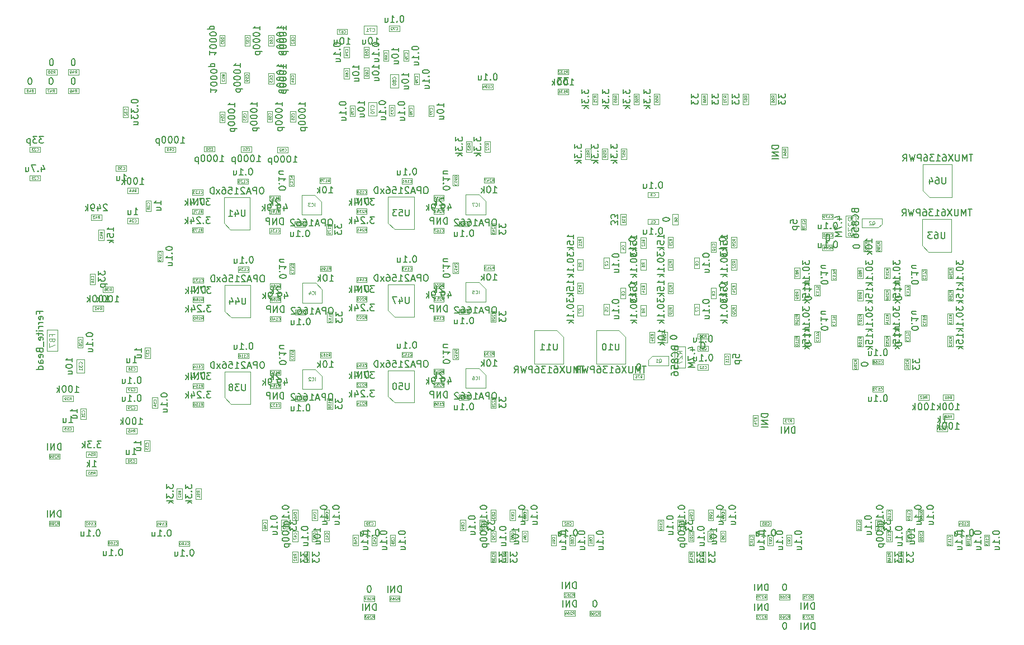
<source format=gbr>
G04 #@! TF.GenerationSoftware,KiCad,Pcbnew,(5.1.9-0-10_14)*
G04 #@! TF.CreationDate,2021-07-01T21:33:32-05:00*
G04 #@! TF.ProjectId,covg_daq_v2,636f7667-5f64-4617-915f-76322e6b6963,rev?*
G04 #@! TF.SameCoordinates,Original*
G04 #@! TF.FileFunction,Other,Fab,Bot*
%FSLAX46Y46*%
G04 Gerber Fmt 4.6, Leading zero omitted, Abs format (unit mm)*
G04 Created by KiCad (PCBNEW (5.1.9-0-10_14)) date 2021-07-01 21:33:32*
%MOMM*%
%LPD*%
G01*
G04 APERTURE LIST*
%ADD10C,0.100000*%
%ADD11C,0.150000*%
%ADD12C,0.060000*%
%ADD13C,0.080000*%
%ADD14C,0.120000*%
%ADD15C,0.075000*%
G04 APERTURE END LIST*
D10*
X77711400Y83940600D02*
X77711400Y83140600D01*
X77711400Y83140600D02*
X79311400Y83140600D01*
X79311400Y83140600D02*
X79311400Y83940600D01*
X79311400Y83940600D02*
X77711400Y83940600D01*
X29305200Y58635800D02*
X28505200Y58635800D01*
X28505200Y58635800D02*
X28505200Y57035800D01*
X28505200Y57035800D02*
X29305200Y57035800D01*
X29305200Y57035800D02*
X29305200Y58635800D01*
X19164200Y16922800D02*
X19164200Y17722800D01*
X19164200Y17722800D02*
X17564200Y17722800D01*
X17564200Y17722800D02*
X17564200Y16922800D01*
X17564200Y16922800D02*
X19164200Y16922800D01*
X29933800Y16897400D02*
X29933800Y17697400D01*
X29933800Y17697400D02*
X28333800Y17697400D01*
X28333800Y17697400D02*
X28333800Y16897400D01*
X28333800Y16897400D02*
X29933800Y16897400D01*
X33362800Y13925600D02*
X33362800Y14725600D01*
X33362800Y14725600D02*
X31762800Y14725600D01*
X31762800Y14725600D02*
X31762800Y13925600D01*
X31762800Y13925600D02*
X33362800Y13925600D01*
X22567800Y13976400D02*
X22567800Y14776400D01*
X22567800Y14776400D02*
X20967800Y14776400D01*
X20967800Y14776400D02*
X20967800Y13976400D01*
X20967800Y13976400D02*
X22567800Y13976400D01*
X16234200Y40198800D02*
X17484200Y40198800D01*
X17484200Y40198800D02*
X17484200Y42198800D01*
X17484200Y42198800D02*
X16234200Y42198800D01*
X16234200Y42198800D02*
X16234200Y40198800D01*
X126251000Y2813300D02*
X127851000Y2813300D01*
X126251000Y3638300D02*
X126251000Y2813300D01*
X127851000Y3638300D02*
X126251000Y3638300D01*
X127851000Y2813300D02*
X127851000Y3638300D01*
X120805000Y3638300D02*
X119205000Y3638300D01*
X120805000Y2813300D02*
X120805000Y3638300D01*
X119205000Y2813300D02*
X120805000Y2813300D01*
X119205000Y3638300D02*
X119205000Y2813300D01*
X126225000Y5810500D02*
X127825000Y5810500D01*
X126225000Y6635500D02*
X126225000Y5810500D01*
X127825000Y6635500D02*
X126225000Y6635500D01*
X127825000Y5810500D02*
X127825000Y6635500D01*
X120815000Y6635500D02*
X119215000Y6635500D01*
X120815000Y5810500D02*
X120815000Y6635500D01*
X119215000Y5810500D02*
X120815000Y5810500D01*
X119215000Y6635500D02*
X119215000Y5810500D01*
X122728000Y2813300D02*
X124328000Y2813300D01*
X122728000Y3638300D02*
X122728000Y2813300D01*
X124328000Y3638300D02*
X122728000Y3638300D01*
X124328000Y2813300D02*
X124328000Y3638300D01*
X124320000Y6635500D02*
X122720000Y6635500D01*
X124320000Y5810500D02*
X124320000Y6635500D01*
X122720000Y5810500D02*
X124320000Y5810500D01*
X122720000Y6635500D02*
X122720000Y5810500D01*
X61404400Y6356100D02*
X59804400Y6356100D01*
X61404400Y5531100D02*
X61404400Y6356100D01*
X59804400Y5531100D02*
X61404400Y5531100D01*
X59804400Y6356100D02*
X59804400Y5531100D01*
X95567400Y4146300D02*
X93967400Y4146300D01*
X95567400Y3321300D02*
X95567400Y4146300D01*
X93967400Y3321300D02*
X95567400Y3321300D01*
X93967400Y4146300D02*
X93967400Y3321300D01*
X65239800Y6356100D02*
X63639800Y6356100D01*
X65239800Y5531100D02*
X65239800Y6356100D01*
X63639800Y5531100D02*
X65239800Y5531100D01*
X63639800Y6356100D02*
X63639800Y5531100D01*
X91757400Y4171700D02*
X90157400Y4171700D01*
X91757400Y3346700D02*
X91757400Y4171700D01*
X90157400Y3346700D02*
X91757400Y3346700D01*
X90157400Y4171700D02*
X90157400Y3346700D01*
X61429800Y3638300D02*
X59829800Y3638300D01*
X61429800Y2813300D02*
X61429800Y3638300D01*
X59829800Y2813300D02*
X61429800Y2813300D01*
X59829800Y3638300D02*
X59829800Y2813300D01*
X91706600Y6940300D02*
X90106600Y6940300D01*
X91706600Y6115300D02*
X91706600Y6940300D01*
X90106600Y6115300D02*
X91706600Y6115300D01*
X90106600Y6940300D02*
X90106600Y6115300D01*
X139477500Y51151800D02*
X139477500Y52751800D01*
X138652500Y51151800D02*
X139477500Y51151800D01*
X138652500Y52751800D02*
X138652500Y51151800D01*
X139477500Y52751800D02*
X138652500Y52751800D01*
X149053500Y51101000D02*
X149053500Y52701000D01*
X148228500Y51101000D02*
X149053500Y51101000D01*
X148228500Y52701000D02*
X148228500Y51101000D01*
X149053500Y52701000D02*
X148228500Y52701000D01*
X139477500Y54479200D02*
X139477500Y56079200D01*
X138652500Y54479200D02*
X139477500Y54479200D01*
X138652500Y56079200D02*
X138652500Y54479200D01*
X139477500Y56079200D02*
X138652500Y56079200D01*
X149053500Y54479200D02*
X149053500Y56079200D01*
X148228500Y54479200D02*
X149053500Y54479200D01*
X148228500Y56079200D02*
X148228500Y54479200D01*
X149053500Y56079200D02*
X148228500Y56079200D01*
X139465500Y44196000D02*
X139465500Y45796000D01*
X138640500Y44196000D02*
X139465500Y44196000D01*
X138640500Y45796000D02*
X138640500Y44196000D01*
X139465500Y45796000D02*
X138640500Y45796000D01*
X149041500Y44145200D02*
X149041500Y45745200D01*
X148216500Y44145200D02*
X149041500Y44145200D01*
X148216500Y45745200D02*
X148216500Y44145200D01*
X149041500Y45745200D02*
X148216500Y45745200D01*
X139465500Y47523400D02*
X139465500Y49123400D01*
X138640500Y47523400D02*
X139465500Y47523400D01*
X138640500Y49123400D02*
X138640500Y47523400D01*
X139465500Y49123400D02*
X138640500Y49123400D01*
X149041500Y47523400D02*
X149041500Y49123400D01*
X148216500Y47523400D02*
X149041500Y47523400D01*
X148216500Y49123400D02*
X148216500Y47523400D01*
X149041500Y49123400D02*
X148216500Y49123400D01*
X125780500Y44161800D02*
X125780500Y45761800D01*
X124955500Y44161800D02*
X125780500Y44161800D01*
X124955500Y45761800D02*
X124955500Y44161800D01*
X125780500Y45761800D02*
X124955500Y45761800D01*
X135356500Y44111000D02*
X135356500Y45711000D01*
X134531500Y44111000D02*
X135356500Y44111000D01*
X134531500Y45711000D02*
X134531500Y44111000D01*
X135356500Y45711000D02*
X134531500Y45711000D01*
X125780500Y47489200D02*
X125780500Y49089200D01*
X124955500Y47489200D02*
X125780500Y47489200D01*
X124955500Y49089200D02*
X124955500Y47489200D01*
X125780500Y49089200D02*
X124955500Y49089200D01*
X135356500Y47489200D02*
X135356500Y49089200D01*
X134531500Y47489200D02*
X135356500Y47489200D01*
X134531500Y49089200D02*
X134531500Y47489200D01*
X135356500Y49089200D02*
X134531500Y49089200D01*
X125788500Y51153800D02*
X125788500Y52753800D01*
X124963500Y51153800D02*
X125788500Y51153800D01*
X124963500Y52753800D02*
X124963500Y51153800D01*
X125788500Y52753800D02*
X124963500Y52753800D01*
X135364500Y51103000D02*
X135364500Y52703000D01*
X134539500Y51103000D02*
X135364500Y51103000D01*
X134539500Y52703000D02*
X134539500Y51103000D01*
X135364500Y52703000D02*
X134539500Y52703000D01*
X125788500Y54481200D02*
X125788500Y56081200D01*
X124963500Y54481200D02*
X125788500Y54481200D01*
X124963500Y56081200D02*
X124963500Y54481200D01*
X125788500Y56081200D02*
X124963500Y56081200D01*
X135364500Y54481200D02*
X135364500Y56081200D01*
X134539500Y54481200D02*
X135364500Y54481200D01*
X134539500Y56081200D02*
X134539500Y54481200D01*
X135364500Y56081200D02*
X134539500Y56081200D01*
X115395500Y60708800D02*
X115395500Y59108800D01*
X116220500Y60708800D02*
X115395500Y60708800D01*
X116220500Y59108800D02*
X116220500Y60708800D01*
X115395500Y59108800D02*
X116220500Y59108800D01*
X105819500Y60759600D02*
X105819500Y59159600D01*
X106644500Y60759600D02*
X105819500Y60759600D01*
X106644500Y59159600D02*
X106644500Y60759600D01*
X105819500Y59159600D02*
X106644500Y59159600D01*
X115387500Y53716800D02*
X115387500Y52116800D01*
X116212500Y53716800D02*
X115387500Y53716800D01*
X116212500Y52116800D02*
X116212500Y53716800D01*
X115387500Y52116800D02*
X116212500Y52116800D01*
X105811500Y53767600D02*
X105811500Y52167600D01*
X106636500Y53767600D02*
X105811500Y53767600D01*
X106636500Y52167600D02*
X106636500Y53767600D01*
X105811500Y52167600D02*
X106636500Y52167600D01*
X115395500Y57381400D02*
X115395500Y55781400D01*
X116220500Y57381400D02*
X115395500Y57381400D01*
X116220500Y55781400D02*
X116220500Y57381400D01*
X115395500Y55781400D02*
X116220500Y55781400D01*
X105819500Y57381400D02*
X105819500Y55781400D01*
X106644500Y57381400D02*
X105819500Y57381400D01*
X106644500Y55781400D02*
X106644500Y57381400D01*
X105819500Y55781400D02*
X106644500Y55781400D01*
X115387500Y50389400D02*
X115387500Y48789400D01*
X116212500Y50389400D02*
X115387500Y50389400D01*
X116212500Y48789400D02*
X116212500Y50389400D01*
X115387500Y48789400D02*
X116212500Y48789400D01*
X105811500Y50389400D02*
X105811500Y48789400D01*
X106636500Y50389400D02*
X105811500Y50389400D01*
X106636500Y48789400D02*
X106636500Y50389400D01*
X105811500Y48789400D02*
X106636500Y48789400D01*
X101697900Y53718800D02*
X101697900Y52118800D01*
X102522900Y53718800D02*
X101697900Y53718800D01*
X102522900Y52118800D02*
X102522900Y53718800D01*
X101697900Y52118800D02*
X102522900Y52118800D01*
X92121900Y53769600D02*
X92121900Y52169600D01*
X92946900Y53769600D02*
X92121900Y53769600D01*
X92946900Y52169600D02*
X92946900Y53769600D01*
X92121900Y52169600D02*
X92946900Y52169600D01*
X101710100Y60674600D02*
X101710100Y59074600D01*
X102535100Y60674600D02*
X101710100Y60674600D01*
X102535100Y59074600D02*
X102535100Y60674600D01*
X101710100Y59074600D02*
X102535100Y59074600D01*
X92134100Y60725400D02*
X92134100Y59125400D01*
X92959100Y60725400D02*
X92134100Y60725400D01*
X92959100Y59125400D02*
X92959100Y60725400D01*
X92134100Y59125400D02*
X92959100Y59125400D01*
X101697900Y50391400D02*
X101697900Y48791400D01*
X102522900Y50391400D02*
X101697900Y50391400D01*
X102522900Y48791400D02*
X102522900Y50391400D01*
X101697900Y48791400D02*
X102522900Y48791400D01*
X92121900Y50391400D02*
X92121900Y48791400D01*
X92946900Y50391400D02*
X92121900Y50391400D01*
X92946900Y48791400D02*
X92946900Y50391400D01*
X92121900Y48791400D02*
X92946900Y48791400D01*
X101710100Y57347200D02*
X101710100Y55747200D01*
X102535100Y57347200D02*
X101710100Y57347200D01*
X102535100Y55747200D02*
X102535100Y57347200D01*
X101710100Y55747200D02*
X102535100Y55747200D01*
X92134100Y57347200D02*
X92134100Y55747200D01*
X92959100Y57347200D02*
X92134100Y57347200D01*
X92959100Y55747200D02*
X92959100Y57347200D01*
X92134100Y55747200D02*
X92959100Y55747200D01*
X128041000Y46447600D02*
X128041000Y44847600D01*
X128841000Y46447600D02*
X128041000Y46447600D01*
X128841000Y44847600D02*
X128841000Y46447600D01*
X128041000Y44847600D02*
X128841000Y44847600D01*
X130556000Y48860600D02*
X130556000Y47260600D01*
X131356000Y48860600D02*
X130556000Y48860600D01*
X131356000Y47260600D02*
X131356000Y48860600D01*
X130556000Y47260600D02*
X131356000Y47260600D01*
X128049000Y53439600D02*
X128049000Y51839600D01*
X128849000Y53439600D02*
X128049000Y53439600D01*
X128849000Y51839600D02*
X128849000Y53439600D01*
X128049000Y51839600D02*
X128849000Y51839600D01*
X130564000Y55852600D02*
X130564000Y54252600D01*
X131364000Y55852600D02*
X130564000Y55852600D01*
X131364000Y54252600D02*
X131364000Y55852600D01*
X130564000Y54252600D02*
X131364000Y54252600D01*
X141738000Y53437600D02*
X141738000Y51837600D01*
X142538000Y53437600D02*
X141738000Y53437600D01*
X142538000Y51837600D02*
X142538000Y53437600D01*
X141738000Y51837600D02*
X142538000Y51837600D01*
X144253000Y55850600D02*
X144253000Y54250600D01*
X145053000Y55850600D02*
X144253000Y55850600D01*
X145053000Y54250600D02*
X145053000Y55850600D01*
X144253000Y54250600D02*
X145053000Y54250600D01*
X141726000Y46481800D02*
X141726000Y44881800D01*
X142526000Y46481800D02*
X141726000Y46481800D01*
X142526000Y44881800D02*
X142526000Y46481800D01*
X141726000Y44881800D02*
X142526000Y44881800D01*
X144241000Y48894800D02*
X144241000Y47294800D01*
X145041000Y48894800D02*
X144241000Y48894800D01*
X145041000Y47294800D02*
X145041000Y48894800D01*
X144241000Y47294800D02*
X145041000Y47294800D01*
X113135000Y58423000D02*
X113135000Y60023000D01*
X112335000Y58423000D02*
X113135000Y58423000D01*
X112335000Y60023000D02*
X112335000Y58423000D01*
X113135000Y60023000D02*
X112335000Y60023000D01*
X110620000Y56010000D02*
X110620000Y57610000D01*
X109820000Y56010000D02*
X110620000Y56010000D01*
X109820000Y57610000D02*
X109820000Y56010000D01*
X110620000Y57610000D02*
X109820000Y57610000D01*
X113127000Y51431000D02*
X113127000Y53031000D01*
X112327000Y51431000D02*
X113127000Y51431000D01*
X112327000Y53031000D02*
X112327000Y51431000D01*
X113127000Y53031000D02*
X112327000Y53031000D01*
X110612000Y49018000D02*
X110612000Y50618000D01*
X109812000Y49018000D02*
X110612000Y49018000D01*
X109812000Y50618000D02*
X109812000Y49018000D01*
X110612000Y50618000D02*
X109812000Y50618000D01*
X99437400Y51433000D02*
X99437400Y53033000D01*
X98637400Y51433000D02*
X99437400Y51433000D01*
X98637400Y53033000D02*
X98637400Y51433000D01*
X99437400Y53033000D02*
X98637400Y53033000D01*
X96922400Y49020000D02*
X96922400Y50620000D01*
X96122400Y49020000D02*
X96922400Y49020000D01*
X96122400Y50620000D02*
X96122400Y49020000D01*
X96922400Y50620000D02*
X96122400Y50620000D01*
X99449600Y58388800D02*
X99449600Y59988800D01*
X98649600Y58388800D02*
X99449600Y58388800D01*
X98649600Y59988800D02*
X98649600Y58388800D01*
X99449600Y59988800D02*
X98649600Y59988800D01*
X96934600Y55975800D02*
X96934600Y57575800D01*
X96134600Y55975800D02*
X96934600Y55975800D01*
X96134600Y57575800D02*
X96134600Y55975800D01*
X96934600Y57575800D02*
X96134600Y57575800D01*
X12096800Y27920700D02*
X12096800Y27095700D01*
X12096800Y27095700D02*
X13696800Y27095700D01*
X13696800Y27095700D02*
X13696800Y27920700D01*
X13696800Y27920700D02*
X12096800Y27920700D01*
X12077800Y17760700D02*
X12077800Y16935700D01*
X12077800Y16935700D02*
X13677800Y16935700D01*
X13677800Y16935700D02*
X13677800Y17760700D01*
X13677800Y17760700D02*
X12077800Y17760700D01*
X145485000Y66740400D02*
X148885000Y66740400D01*
X148885000Y66740400D02*
X148885000Y71740400D01*
X148885000Y71740400D02*
X144485000Y71740400D01*
X144485000Y71740400D02*
X144485000Y67740400D01*
X144485000Y67740400D02*
X145485000Y66740400D01*
X145342000Y58454000D02*
X148742000Y58454000D01*
X148742000Y58454000D02*
X148742000Y63454000D01*
X148742000Y63454000D02*
X144342000Y63454000D01*
X144342000Y63454000D02*
X144342000Y59454000D01*
X144342000Y59454000D02*
X145342000Y58454000D01*
X64442400Y61928200D02*
X67367400Y61928200D01*
X67367400Y61928200D02*
X67367400Y66828200D01*
X67367400Y66828200D02*
X63467400Y66828200D01*
X63467400Y66828200D02*
X63467400Y62903200D01*
X63467400Y62903200D02*
X64442400Y61928200D01*
X64444400Y35644200D02*
X67369400Y35644200D01*
X67369400Y35644200D02*
X67369400Y40544200D01*
X67369400Y40544200D02*
X63469400Y40544200D01*
X63469400Y40544200D02*
X63469400Y36619200D01*
X63469400Y36619200D02*
X64444400Y35644200D01*
X64443400Y48666200D02*
X67368400Y48666200D01*
X67368400Y48666200D02*
X67368400Y53566200D01*
X67368400Y53566200D02*
X63468400Y53566200D01*
X63468400Y53566200D02*
X63468400Y49641200D01*
X63468400Y49641200D02*
X64443400Y48666200D01*
X39686400Y48553200D02*
X42611400Y48553200D01*
X42611400Y48553200D02*
X42611400Y53453200D01*
X42611400Y53453200D02*
X38711400Y53453200D01*
X38711400Y53453200D02*
X38711400Y49528200D01*
X38711400Y49528200D02*
X39686400Y48553200D01*
X39582400Y61888200D02*
X42507400Y61888200D01*
X42507400Y61888200D02*
X42507400Y66788200D01*
X42507400Y66788200D02*
X38607400Y66788200D01*
X38607400Y66788200D02*
X38607400Y62863200D01*
X38607400Y62863200D02*
X39582400Y61888200D01*
X39656400Y35473200D02*
X42581400Y35473200D01*
X42581400Y35473200D02*
X42581400Y40373200D01*
X42581400Y40373200D02*
X38681400Y40373200D01*
X38681400Y40373200D02*
X38681400Y36448200D01*
X38681400Y36448200D02*
X39656400Y35473200D01*
X89026800Y46569000D02*
X85626800Y46569000D01*
X85626800Y46569000D02*
X85626800Y41569000D01*
X85626800Y41569000D02*
X90026800Y41569000D01*
X90026800Y41569000D02*
X90026800Y45569000D01*
X90026800Y45569000D02*
X89026800Y46569000D01*
X98399400Y46569000D02*
X94999400Y46569000D01*
X94999400Y46569000D02*
X94999400Y41569000D01*
X94999400Y41569000D02*
X99399400Y41569000D01*
X99399400Y41569000D02*
X99399400Y45569000D01*
X99399400Y45569000D02*
X98399400Y46569000D01*
X123134500Y72803200D02*
X123959500Y72803200D01*
X123959500Y72803200D02*
X123959500Y74403200D01*
X123959500Y74403200D02*
X123134500Y74403200D01*
X123134500Y74403200D02*
X123134500Y72803200D01*
X137325500Y58513200D02*
X138150500Y58513200D01*
X138150500Y58513200D02*
X138150500Y60113200D01*
X138150500Y60113200D02*
X137325500Y60113200D01*
X137325500Y60113200D02*
X137325500Y58513200D01*
X129255000Y59573300D02*
X129255000Y58748300D01*
X129255000Y58748300D02*
X130855000Y58748300D01*
X130855000Y58748300D02*
X130855000Y59573300D01*
X130855000Y59573300D02*
X129255000Y59573300D01*
X135445500Y58513200D02*
X136270500Y58513200D01*
X136270500Y58513200D02*
X136270500Y60113200D01*
X136270500Y60113200D02*
X135445500Y60113200D01*
X135445500Y60113200D02*
X135445500Y58513200D01*
X132734000Y60735800D02*
X134334000Y60735800D01*
X134334000Y60735800D02*
X134334000Y63935800D01*
X134334000Y63935800D02*
X132734000Y63935800D01*
X132734000Y63935800D02*
X132734000Y60735800D01*
X142493500Y42278200D02*
X141668500Y42278200D01*
X141668500Y42278200D02*
X141668500Y40678200D01*
X141668500Y40678200D02*
X142493500Y40678200D01*
X142493500Y40678200D02*
X142493500Y42278200D01*
X134645500Y42266000D02*
X133820500Y42266000D01*
X133820500Y42266000D02*
X133820500Y40666000D01*
X133820500Y40666000D02*
X134645500Y40666000D01*
X134645500Y40666000D02*
X134645500Y42266000D01*
X70332400Y65044700D02*
X70332400Y64219700D01*
X70332400Y64219700D02*
X71932400Y64219700D01*
X71932400Y64219700D02*
X71932400Y65044700D01*
X71932400Y65044700D02*
X70332400Y65044700D01*
X79552400Y68918700D02*
X79552400Y69743700D01*
X79552400Y69743700D02*
X77952400Y69743700D01*
X77952400Y69743700D02*
X77952400Y68918700D01*
X77952400Y68918700D02*
X79552400Y68918700D01*
X79799900Y62765200D02*
X78974900Y62765200D01*
X78974900Y62765200D02*
X78974900Y61165200D01*
X78974900Y61165200D02*
X79799900Y61165200D01*
X79799900Y61165200D02*
X79799900Y62765200D01*
X58648400Y62250700D02*
X58648400Y61425700D01*
X58648400Y61425700D02*
X60248400Y61425700D01*
X60248400Y61425700D02*
X60248400Y62250700D01*
X60248400Y62250700D02*
X58648400Y62250700D01*
X58648400Y65044700D02*
X58648400Y64219700D01*
X58648400Y64219700D02*
X60248400Y64219700D01*
X60248400Y64219700D02*
X60248400Y65044700D01*
X60248400Y65044700D02*
X58648400Y65044700D01*
X71932400Y66251700D02*
X71932400Y67076700D01*
X71932400Y67076700D02*
X70332400Y67076700D01*
X70332400Y67076700D02*
X70332400Y66251700D01*
X70332400Y66251700D02*
X71932400Y66251700D01*
X70334400Y38760700D02*
X70334400Y37935700D01*
X70334400Y37935700D02*
X71934400Y37935700D01*
X71934400Y37935700D02*
X71934400Y38760700D01*
X71934400Y38760700D02*
X70334400Y38760700D01*
X79554400Y42634700D02*
X79554400Y43459700D01*
X79554400Y43459700D02*
X77954400Y43459700D01*
X77954400Y43459700D02*
X77954400Y42634700D01*
X77954400Y42634700D02*
X79554400Y42634700D01*
X79801900Y36481200D02*
X78976900Y36481200D01*
X78976900Y36481200D02*
X78976900Y34881200D01*
X78976900Y34881200D02*
X79801900Y34881200D01*
X79801900Y34881200D02*
X79801900Y36481200D01*
X58650400Y35966700D02*
X58650400Y35141700D01*
X58650400Y35141700D02*
X60250400Y35141700D01*
X60250400Y35141700D02*
X60250400Y35966700D01*
X60250400Y35966700D02*
X58650400Y35966700D01*
X58650400Y38760700D02*
X58650400Y37935700D01*
X58650400Y37935700D02*
X60250400Y37935700D01*
X60250400Y37935700D02*
X60250400Y38760700D01*
X60250400Y38760700D02*
X58650400Y38760700D01*
X71934400Y39967700D02*
X71934400Y40792700D01*
X71934400Y40792700D02*
X70334400Y40792700D01*
X70334400Y40792700D02*
X70334400Y39967700D01*
X70334400Y39967700D02*
X71934400Y39967700D01*
X70333400Y51782700D02*
X70333400Y50957700D01*
X70333400Y50957700D02*
X71933400Y50957700D01*
X71933400Y50957700D02*
X71933400Y51782700D01*
X71933400Y51782700D02*
X70333400Y51782700D01*
X79553400Y55656700D02*
X79553400Y56481700D01*
X79553400Y56481700D02*
X77953400Y56481700D01*
X77953400Y56481700D02*
X77953400Y55656700D01*
X77953400Y55656700D02*
X79553400Y55656700D01*
X79800900Y49503200D02*
X78975900Y49503200D01*
X78975900Y49503200D02*
X78975900Y47903200D01*
X78975900Y47903200D02*
X79800900Y47903200D01*
X79800900Y47903200D02*
X79800900Y49503200D01*
X58649400Y48988700D02*
X58649400Y48163700D01*
X58649400Y48163700D02*
X60249400Y48163700D01*
X60249400Y48163700D02*
X60249400Y48988700D01*
X60249400Y48988700D02*
X58649400Y48988700D01*
X58649400Y51782700D02*
X58649400Y50957700D01*
X58649400Y50957700D02*
X60249400Y50957700D01*
X60249400Y50957700D02*
X60249400Y51782700D01*
X60249400Y51782700D02*
X58649400Y51782700D01*
X71933400Y52989700D02*
X71933400Y53814700D01*
X71933400Y53814700D02*
X70333400Y53814700D01*
X70333400Y53814700D02*
X70333400Y52989700D01*
X70333400Y52989700D02*
X71933400Y52989700D01*
X45576400Y51669700D02*
X45576400Y50844700D01*
X45576400Y50844700D02*
X47176400Y50844700D01*
X47176400Y50844700D02*
X47176400Y51669700D01*
X47176400Y51669700D02*
X45576400Y51669700D01*
X54796400Y55543700D02*
X54796400Y56368700D01*
X54796400Y56368700D02*
X53196400Y56368700D01*
X53196400Y56368700D02*
X53196400Y55543700D01*
X53196400Y55543700D02*
X54796400Y55543700D01*
X55043900Y49390200D02*
X54218900Y49390200D01*
X54218900Y49390200D02*
X54218900Y47790200D01*
X54218900Y47790200D02*
X55043900Y47790200D01*
X55043900Y47790200D02*
X55043900Y49390200D01*
X33892400Y48875700D02*
X33892400Y48050700D01*
X33892400Y48050700D02*
X35492400Y48050700D01*
X35492400Y48050700D02*
X35492400Y48875700D01*
X35492400Y48875700D02*
X33892400Y48875700D01*
X33892400Y51669700D02*
X33892400Y50844700D01*
X33892400Y50844700D02*
X35492400Y50844700D01*
X35492400Y50844700D02*
X35492400Y51669700D01*
X35492400Y51669700D02*
X33892400Y51669700D01*
X47176400Y52876700D02*
X47176400Y53701700D01*
X47176400Y53701700D02*
X45576400Y53701700D01*
X45576400Y53701700D02*
X45576400Y52876700D01*
X45576400Y52876700D02*
X47176400Y52876700D01*
X45472400Y65004700D02*
X45472400Y64179700D01*
X45472400Y64179700D02*
X47072400Y64179700D01*
X47072400Y64179700D02*
X47072400Y65004700D01*
X47072400Y65004700D02*
X45472400Y65004700D01*
X54692400Y68878700D02*
X54692400Y69703700D01*
X54692400Y69703700D02*
X53092400Y69703700D01*
X53092400Y69703700D02*
X53092400Y68878700D01*
X53092400Y68878700D02*
X54692400Y68878700D01*
X54939900Y62725200D02*
X54114900Y62725200D01*
X54114900Y62725200D02*
X54114900Y61125200D01*
X54114900Y61125200D02*
X54939900Y61125200D01*
X54939900Y61125200D02*
X54939900Y62725200D01*
X33788400Y62210700D02*
X33788400Y61385700D01*
X33788400Y61385700D02*
X35388400Y61385700D01*
X35388400Y61385700D02*
X35388400Y62210700D01*
X35388400Y62210700D02*
X33788400Y62210700D01*
X33788400Y65004700D02*
X33788400Y64179700D01*
X33788400Y64179700D02*
X35388400Y64179700D01*
X35388400Y64179700D02*
X35388400Y65004700D01*
X35388400Y65004700D02*
X33788400Y65004700D01*
X47072400Y66211700D02*
X47072400Y67036700D01*
X47072400Y67036700D02*
X45472400Y67036700D01*
X45472400Y67036700D02*
X45472400Y66211700D01*
X45472400Y66211700D02*
X47072400Y66211700D01*
X45546400Y38589700D02*
X45546400Y37764700D01*
X45546400Y37764700D02*
X47146400Y37764700D01*
X47146400Y37764700D02*
X47146400Y38589700D01*
X47146400Y38589700D02*
X45546400Y38589700D01*
X54766400Y42463700D02*
X54766400Y43288700D01*
X54766400Y43288700D02*
X53166400Y43288700D01*
X53166400Y43288700D02*
X53166400Y42463700D01*
X53166400Y42463700D02*
X54766400Y42463700D01*
X55013900Y36310200D02*
X54188900Y36310200D01*
X54188900Y36310200D02*
X54188900Y34710200D01*
X54188900Y34710200D02*
X55013900Y34710200D01*
X55013900Y34710200D02*
X55013900Y36310200D01*
X33862400Y35795700D02*
X33862400Y34970700D01*
X33862400Y34970700D02*
X35462400Y34970700D01*
X35462400Y34970700D02*
X35462400Y35795700D01*
X35462400Y35795700D02*
X33862400Y35795700D01*
X33862400Y38589700D02*
X33862400Y37764700D01*
X33862400Y37764700D02*
X35462400Y37764700D01*
X35462400Y37764700D02*
X35462400Y38589700D01*
X35462400Y38589700D02*
X33862400Y38589700D01*
X47146400Y39796700D02*
X47146400Y40621700D01*
X47146400Y40621700D02*
X45546400Y40621700D01*
X45546400Y40621700D02*
X45546400Y39796700D01*
X45546400Y39796700D02*
X47146400Y39796700D01*
X138107500Y17868800D02*
X137282500Y17868800D01*
X137282500Y17868800D02*
X137282500Y16268800D01*
X137282500Y16268800D02*
X138107500Y16268800D01*
X138107500Y16268800D02*
X138107500Y17868800D01*
X139790500Y13042800D02*
X138965500Y13042800D01*
X138965500Y13042800D02*
X138965500Y11442800D01*
X138965500Y11442800D02*
X139790500Y11442800D01*
X139790500Y11442800D02*
X139790500Y13042800D01*
X141517500Y13042800D02*
X140692500Y13042800D01*
X140692500Y13042800D02*
X140692500Y11442800D01*
X140692500Y11442800D02*
X141517500Y11442800D01*
X141517500Y11442800D02*
X141517500Y13042800D01*
X108107500Y17868800D02*
X107282500Y17868800D01*
X107282500Y17868800D02*
X107282500Y16268800D01*
X107282500Y16268800D02*
X108107500Y16268800D01*
X108107500Y16268800D02*
X108107500Y17868800D01*
X109790500Y13042800D02*
X108965500Y13042800D01*
X108965500Y13042800D02*
X108965500Y11442800D01*
X108965500Y11442800D02*
X109790500Y11442800D01*
X109790500Y11442800D02*
X109790500Y13042800D01*
X111517500Y13042800D02*
X110692500Y13042800D01*
X110692500Y13042800D02*
X110692500Y11442800D01*
X110692500Y11442800D02*
X111517500Y11442800D01*
X111517500Y11442800D02*
X111517500Y13042800D01*
X78107300Y17868800D02*
X77282300Y17868800D01*
X77282300Y17868800D02*
X77282300Y16268800D01*
X77282300Y16268800D02*
X78107300Y16268800D01*
X78107300Y16268800D02*
X78107300Y17868800D01*
X79790100Y13042800D02*
X78965100Y13042800D01*
X78965100Y13042800D02*
X78965100Y11442800D01*
X78965100Y11442800D02*
X79790100Y11442800D01*
X79790100Y11442800D02*
X79790100Y13042800D01*
X81517300Y13042800D02*
X80692300Y13042800D01*
X80692300Y13042800D02*
X80692300Y11442800D01*
X80692300Y11442800D02*
X81517300Y11442800D01*
X81517300Y11442800D02*
X81517300Y13042800D01*
X90735600Y85349700D02*
X90735600Y86174700D01*
X90735600Y86174700D02*
X89135600Y86174700D01*
X89135600Y86174700D02*
X89135600Y85349700D01*
X89135600Y85349700D02*
X90735600Y85349700D01*
X89135600Y83174700D02*
X89135600Y82349700D01*
X89135600Y82349700D02*
X90735600Y82349700D01*
X90735600Y82349700D02*
X90735600Y83174700D01*
X90735600Y83174700D02*
X89135600Y83174700D01*
X100622000Y39985700D02*
X100622000Y39160700D01*
X100622000Y39160700D02*
X102222000Y39160700D01*
X102222000Y39160700D02*
X102222000Y39985700D01*
X102222000Y39985700D02*
X100622000Y39985700D01*
X119506500Y33743800D02*
X118681500Y33743800D01*
X118681500Y33743800D02*
X118681500Y32143800D01*
X118681500Y32143800D02*
X119506500Y32143800D01*
X119506500Y32143800D02*
X119506500Y33743800D01*
X124879000Y32480500D02*
X124879000Y33305500D01*
X124879000Y33305500D02*
X123279000Y33305500D01*
X123279000Y33305500D02*
X123279000Y32480500D01*
X123279000Y32480500D02*
X124879000Y32480500D01*
X78067300Y73650800D02*
X78892300Y73650800D01*
X78892300Y73650800D02*
X78892300Y75250800D01*
X78892300Y75250800D02*
X78067300Y75250800D01*
X78067300Y75250800D02*
X78067300Y73650800D01*
X94373900Y80844600D02*
X95198900Y80844600D01*
X95198900Y80844600D02*
X95198900Y82444600D01*
X95198900Y82444600D02*
X94373900Y82444600D01*
X94373900Y82444600D02*
X94373900Y80844600D01*
X114058500Y80844600D02*
X114883500Y80844600D01*
X114883500Y80844600D02*
X114883500Y82444600D01*
X114883500Y82444600D02*
X114058500Y82444600D01*
X114058500Y82444600D02*
X114058500Y80844600D01*
X97472700Y80844600D02*
X98297700Y80844600D01*
X98297700Y80844600D02*
X98297700Y82444600D01*
X98297700Y82444600D02*
X97472700Y82444600D01*
X97472700Y82444600D02*
X97472700Y80844600D01*
X110960500Y80844600D02*
X111785500Y80844600D01*
X111785500Y80844600D02*
X111785500Y82444600D01*
X111785500Y82444600D02*
X110960500Y82444600D01*
X110960500Y82444600D02*
X110960500Y80844600D01*
X117183500Y80844600D02*
X118008500Y80844600D01*
X118008500Y80844600D02*
X118008500Y82444600D01*
X118008500Y82444600D02*
X117183500Y82444600D01*
X117183500Y82444600D02*
X117183500Y80844600D01*
X122148500Y82444600D02*
X121323500Y82444600D01*
X121323500Y82444600D02*
X121323500Y80844600D01*
X121323500Y80844600D02*
X122148500Y80844600D01*
X122148500Y80844600D02*
X122148500Y82444600D01*
X100647500Y80844600D02*
X101472500Y80844600D01*
X101472500Y80844600D02*
X101472500Y82444600D01*
X101472500Y82444600D02*
X100647500Y82444600D01*
X100647500Y82444600D02*
X100647500Y80844600D01*
X75267300Y73650800D02*
X76092300Y73650800D01*
X76092300Y73650800D02*
X76092300Y75250800D01*
X76092300Y75250800D02*
X75267300Y75250800D01*
X75267300Y75250800D02*
X75267300Y73650800D01*
X145370000Y36036500D02*
X145370000Y36861500D01*
X145370000Y36861500D02*
X143770000Y36861500D01*
X143770000Y36861500D02*
X143770000Y36036500D01*
X143770000Y36036500D02*
X145370000Y36036500D01*
X93300800Y72542500D02*
X94125800Y72542500D01*
X94125800Y72542500D02*
X94125800Y74142500D01*
X94125800Y74142500D02*
X93300800Y74142500D01*
X93300800Y74142500D02*
X93300800Y72542500D01*
X149104000Y36036500D02*
X149104000Y36861500D01*
X149104000Y36861500D02*
X147504000Y36861500D01*
X147504000Y36861500D02*
X147504000Y36036500D01*
X147504000Y36036500D02*
X149104000Y36036500D01*
X95847100Y72555200D02*
X96672100Y72555200D01*
X96672100Y72555200D02*
X96672100Y74155200D01*
X96672100Y74155200D02*
X95847100Y74155200D01*
X95847100Y74155200D02*
X95847100Y72555200D01*
X149091000Y33127300D02*
X149091000Y33952300D01*
X149091000Y33952300D02*
X147491000Y33952300D01*
X147491000Y33952300D02*
X147491000Y33127300D01*
X147491000Y33127300D02*
X149091000Y33127300D01*
X98742700Y72555200D02*
X99567700Y72555200D01*
X99567700Y72555200D02*
X99567700Y74155200D01*
X99567700Y74155200D02*
X98742700Y74155200D01*
X98742700Y74155200D02*
X98742700Y72555200D01*
X146590000Y32111700D02*
X146590000Y31286700D01*
X146590000Y31286700D02*
X148190000Y31286700D01*
X148190000Y31286700D02*
X148190000Y32111700D01*
X148190000Y32111700D02*
X146590000Y32111700D01*
X103734500Y80844600D02*
X104559500Y80844600D01*
X104559500Y80844600D02*
X104559500Y82444600D01*
X104559500Y82444600D02*
X103734500Y82444600D01*
X103734500Y82444600D02*
X103734500Y80844600D01*
X17735600Y28250900D02*
X17735600Y27425900D01*
X17735600Y27425900D02*
X19335600Y27425900D01*
X19335600Y27425900D02*
X19335600Y28250900D01*
X19335600Y28250900D02*
X17735600Y28250900D01*
X17735600Y25406100D02*
X17735600Y24581100D01*
X17735600Y24581100D02*
X19335600Y24581100D01*
X19335600Y24581100D02*
X19335600Y25406100D01*
X19335600Y25406100D02*
X17735600Y25406100D01*
X31464500Y21044000D02*
X32289500Y21044000D01*
X32289500Y21044000D02*
X32289500Y22644000D01*
X32289500Y22644000D02*
X31464500Y22644000D01*
X31464500Y22644000D02*
X31464500Y21044000D01*
X34309300Y21018600D02*
X35134300Y21018600D01*
X35134300Y21018600D02*
X35134300Y22618600D01*
X35134300Y22618600D02*
X34309300Y22618600D01*
X34309300Y22618600D02*
X34309300Y21018600D01*
X11665000Y86162900D02*
X11665000Y85337900D01*
X11665000Y85337900D02*
X13265000Y85337900D01*
X13265000Y85337900D02*
X13265000Y86162900D01*
X13265000Y86162900D02*
X11665000Y86162900D01*
X14967000Y86162900D02*
X14967000Y85337900D01*
X14967000Y85337900D02*
X16567000Y85337900D01*
X16567000Y85337900D02*
X16567000Y86162900D01*
X16567000Y86162900D02*
X14967000Y86162900D01*
X8413800Y83292700D02*
X8413800Y82467700D01*
X8413800Y82467700D02*
X10013800Y82467700D01*
X10013800Y82467700D02*
X10013800Y83292700D01*
X10013800Y83292700D02*
X8413800Y83292700D01*
X11588800Y83292700D02*
X11588800Y82467700D01*
X11588800Y82467700D02*
X13188800Y82467700D01*
X13188800Y82467700D02*
X13188800Y83292700D01*
X13188800Y83292700D02*
X11588800Y83292700D01*
X14967000Y83292700D02*
X14967000Y82467700D01*
X14967000Y82467700D02*
X16567000Y82467700D01*
X16567000Y82467700D02*
X16567000Y83292700D01*
X16567000Y83292700D02*
X14967000Y83292700D01*
X23793500Y31806900D02*
X23793500Y30981900D01*
X23793500Y30981900D02*
X25393500Y30981900D01*
X25393500Y30981900D02*
X25393500Y31806900D01*
X25393500Y31806900D02*
X23793500Y31806900D01*
X23984000Y68179700D02*
X23984000Y67354700D01*
X23984000Y67354700D02*
X25584000Y67354700D01*
X25584000Y67354700D02*
X25584000Y68179700D01*
X25584000Y68179700D02*
X23984000Y68179700D01*
X48107300Y17868800D02*
X47282300Y17868800D01*
X47282300Y17868800D02*
X47282300Y16268800D01*
X47282300Y16268800D02*
X48107300Y16268800D01*
X48107300Y16268800D02*
X48107300Y17868800D01*
X49790100Y13042800D02*
X48965100Y13042800D01*
X48965100Y13042800D02*
X48965100Y11442800D01*
X48965100Y11442800D02*
X49790100Y11442800D01*
X49790100Y11442800D02*
X49790100Y13042800D01*
X51517300Y13042800D02*
X50692300Y13042800D01*
X50692300Y13042800D02*
X50692300Y11442800D01*
X50692300Y11442800D02*
X51517300Y11442800D01*
X51517300Y11442800D02*
X51517300Y13042800D01*
X20421300Y61861600D02*
X19596300Y61861600D01*
X19596300Y61861600D02*
X19596300Y60261600D01*
X19596300Y60261600D02*
X20421300Y60261600D01*
X20421300Y60261600D02*
X20421300Y61861600D01*
X18453200Y64141100D02*
X18453200Y63316100D01*
X18453200Y63316100D02*
X20053200Y63316100D01*
X20053200Y63316100D02*
X20053200Y64141100D01*
X20053200Y64141100D02*
X18453200Y64141100D01*
X103850500Y46357400D02*
X103025500Y46357400D01*
X103025500Y46357400D02*
X103025500Y44757400D01*
X103025500Y44757400D02*
X103850500Y44757400D01*
X103850500Y44757400D02*
X103850500Y46357400D01*
X98682100Y62592400D02*
X99507100Y62592400D01*
X99507100Y62592400D02*
X99507100Y64192400D01*
X99507100Y64192400D02*
X98682100Y64192400D01*
X98682100Y64192400D02*
X98682100Y62592400D01*
X18751600Y50348900D02*
X18751600Y49523900D01*
X18751600Y49523900D02*
X20351600Y49523900D01*
X20351600Y49523900D02*
X20351600Y50348900D01*
X20351600Y50348900D02*
X18751600Y50348900D01*
X14141500Y36671000D02*
X14141500Y35846000D01*
X14141500Y35846000D02*
X15741500Y35846000D01*
X15741500Y35846000D02*
X15741500Y36671000D01*
X15741500Y36671000D02*
X14141500Y36671000D01*
X21805800Y52368700D02*
X21805800Y53193700D01*
X21805800Y53193700D02*
X20205800Y53193700D01*
X20205800Y53193700D02*
X20205800Y52368700D01*
X20205800Y52368700D02*
X21805800Y52368700D01*
X111921000Y45297300D02*
X111921000Y46122300D01*
X111921000Y46122300D02*
X110321000Y46122300D01*
X110321000Y46122300D02*
X110321000Y45297300D01*
X110321000Y45297300D02*
X111921000Y45297300D01*
X105730500Y46357400D02*
X104905500Y46357400D01*
X104905500Y46357400D02*
X104905500Y44757400D01*
X104905500Y44757400D02*
X105730500Y44757400D01*
X105730500Y44757400D02*
X105730500Y46357400D01*
X108441000Y44134800D02*
X106841000Y44134800D01*
X106841000Y44134800D02*
X106841000Y40934800D01*
X106841000Y40934800D02*
X108441000Y40934800D01*
X108441000Y40934800D02*
X108441000Y44134800D01*
X106530500Y62604600D02*
X107355500Y62604600D01*
X107355500Y62604600D02*
X107355500Y64204600D01*
X107355500Y64204600D02*
X106530500Y64204600D01*
X106530500Y64204600D02*
X106530500Y62604600D01*
X137687000Y62159000D02*
X135237000Y62159000D01*
X138257000Y62709000D02*
X138257000Y63559000D01*
X137687000Y62159000D02*
X138257000Y62709000D01*
X138257000Y63559000D02*
X135217000Y63559000D01*
X135217000Y62159000D02*
X135217000Y63559000D01*
X103488000Y42711600D02*
X105938000Y42711600D01*
X102918000Y42161600D02*
X102918000Y41311600D01*
X103488000Y42711600D02*
X102918000Y42161600D01*
X102918000Y41311600D02*
X105958000Y41311600D01*
X105958000Y42711600D02*
X105958000Y41311600D01*
X77220400Y67148200D02*
X78220400Y66148200D01*
X77220400Y67148200D02*
X75220400Y67148200D01*
X78220400Y64148200D02*
X78220400Y66148200D01*
X75220400Y64148200D02*
X78220400Y64148200D01*
X75220400Y67148200D02*
X75220400Y64148200D01*
X77222400Y40864200D02*
X78222400Y39864200D01*
X77222400Y40864200D02*
X75222400Y40864200D01*
X78222400Y37864200D02*
X78222400Y39864200D01*
X75222400Y37864200D02*
X78222400Y37864200D01*
X75222400Y40864200D02*
X75222400Y37864200D01*
X77221400Y53886200D02*
X78221400Y52886200D01*
X77221400Y53886200D02*
X75221400Y53886200D01*
X78221400Y50886200D02*
X78221400Y52886200D01*
X75221400Y50886200D02*
X78221400Y50886200D01*
X75221400Y53886200D02*
X75221400Y50886200D01*
X52464400Y53773200D02*
X53464400Y52773200D01*
X52464400Y53773200D02*
X50464400Y53773200D01*
X53464400Y50773200D02*
X53464400Y52773200D01*
X50464400Y50773200D02*
X53464400Y50773200D01*
X50464400Y53773200D02*
X50464400Y50773200D01*
X52360400Y67108200D02*
X53360400Y66108200D01*
X52360400Y67108200D02*
X50360400Y67108200D01*
X53360400Y64108200D02*
X53360400Y66108200D01*
X50360400Y64108200D02*
X53360400Y64108200D01*
X50360400Y67108200D02*
X50360400Y64108200D01*
X52434400Y40693200D02*
X53434400Y39693200D01*
X52434400Y40693200D02*
X50434400Y40693200D01*
X53434400Y37693200D02*
X53434400Y39693200D01*
X50434400Y37693200D02*
X53434400Y37693200D01*
X50434400Y40693200D02*
X50434400Y37693200D01*
X11792000Y43510400D02*
X13392000Y43510400D01*
X13392000Y43510400D02*
X13392000Y46710400D01*
X13392000Y46710400D02*
X11792000Y46710400D01*
X11792000Y46710400D02*
X11792000Y43510400D01*
X130855000Y60615000D02*
X130855000Y61415000D01*
X130855000Y61415000D02*
X129255000Y61415000D01*
X129255000Y61415000D02*
X129255000Y60615000D01*
X129255000Y60615000D02*
X130855000Y60615000D01*
X130829000Y63459800D02*
X130829000Y64259800D01*
X130829000Y64259800D02*
X129229000Y64259800D01*
X129229000Y64259800D02*
X129229000Y63459800D01*
X129229000Y63459800D02*
X130829000Y63459800D01*
X125972000Y61815200D02*
X126772000Y61815200D01*
X126772000Y61815200D02*
X126772000Y63415200D01*
X126772000Y63415200D02*
X125972000Y63415200D01*
X125972000Y63415200D02*
X125972000Y61815200D01*
X138411000Y37319000D02*
X138411000Y38119000D01*
X138411000Y38119000D02*
X136811000Y38119000D01*
X136811000Y38119000D02*
X136811000Y37319000D01*
X136811000Y37319000D02*
X138411000Y37319000D01*
X136811000Y42208400D02*
X136811000Y41408400D01*
X136811000Y41408400D02*
X138411000Y41408400D01*
X138411000Y41408400D02*
X138411000Y42208400D01*
X138411000Y42208400D02*
X136811000Y42208400D01*
X70332400Y62111200D02*
X70332400Y61311200D01*
X70332400Y61311200D02*
X71932400Y61311200D01*
X71932400Y61311200D02*
X71932400Y62111200D01*
X71932400Y62111200D02*
X70332400Y62111200D01*
X75742400Y62327200D02*
X75742400Y63127200D01*
X75742400Y63127200D02*
X74142400Y63127200D01*
X74142400Y63127200D02*
X74142400Y62327200D01*
X74142400Y62327200D02*
X75742400Y62327200D01*
X65506400Y69604200D02*
X65506400Y68804200D01*
X65506400Y68804200D02*
X67106400Y68804200D01*
X67106400Y68804200D02*
X67106400Y69604200D01*
X67106400Y69604200D02*
X65506400Y69604200D01*
X73272400Y68531200D02*
X74072400Y68531200D01*
X74072400Y68531200D02*
X74072400Y70131200D01*
X74072400Y70131200D02*
X73272400Y70131200D01*
X73272400Y70131200D02*
X73272400Y68531200D01*
X60248400Y67153200D02*
X60248400Y67953200D01*
X60248400Y67953200D02*
X58648400Y67953200D01*
X58648400Y67953200D02*
X58648400Y67153200D01*
X58648400Y67153200D02*
X60248400Y67153200D01*
X70334400Y35827200D02*
X70334400Y35027200D01*
X70334400Y35027200D02*
X71934400Y35027200D01*
X71934400Y35027200D02*
X71934400Y35827200D01*
X71934400Y35827200D02*
X70334400Y35827200D01*
X75744400Y36043200D02*
X75744400Y36843200D01*
X75744400Y36843200D02*
X74144400Y36843200D01*
X74144400Y36843200D02*
X74144400Y36043200D01*
X74144400Y36043200D02*
X75744400Y36043200D01*
X65508400Y43320200D02*
X65508400Y42520200D01*
X65508400Y42520200D02*
X67108400Y42520200D01*
X67108400Y42520200D02*
X67108400Y43320200D01*
X67108400Y43320200D02*
X65508400Y43320200D01*
X73274400Y42247200D02*
X74074400Y42247200D01*
X74074400Y42247200D02*
X74074400Y43847200D01*
X74074400Y43847200D02*
X73274400Y43847200D01*
X73274400Y43847200D02*
X73274400Y42247200D01*
X60250400Y40869200D02*
X60250400Y41669200D01*
X60250400Y41669200D02*
X58650400Y41669200D01*
X58650400Y41669200D02*
X58650400Y40869200D01*
X58650400Y40869200D02*
X60250400Y40869200D01*
X70333400Y48849200D02*
X70333400Y48049200D01*
X70333400Y48049200D02*
X71933400Y48049200D01*
X71933400Y48049200D02*
X71933400Y48849200D01*
X71933400Y48849200D02*
X70333400Y48849200D01*
X75743400Y49065200D02*
X75743400Y49865200D01*
X75743400Y49865200D02*
X74143400Y49865200D01*
X74143400Y49865200D02*
X74143400Y49065200D01*
X74143400Y49065200D02*
X75743400Y49065200D01*
X65507400Y56342200D02*
X65507400Y55542200D01*
X65507400Y55542200D02*
X67107400Y55542200D01*
X67107400Y55542200D02*
X67107400Y56342200D01*
X67107400Y56342200D02*
X65507400Y56342200D01*
X73273400Y55269200D02*
X74073400Y55269200D01*
X74073400Y55269200D02*
X74073400Y56869200D01*
X74073400Y56869200D02*
X73273400Y56869200D01*
X73273400Y56869200D02*
X73273400Y55269200D01*
X60249400Y53891200D02*
X60249400Y54691200D01*
X60249400Y54691200D02*
X58649400Y54691200D01*
X58649400Y54691200D02*
X58649400Y53891200D01*
X58649400Y53891200D02*
X60249400Y53891200D01*
X45576400Y48736200D02*
X45576400Y47936200D01*
X45576400Y47936200D02*
X47176400Y47936200D01*
X47176400Y47936200D02*
X47176400Y48736200D01*
X47176400Y48736200D02*
X45576400Y48736200D01*
X50986400Y48952200D02*
X50986400Y49752200D01*
X50986400Y49752200D02*
X49386400Y49752200D01*
X49386400Y49752200D02*
X49386400Y48952200D01*
X49386400Y48952200D02*
X50986400Y48952200D01*
X40750400Y56229200D02*
X40750400Y55429200D01*
X40750400Y55429200D02*
X42350400Y55429200D01*
X42350400Y55429200D02*
X42350400Y56229200D01*
X42350400Y56229200D02*
X40750400Y56229200D01*
X48516400Y55156200D02*
X49316400Y55156200D01*
X49316400Y55156200D02*
X49316400Y56756200D01*
X49316400Y56756200D02*
X48516400Y56756200D01*
X48516400Y56756200D02*
X48516400Y55156200D01*
X35492400Y53778200D02*
X35492400Y54578200D01*
X35492400Y54578200D02*
X33892400Y54578200D01*
X33892400Y54578200D02*
X33892400Y53778200D01*
X33892400Y53778200D02*
X35492400Y53778200D01*
X45472400Y62071200D02*
X45472400Y61271200D01*
X45472400Y61271200D02*
X47072400Y61271200D01*
X47072400Y61271200D02*
X47072400Y62071200D01*
X47072400Y62071200D02*
X45472400Y62071200D01*
X50882400Y62287200D02*
X50882400Y63087200D01*
X50882400Y63087200D02*
X49282400Y63087200D01*
X49282400Y63087200D02*
X49282400Y62287200D01*
X49282400Y62287200D02*
X50882400Y62287200D01*
X40646400Y69564200D02*
X40646400Y68764200D01*
X40646400Y68764200D02*
X42246400Y68764200D01*
X42246400Y68764200D02*
X42246400Y69564200D01*
X42246400Y69564200D02*
X40646400Y69564200D01*
X48412400Y68491200D02*
X49212400Y68491200D01*
X49212400Y68491200D02*
X49212400Y70091200D01*
X49212400Y70091200D02*
X48412400Y70091200D01*
X48412400Y70091200D02*
X48412400Y68491200D01*
X35388400Y67113200D02*
X35388400Y67913200D01*
X35388400Y67913200D02*
X33788400Y67913200D01*
X33788400Y67913200D02*
X33788400Y67113200D01*
X33788400Y67113200D02*
X35388400Y67113200D01*
X45546400Y35656200D02*
X45546400Y34856200D01*
X45546400Y34856200D02*
X47146400Y34856200D01*
X47146400Y34856200D02*
X47146400Y35656200D01*
X47146400Y35656200D02*
X45546400Y35656200D01*
X50956400Y35872200D02*
X50956400Y36672200D01*
X50956400Y36672200D02*
X49356400Y36672200D01*
X49356400Y36672200D02*
X49356400Y35872200D01*
X49356400Y35872200D02*
X50956400Y35872200D01*
X40720400Y43149200D02*
X40720400Y42349200D01*
X40720400Y42349200D02*
X42320400Y42349200D01*
X42320400Y42349200D02*
X42320400Y43149200D01*
X42320400Y43149200D02*
X40720400Y43149200D01*
X48486400Y42076200D02*
X49286400Y42076200D01*
X49286400Y42076200D02*
X49286400Y43676200D01*
X49286400Y43676200D02*
X48486400Y43676200D01*
X48486400Y43676200D02*
X48486400Y42076200D01*
X35462400Y40698200D02*
X35462400Y41498200D01*
X35462400Y41498200D02*
X33862400Y41498200D01*
X33862400Y41498200D02*
X33862400Y40698200D01*
X33862400Y40698200D02*
X35462400Y40698200D01*
X148909000Y15595500D02*
X148109000Y15595500D01*
X148109000Y15595500D02*
X148109000Y13995500D01*
X148109000Y13995500D02*
X148909000Y13995500D01*
X148909000Y13995500D02*
X148909000Y15595500D01*
X138978000Y14643200D02*
X139778000Y14643200D01*
X139778000Y14643200D02*
X139778000Y16243200D01*
X139778000Y16243200D02*
X138978000Y16243200D01*
X138978000Y16243200D02*
X138978000Y14643200D01*
X135155000Y17868800D02*
X134355000Y17868800D01*
X134355000Y17868800D02*
X134355000Y16268800D01*
X134355000Y16268800D02*
X135155000Y16268800D01*
X135155000Y16268800D02*
X135155000Y17868800D01*
X144578000Y19418200D02*
X143778000Y19418200D01*
X143778000Y19418200D02*
X143778000Y17818200D01*
X143778000Y17818200D02*
X144578000Y17818200D01*
X144578000Y17818200D02*
X144578000Y19418200D01*
X142724000Y19418200D02*
X141924000Y19418200D01*
X141924000Y19418200D02*
X141924000Y17818200D01*
X141924000Y17818200D02*
X142724000Y17818200D01*
X142724000Y17818200D02*
X142724000Y19418200D01*
X151754000Y15595500D02*
X150954000Y15595500D01*
X150954000Y15595500D02*
X150954000Y13995500D01*
X150954000Y13995500D02*
X151754000Y13995500D01*
X151754000Y13995500D02*
X151754000Y15595500D01*
X141899000Y14643200D02*
X142699000Y14643200D01*
X142699000Y14643200D02*
X142699000Y16243200D01*
X142699000Y16243200D02*
X141899000Y16243200D01*
X141899000Y16243200D02*
X141899000Y14643200D01*
X143778000Y14643200D02*
X144578000Y14643200D01*
X144578000Y14643200D02*
X144578000Y16243200D01*
X144578000Y16243200D02*
X143778000Y16243200D01*
X143778000Y16243200D02*
X143778000Y14643200D01*
X138978000Y17818200D02*
X139778000Y17818200D01*
X139778000Y17818200D02*
X139778000Y19418200D01*
X139778000Y19418200D02*
X138978000Y19418200D01*
X138978000Y19418200D02*
X138978000Y17818200D01*
X151455000Y16935500D02*
X151455000Y17735500D01*
X151455000Y17735500D02*
X149855000Y17735500D01*
X149855000Y17735500D02*
X149855000Y16935500D01*
X149855000Y16935500D02*
X151455000Y16935500D01*
X154560000Y15595500D02*
X153760000Y15595500D01*
X153760000Y15595500D02*
X153760000Y13995500D01*
X153760000Y13995500D02*
X154560000Y13995500D01*
X154560000Y13995500D02*
X154560000Y15595500D01*
X118909000Y15595500D02*
X118109000Y15595500D01*
X118109000Y15595500D02*
X118109000Y13995500D01*
X118109000Y13995500D02*
X118909000Y13995500D01*
X118909000Y13995500D02*
X118909000Y15595500D01*
X65014000Y85378800D02*
X63764000Y85378800D01*
X63764000Y85378800D02*
X63764000Y83378800D01*
X63764000Y83378800D02*
X65014000Y83378800D01*
X65014000Y83378800D02*
X65014000Y85378800D01*
X68171800Y85432800D02*
X67371800Y85432800D01*
X67371800Y85432800D02*
X67371800Y83832800D01*
X67371800Y83832800D02*
X68171800Y83832800D01*
X68171800Y83832800D02*
X68171800Y85432800D01*
X66529000Y79006800D02*
X67329000Y79006800D01*
X67329000Y79006800D02*
X67329000Y80606800D01*
X67329000Y80606800D02*
X66529000Y80606800D01*
X66529000Y80606800D02*
X66529000Y79006800D01*
X70377000Y80606800D02*
X69577000Y80606800D01*
X69577000Y80606800D02*
X69577000Y79006800D01*
X69577000Y79006800D02*
X70377000Y79006800D01*
X70377000Y79006800D02*
X70377000Y80606800D01*
X66571800Y88988800D02*
X65771800Y88988800D01*
X65771800Y88988800D02*
X65771800Y87388800D01*
X65771800Y87388800D02*
X66571800Y87388800D01*
X66571800Y87388800D02*
X66571800Y88988800D01*
X57639000Y79006800D02*
X58439000Y79006800D01*
X58439000Y79006800D02*
X58439000Y80606800D01*
X58439000Y80606800D02*
X57639000Y80606800D01*
X57639000Y80606800D02*
X57639000Y79006800D01*
X56771800Y87918000D02*
X57571800Y87918000D01*
X57571800Y87918000D02*
X57571800Y89518000D01*
X57571800Y89518000D02*
X56771800Y89518000D01*
X56771800Y89518000D02*
X56771800Y87918000D01*
X63631800Y79118000D02*
X64431800Y79118000D01*
X64431800Y79118000D02*
X64431800Y80718000D01*
X64431800Y80718000D02*
X63631800Y80718000D01*
X63631800Y80718000D02*
X63631800Y79118000D01*
X63571800Y92718000D02*
X63571800Y91918000D01*
X63571800Y91918000D02*
X65171800Y91918000D01*
X65171800Y91918000D02*
X65171800Y92718000D01*
X65171800Y92718000D02*
X63571800Y92718000D01*
X61771800Y91493000D02*
X61771800Y92743000D01*
X61771800Y92743000D02*
X59771800Y92743000D01*
X59771800Y92743000D02*
X59771800Y91493000D01*
X59771800Y91493000D02*
X61771800Y91493000D01*
X60462000Y79118000D02*
X61712000Y79118000D01*
X61712000Y79118000D02*
X61712000Y81118000D01*
X61712000Y81118000D02*
X60462000Y81118000D01*
X60462000Y81118000D02*
X60462000Y79118000D01*
X63519000Y88988800D02*
X62719000Y88988800D01*
X62719000Y88988800D02*
X62719000Y87388800D01*
X62719000Y87388800D02*
X63519000Y87388800D01*
X63519000Y87388800D02*
X63519000Y88988800D01*
X57289600Y91446400D02*
X57289600Y92246400D01*
X57289600Y92246400D02*
X55689600Y92246400D01*
X55689600Y92246400D02*
X55689600Y91446400D01*
X55689600Y91446400D02*
X57289600Y91446400D01*
X57571800Y86318000D02*
X56771800Y86318000D01*
X56771800Y86318000D02*
X56771800Y84718000D01*
X56771800Y84718000D02*
X57571800Y84718000D01*
X57571800Y84718000D02*
X57571800Y86318000D01*
X60571800Y86398000D02*
X59771800Y86398000D01*
X59771800Y86398000D02*
X59771800Y84798000D01*
X59771800Y84798000D02*
X60571800Y84798000D01*
X60571800Y84798000D02*
X60571800Y86398000D01*
X48577500Y83909000D02*
X49377500Y83909000D01*
X49377500Y83909000D02*
X49377500Y85509000D01*
X49377500Y85509000D02*
X48577500Y85509000D01*
X48577500Y85509000D02*
X48577500Y83909000D01*
X46139000Y85534400D02*
X45339000Y85534400D01*
X45339000Y85534400D02*
X45339000Y83934400D01*
X45339000Y83934400D02*
X46139000Y83934400D01*
X46139000Y83934400D02*
X46139000Y85534400D01*
X48602900Y89751000D02*
X49402900Y89751000D01*
X49402900Y89751000D02*
X49402900Y91351000D01*
X49402900Y91351000D02*
X48602900Y91351000D01*
X48602900Y91351000D02*
X48602900Y89751000D01*
X46139000Y91338300D02*
X45339000Y91338300D01*
X45339000Y91338300D02*
X45339000Y89738300D01*
X45339000Y89738300D02*
X46139000Y89738300D01*
X46139000Y89738300D02*
X46139000Y91338300D01*
X37927300Y89725600D02*
X38727300Y89725600D01*
X38727300Y89725600D02*
X38727300Y91325600D01*
X38727300Y91325600D02*
X37927300Y91325600D01*
X37927300Y91325600D02*
X37927300Y89725600D01*
X41668700Y84074100D02*
X42468700Y84074100D01*
X42468700Y84074100D02*
X42468700Y85674100D01*
X42468700Y85674100D02*
X41668700Y85674100D01*
X41668700Y85674100D02*
X41668700Y84074100D01*
X38034000Y84061400D02*
X38834000Y84061400D01*
X38834000Y84061400D02*
X38834000Y85661400D01*
X38834000Y85661400D02*
X38034000Y85661400D01*
X38034000Y85661400D02*
X38034000Y84061400D01*
X42532200Y91325600D02*
X41732200Y91325600D01*
X41732200Y91325600D02*
X41732200Y89725600D01*
X41732200Y89725600D02*
X42532200Y89725600D01*
X42532200Y89725600D02*
X42532200Y91325600D01*
X45910400Y79806700D02*
X45110400Y79806700D01*
X45110400Y79806700D02*
X45110400Y78206700D01*
X45110400Y78206700D02*
X45910400Y78206700D01*
X45910400Y78206700D02*
X45910400Y79806700D01*
X49428300Y79794000D02*
X48628300Y79794000D01*
X48628300Y79794000D02*
X48628300Y78194000D01*
X48628300Y78194000D02*
X49428300Y78194000D01*
X49428300Y78194000D02*
X49428300Y79794000D01*
X38734900Y79692400D02*
X37934900Y79692400D01*
X37934900Y79692400D02*
X37934900Y78092400D01*
X37934900Y78092400D02*
X38734900Y78092400D01*
X38734900Y78092400D02*
X38734900Y79692400D01*
X42138500Y79781300D02*
X41338500Y79781300D01*
X41338500Y79781300D02*
X41338500Y78181300D01*
X41338500Y78181300D02*
X42138500Y78181300D01*
X42138500Y78181300D02*
X42138500Y79781300D01*
X48291700Y73539400D02*
X48291700Y74339400D01*
X48291700Y74339400D02*
X46691700Y74339400D01*
X46691700Y74339400D02*
X46691700Y73539400D01*
X46691700Y73539400D02*
X48291700Y73539400D01*
X42767200Y73641000D02*
X42767200Y74441000D01*
X42767200Y74441000D02*
X41167200Y74441000D01*
X41167200Y74441000D02*
X41167200Y73641000D01*
X41167200Y73641000D02*
X42767200Y73641000D01*
X37179200Y73666400D02*
X37179200Y74466400D01*
X37179200Y74466400D02*
X35579200Y74466400D01*
X35579200Y74466400D02*
X35579200Y73666400D01*
X35579200Y73666400D02*
X37179200Y73666400D01*
X29661000Y74415600D02*
X29661000Y73615600D01*
X29661000Y73615600D02*
X31261000Y73615600D01*
X31261000Y73615600D02*
X31261000Y74415600D01*
X31261000Y74415600D02*
X29661000Y74415600D01*
X108978000Y14643200D02*
X109778000Y14643200D01*
X109778000Y14643200D02*
X109778000Y16243200D01*
X109778000Y16243200D02*
X108978000Y16243200D01*
X108978000Y16243200D02*
X108978000Y14643200D01*
X105155000Y17868800D02*
X104355000Y17868800D01*
X104355000Y17868800D02*
X104355000Y16268800D01*
X104355000Y16268800D02*
X105155000Y16268800D01*
X105155000Y16268800D02*
X105155000Y17868800D01*
X114578000Y19418200D02*
X113778000Y19418200D01*
X113778000Y19418200D02*
X113778000Y17818200D01*
X113778000Y17818200D02*
X114578000Y17818200D01*
X114578000Y17818200D02*
X114578000Y19418200D01*
X112724000Y19418200D02*
X111924000Y19418200D01*
X111924000Y19418200D02*
X111924000Y17818200D01*
X111924000Y17818200D02*
X112724000Y17818200D01*
X112724000Y17818200D02*
X112724000Y19418200D01*
X121754000Y15595500D02*
X120954000Y15595500D01*
X120954000Y15595500D02*
X120954000Y13995500D01*
X120954000Y13995500D02*
X121754000Y13995500D01*
X121754000Y13995500D02*
X121754000Y15595500D01*
X111899000Y14643200D02*
X112699000Y14643200D01*
X112699000Y14643200D02*
X112699000Y16243200D01*
X112699000Y16243200D02*
X111899000Y16243200D01*
X111899000Y16243200D02*
X111899000Y14643200D01*
X113778000Y14643200D02*
X114578000Y14643200D01*
X114578000Y14643200D02*
X114578000Y16243200D01*
X114578000Y16243200D02*
X113778000Y16243200D01*
X113778000Y16243200D02*
X113778000Y14643200D01*
X108978000Y17818200D02*
X109778000Y17818200D01*
X109778000Y17818200D02*
X109778000Y19418200D01*
X109778000Y19418200D02*
X108978000Y19418200D01*
X108978000Y19418200D02*
X108978000Y17818200D01*
X121455000Y16935500D02*
X121455000Y17735500D01*
X121455000Y17735500D02*
X119855000Y17735500D01*
X119855000Y17735500D02*
X119855000Y16935500D01*
X119855000Y16935500D02*
X121455000Y16935500D01*
X124560000Y15595500D02*
X123760000Y15595500D01*
X123760000Y15595500D02*
X123760000Y13995500D01*
X123760000Y13995500D02*
X124560000Y13995500D01*
X124560000Y13995500D02*
X124560000Y15595500D01*
X88908900Y15595500D02*
X88108900Y15595500D01*
X88108900Y15595500D02*
X88108900Y13995500D01*
X88108900Y13995500D02*
X88908900Y13995500D01*
X88908900Y13995500D02*
X88908900Y15595500D01*
X78977600Y14643200D02*
X79777600Y14643200D01*
X79777600Y14643200D02*
X79777600Y16243200D01*
X79777600Y16243200D02*
X78977600Y16243200D01*
X78977600Y16243200D02*
X78977600Y14643200D01*
X75154800Y17868800D02*
X74354800Y17868800D01*
X74354800Y17868800D02*
X74354800Y16268800D01*
X74354800Y16268800D02*
X75154800Y16268800D01*
X75154800Y16268800D02*
X75154800Y17868800D01*
X84578200Y19418200D02*
X83778200Y19418200D01*
X83778200Y19418200D02*
X83778200Y17818200D01*
X83778200Y17818200D02*
X84578200Y17818200D01*
X84578200Y17818200D02*
X84578200Y19418200D01*
X82724000Y19418200D02*
X81924000Y19418200D01*
X81924000Y19418200D02*
X81924000Y17818200D01*
X81924000Y17818200D02*
X82724000Y17818200D01*
X82724000Y17818200D02*
X82724000Y19418200D01*
X91753700Y15595500D02*
X90953700Y15595500D01*
X90953700Y15595500D02*
X90953700Y13995500D01*
X90953700Y13995500D02*
X91753700Y13995500D01*
X91753700Y13995500D02*
X91753700Y15595500D01*
X102765000Y67551600D02*
X102765000Y66751600D01*
X102765000Y66751600D02*
X104365000Y66751600D01*
X104365000Y66751600D02*
X104365000Y67551600D01*
X104365000Y67551600D02*
X102765000Y67551600D01*
X104365000Y62662200D02*
X104365000Y63462200D01*
X104365000Y63462200D02*
X102765000Y63462200D01*
X102765000Y63462200D02*
X102765000Y62662200D01*
X102765000Y62662200D02*
X104365000Y62662200D01*
X81898600Y14643200D02*
X82698600Y14643200D01*
X82698600Y14643200D02*
X82698600Y16243200D01*
X82698600Y16243200D02*
X81898600Y16243200D01*
X81898600Y16243200D02*
X81898600Y14643200D01*
X83778200Y14643200D02*
X84578200Y14643200D01*
X84578200Y14643200D02*
X84578200Y16243200D01*
X84578200Y16243200D02*
X83778200Y16243200D01*
X83778200Y16243200D02*
X83778200Y14643200D01*
X23780800Y35274200D02*
X23780800Y34474200D01*
X23780800Y34474200D02*
X25380800Y34474200D01*
X25380800Y34474200D02*
X25380800Y35274200D01*
X25380800Y35274200D02*
X23780800Y35274200D01*
X23780800Y38004700D02*
X23780800Y37204700D01*
X23780800Y37204700D02*
X25380800Y37204700D01*
X25380800Y37204700D02*
X25380800Y38004700D01*
X25380800Y38004700D02*
X23780800Y38004700D01*
X28536800Y36436200D02*
X27736800Y36436200D01*
X27736800Y36436200D02*
X27736800Y34836200D01*
X27736800Y34836200D02*
X28536800Y34836200D01*
X28536800Y34836200D02*
X28536800Y36436200D01*
X78977600Y17818200D02*
X79777600Y17818200D01*
X79777600Y17818200D02*
X79777600Y19418200D01*
X79777600Y19418200D02*
X78977600Y19418200D01*
X78977600Y19418200D02*
X78977600Y17818200D01*
X23831400Y70770800D02*
X23831400Y71570800D01*
X23831400Y71570800D02*
X22231400Y71570800D01*
X22231400Y71570800D02*
X22231400Y70770800D01*
X22231400Y70770800D02*
X23831400Y70770800D01*
X24066400Y80479800D02*
X23266400Y80479800D01*
X23266400Y80479800D02*
X23266400Y78879800D01*
X23266400Y78879800D02*
X24066400Y78879800D01*
X24066400Y78879800D02*
X24066400Y80479800D01*
X17233800Y45580200D02*
X16433800Y45580200D01*
X16433800Y45580200D02*
X16433800Y43980200D01*
X16433800Y43980200D02*
X17233800Y43980200D01*
X17233800Y43980200D02*
X17233800Y45580200D01*
X91455200Y16935500D02*
X91455200Y17735500D01*
X91455200Y17735500D02*
X89855200Y17735500D01*
X89855200Y17735500D02*
X89855200Y16935500D01*
X89855200Y16935500D02*
X91455200Y16935500D01*
X94560400Y15595500D02*
X93760400Y15595500D01*
X93760400Y15595500D02*
X93760400Y13995500D01*
X93760400Y13995500D02*
X94560400Y13995500D01*
X94560400Y13995500D02*
X94560400Y15595500D01*
X26625600Y42373100D02*
X27425600Y42373100D01*
X27425600Y42373100D02*
X27425600Y43973100D01*
X27425600Y43973100D02*
X26625600Y43973100D01*
X26625600Y43973100D02*
X26625600Y42373100D01*
X23812600Y41160100D02*
X23812600Y40360100D01*
X23812600Y40360100D02*
X25412600Y40360100D01*
X25412600Y40360100D02*
X25412600Y41160100D01*
X25412600Y41160100D02*
X23812600Y41160100D01*
X26543000Y28308400D02*
X27343000Y28308400D01*
X27343000Y28308400D02*
X27343000Y29908400D01*
X27343000Y29908400D02*
X26543000Y29908400D01*
X26543000Y29908400D02*
X26543000Y28308400D01*
X23730000Y27222400D02*
X23730000Y26422400D01*
X23730000Y26422400D02*
X25330000Y26422400D01*
X25330000Y26422400D02*
X25330000Y27222400D01*
X25330000Y27222400D02*
X23730000Y27222400D01*
X27533500Y66281200D02*
X26733500Y66281200D01*
X26733500Y66281200D02*
X26733500Y64681200D01*
X26733500Y64681200D02*
X27533500Y64681200D01*
X27533500Y64681200D02*
X27533500Y66281200D01*
X14141500Y32086500D02*
X14141500Y31286500D01*
X14141500Y31286500D02*
X15741500Y31286500D01*
X15741500Y31286500D02*
X15741500Y32086500D01*
X15741500Y32086500D02*
X14141500Y32086500D01*
X23984000Y63595200D02*
X23984000Y62795200D01*
X23984000Y62795200D02*
X25584000Y62795200D01*
X25584000Y62795200D02*
X25584000Y63595200D01*
X25584000Y63595200D02*
X23984000Y63595200D01*
X16891000Y33172500D02*
X17691000Y33172500D01*
X17691000Y33172500D02*
X17691000Y34772500D01*
X17691000Y34772500D02*
X16891000Y34772500D01*
X16891000Y34772500D02*
X16891000Y33172500D01*
X58908900Y15595500D02*
X58108900Y15595500D01*
X58108900Y15595500D02*
X58108900Y13995500D01*
X58108900Y13995500D02*
X58908900Y13995500D01*
X58908900Y13995500D02*
X58908900Y15595500D01*
X48977600Y14643200D02*
X49777600Y14643200D01*
X49777600Y14643200D02*
X49777600Y16243200D01*
X49777600Y16243200D02*
X48977600Y16243200D01*
X48977600Y16243200D02*
X48977600Y14643200D01*
X45154800Y17868800D02*
X44354800Y17868800D01*
X44354800Y17868800D02*
X44354800Y16268800D01*
X44354800Y16268800D02*
X45154800Y16268800D01*
X45154800Y16268800D02*
X45154800Y17868800D01*
X60591600Y89532400D02*
X59791600Y89532400D01*
X59791600Y89532400D02*
X59791600Y87932400D01*
X59791600Y87932400D02*
X60591600Y87932400D01*
X60591600Y87932400D02*
X60591600Y89532400D01*
X54578200Y19418200D02*
X53778200Y19418200D01*
X53778200Y19418200D02*
X53778200Y17818200D01*
X53778200Y17818200D02*
X54578200Y17818200D01*
X54578200Y17818200D02*
X54578200Y19418200D01*
X52724000Y19418200D02*
X51924000Y19418200D01*
X51924000Y19418200D02*
X51924000Y17818200D01*
X51924000Y17818200D02*
X52724000Y17818200D01*
X52724000Y17818200D02*
X52724000Y19418200D01*
X61753700Y15595500D02*
X60953700Y15595500D01*
X60953700Y15595500D02*
X60953700Y13995500D01*
X60953700Y13995500D02*
X61753700Y13995500D01*
X61753700Y13995500D02*
X61753700Y15595500D01*
X51898600Y14643200D02*
X52698600Y14643200D01*
X52698600Y14643200D02*
X52698600Y16243200D01*
X52698600Y16243200D02*
X51898600Y16243200D01*
X51898600Y16243200D02*
X51898600Y14643200D01*
X53778200Y14643200D02*
X54578200Y14643200D01*
X54578200Y14643200D02*
X54578200Y16243200D01*
X54578200Y16243200D02*
X53778200Y16243200D01*
X53778200Y16243200D02*
X53778200Y14643200D01*
X48977600Y17818200D02*
X49777600Y17818200D01*
X49777600Y17818200D02*
X49777600Y19418200D01*
X49777600Y19418200D02*
X48977600Y19418200D01*
X48977600Y19418200D02*
X48977600Y17818200D01*
X61455200Y16935500D02*
X61455200Y17735500D01*
X61455200Y17735500D02*
X59855200Y17735500D01*
X59855200Y17735500D02*
X59855200Y16935500D01*
X59855200Y16935500D02*
X61455200Y16935500D01*
X64560400Y15595500D02*
X63760400Y15595500D01*
X63760400Y15595500D02*
X63760400Y13995500D01*
X63760400Y13995500D02*
X64560400Y13995500D01*
X64560400Y13995500D02*
X64560400Y15595500D01*
X9175800Y70072200D02*
X9175800Y69272200D01*
X9175800Y69272200D02*
X10775800Y69272200D01*
X10775800Y69272200D02*
X10775800Y70072200D01*
X10775800Y70072200D02*
X9175800Y70072200D01*
X9175800Y74390200D02*
X9175800Y73590200D01*
X9175800Y73590200D02*
X10775800Y73590200D01*
X10775800Y73590200D02*
X10775800Y74390200D01*
X10775800Y74390200D02*
X9175800Y74390200D01*
X19069000Y55156000D02*
X18269000Y55156000D01*
X18269000Y55156000D02*
X18269000Y53556000D01*
X18269000Y53556000D02*
X19069000Y53556000D01*
X19069000Y53556000D02*
X19069000Y55156000D01*
X110321000Y44255600D02*
X110321000Y43455600D01*
X110321000Y43455600D02*
X111921000Y43455600D01*
X111921000Y43455600D02*
X111921000Y44255600D01*
X111921000Y44255600D02*
X110321000Y44255600D01*
X110347000Y41410800D02*
X110347000Y40610800D01*
X110347000Y40610800D02*
X111947000Y40610800D01*
X111947000Y40610800D02*
X111947000Y41410800D01*
X111947000Y41410800D02*
X110347000Y41410800D01*
X115204000Y43055400D02*
X114404000Y43055400D01*
X114404000Y43055400D02*
X114404000Y41455400D01*
X114404000Y41455400D02*
X115204000Y41455400D01*
X115204000Y41455400D02*
X115204000Y43055400D01*
D11*
X79725685Y85518219D02*
X79630447Y85518219D01*
X79535209Y85470600D01*
X79487590Y85422980D01*
X79439971Y85327742D01*
X79392352Y85137266D01*
X79392352Y84899171D01*
X79439971Y84708695D01*
X79487590Y84613457D01*
X79535209Y84565838D01*
X79630447Y84518219D01*
X79725685Y84518219D01*
X79820923Y84565838D01*
X79868542Y84613457D01*
X79916161Y84708695D01*
X79963780Y84899171D01*
X79963780Y85137266D01*
X79916161Y85327742D01*
X79868542Y85422980D01*
X79820923Y85470600D01*
X79725685Y85518219D01*
X78963780Y84613457D02*
X78916161Y84565838D01*
X78963780Y84518219D01*
X79011400Y84565838D01*
X78963780Y84613457D01*
X78963780Y84518219D01*
X77963780Y84518219D02*
X78535209Y84518219D01*
X78249495Y84518219D02*
X78249495Y85518219D01*
X78344733Y85375361D01*
X78439971Y85280123D01*
X78535209Y85232504D01*
X77106638Y85184885D02*
X77106638Y84518219D01*
X77535209Y85184885D02*
X77535209Y84661076D01*
X77487590Y84565838D01*
X77392352Y84518219D01*
X77249495Y84518219D01*
X77154257Y84565838D01*
X77106638Y84613457D01*
D12*
X78959019Y83397742D02*
X78978066Y83378695D01*
X79035209Y83359647D01*
X79073304Y83359647D01*
X79130447Y83378695D01*
X79168542Y83416790D01*
X79187590Y83454885D01*
X79206638Y83531076D01*
X79206638Y83588219D01*
X79187590Y83664409D01*
X79168542Y83702504D01*
X79130447Y83740600D01*
X79073304Y83759647D01*
X79035209Y83759647D01*
X78978066Y83740600D01*
X78959019Y83721552D01*
X78578066Y83359647D02*
X78806638Y83359647D01*
X78692352Y83359647D02*
X78692352Y83759647D01*
X78730447Y83702504D01*
X78768542Y83664409D01*
X78806638Y83645361D01*
X78387590Y83359647D02*
X78311400Y83359647D01*
X78273304Y83378695D01*
X78254257Y83397742D01*
X78216161Y83454885D01*
X78197114Y83531076D01*
X78197114Y83683457D01*
X78216161Y83721552D01*
X78235209Y83740600D01*
X78273304Y83759647D01*
X78349495Y83759647D01*
X78387590Y83740600D01*
X78406638Y83721552D01*
X78425685Y83683457D01*
X78425685Y83588219D01*
X78406638Y83550123D01*
X78387590Y83531076D01*
X78349495Y83512028D01*
X78273304Y83512028D01*
X78235209Y83531076D01*
X78216161Y83550123D01*
X78197114Y83588219D01*
X77854257Y83626314D02*
X77854257Y83359647D01*
X77949495Y83778695D02*
X78044733Y83492980D01*
X77797114Y83492980D01*
D11*
X29787580Y59050085D02*
X29787580Y58954847D01*
X29835200Y58859609D01*
X29882819Y58811990D01*
X29978057Y58764371D01*
X30168533Y58716752D01*
X30406628Y58716752D01*
X30597104Y58764371D01*
X30692342Y58811990D01*
X30739961Y58859609D01*
X30787580Y58954847D01*
X30787580Y59050085D01*
X30739961Y59145323D01*
X30692342Y59192942D01*
X30597104Y59240561D01*
X30406628Y59288180D01*
X30168533Y59288180D01*
X29978057Y59240561D01*
X29882819Y59192942D01*
X29835200Y59145323D01*
X29787580Y59050085D01*
X30692342Y58288180D02*
X30739961Y58240561D01*
X30787580Y58288180D01*
X30739961Y58335800D01*
X30692342Y58288180D01*
X30787580Y58288180D01*
X30787580Y57288180D02*
X30787580Y57859609D01*
X30787580Y57573895D02*
X29787580Y57573895D01*
X29930438Y57669133D01*
X30025676Y57764371D01*
X30073295Y57859609D01*
X30120914Y56431038D02*
X30787580Y56431038D01*
X30120914Y56859609D02*
X30644723Y56859609D01*
X30739961Y56811990D01*
X30787580Y56716752D01*
X30787580Y56573895D01*
X30739961Y56478657D01*
X30692342Y56431038D01*
D12*
X29048057Y58283419D02*
X29067104Y58302466D01*
X29086152Y58359609D01*
X29086152Y58397704D01*
X29067104Y58454847D01*
X29029009Y58492942D01*
X28990914Y58511990D01*
X28914723Y58531038D01*
X28857580Y58531038D01*
X28781390Y58511990D01*
X28743295Y58492942D01*
X28705200Y58454847D01*
X28686152Y58397704D01*
X28686152Y58359609D01*
X28705200Y58302466D01*
X28724247Y58283419D01*
X29086152Y57902466D02*
X29086152Y58131038D01*
X29086152Y58016752D02*
X28686152Y58016752D01*
X28743295Y58054847D01*
X28781390Y58092942D01*
X28800438Y58131038D01*
X29086152Y57711990D02*
X29086152Y57635800D01*
X29067104Y57597704D01*
X29048057Y57578657D01*
X28990914Y57540561D01*
X28914723Y57521514D01*
X28762342Y57521514D01*
X28724247Y57540561D01*
X28705200Y57559609D01*
X28686152Y57597704D01*
X28686152Y57673895D01*
X28705200Y57711990D01*
X28724247Y57731038D01*
X28762342Y57750085D01*
X28857580Y57750085D01*
X28895676Y57731038D01*
X28914723Y57711990D01*
X28933771Y57673895D01*
X28933771Y57597704D01*
X28914723Y57559609D01*
X28895676Y57540561D01*
X28857580Y57521514D01*
X28686152Y57388180D02*
X28686152Y57140561D01*
X28838533Y57273895D01*
X28838533Y57216752D01*
X28857580Y57178657D01*
X28876628Y57159609D01*
X28914723Y57140561D01*
X29009961Y57140561D01*
X29048057Y57159609D01*
X29067104Y57178657D01*
X29086152Y57216752D01*
X29086152Y57331038D01*
X29067104Y57369133D01*
X29048057Y57388180D01*
D11*
X19578485Y16440419D02*
X19483247Y16440419D01*
X19388009Y16392800D01*
X19340390Y16345180D01*
X19292771Y16249942D01*
X19245152Y16059466D01*
X19245152Y15821371D01*
X19292771Y15630895D01*
X19340390Y15535657D01*
X19388009Y15488038D01*
X19483247Y15440419D01*
X19578485Y15440419D01*
X19673723Y15488038D01*
X19721342Y15535657D01*
X19768961Y15630895D01*
X19816580Y15821371D01*
X19816580Y16059466D01*
X19768961Y16249942D01*
X19721342Y16345180D01*
X19673723Y16392800D01*
X19578485Y16440419D01*
X18816580Y15535657D02*
X18768961Y15488038D01*
X18816580Y15440419D01*
X18864200Y15488038D01*
X18816580Y15535657D01*
X18816580Y15440419D01*
X17816580Y15440419D02*
X18388009Y15440419D01*
X18102295Y15440419D02*
X18102295Y16440419D01*
X18197533Y16297561D01*
X18292771Y16202323D01*
X18388009Y16154704D01*
X16959438Y16107085D02*
X16959438Y15440419D01*
X17388009Y16107085D02*
X17388009Y15583276D01*
X17340390Y15488038D01*
X17245152Y15440419D01*
X17102295Y15440419D01*
X17007057Y15488038D01*
X16959438Y15535657D01*
D12*
X18811819Y17179942D02*
X18830866Y17160895D01*
X18888009Y17141847D01*
X18926104Y17141847D01*
X18983247Y17160895D01*
X19021342Y17198990D01*
X19040390Y17237085D01*
X19059438Y17313276D01*
X19059438Y17370419D01*
X19040390Y17446609D01*
X19021342Y17484704D01*
X18983247Y17522800D01*
X18926104Y17541847D01*
X18888009Y17541847D01*
X18830866Y17522800D01*
X18811819Y17503752D01*
X18430866Y17141847D02*
X18659438Y17141847D01*
X18545152Y17141847D02*
X18545152Y17541847D01*
X18583247Y17484704D01*
X18621342Y17446609D01*
X18659438Y17427561D01*
X18240390Y17141847D02*
X18164200Y17141847D01*
X18126104Y17160895D01*
X18107057Y17179942D01*
X18068961Y17237085D01*
X18049914Y17313276D01*
X18049914Y17465657D01*
X18068961Y17503752D01*
X18088009Y17522800D01*
X18126104Y17541847D01*
X18202295Y17541847D01*
X18240390Y17522800D01*
X18259438Y17503752D01*
X18278485Y17465657D01*
X18278485Y17370419D01*
X18259438Y17332323D01*
X18240390Y17313276D01*
X18202295Y17294228D01*
X18126104Y17294228D01*
X18088009Y17313276D01*
X18068961Y17332323D01*
X18049914Y17370419D01*
X17897533Y17503752D02*
X17878485Y17522800D01*
X17840390Y17541847D01*
X17745152Y17541847D01*
X17707057Y17522800D01*
X17688009Y17503752D01*
X17668961Y17465657D01*
X17668961Y17427561D01*
X17688009Y17370419D01*
X17916580Y17141847D01*
X17668961Y17141847D01*
D11*
X30348085Y16415019D02*
X30252847Y16415019D01*
X30157609Y16367400D01*
X30109990Y16319780D01*
X30062371Y16224542D01*
X30014752Y16034066D01*
X30014752Y15795971D01*
X30062371Y15605495D01*
X30109990Y15510257D01*
X30157609Y15462638D01*
X30252847Y15415019D01*
X30348085Y15415019D01*
X30443323Y15462638D01*
X30490942Y15510257D01*
X30538561Y15605495D01*
X30586180Y15795971D01*
X30586180Y16034066D01*
X30538561Y16224542D01*
X30490942Y16319780D01*
X30443323Y16367400D01*
X30348085Y16415019D01*
X29586180Y15510257D02*
X29538561Y15462638D01*
X29586180Y15415019D01*
X29633800Y15462638D01*
X29586180Y15510257D01*
X29586180Y15415019D01*
X28586180Y15415019D02*
X29157609Y15415019D01*
X28871895Y15415019D02*
X28871895Y16415019D01*
X28967133Y16272161D01*
X29062371Y16176923D01*
X29157609Y16129304D01*
X27729038Y16081685D02*
X27729038Y15415019D01*
X28157609Y16081685D02*
X28157609Y15557876D01*
X28109990Y15462638D01*
X28014752Y15415019D01*
X27871895Y15415019D01*
X27776657Y15462638D01*
X27729038Y15510257D01*
D12*
X29581419Y17154542D02*
X29600466Y17135495D01*
X29657609Y17116447D01*
X29695704Y17116447D01*
X29752847Y17135495D01*
X29790942Y17173590D01*
X29809990Y17211685D01*
X29829038Y17287876D01*
X29829038Y17345019D01*
X29809990Y17421209D01*
X29790942Y17459304D01*
X29752847Y17497400D01*
X29695704Y17516447D01*
X29657609Y17516447D01*
X29600466Y17497400D01*
X29581419Y17478352D01*
X29200466Y17116447D02*
X29429038Y17116447D01*
X29314752Y17116447D02*
X29314752Y17516447D01*
X29352847Y17459304D01*
X29390942Y17421209D01*
X29429038Y17402161D01*
X29009990Y17116447D02*
X28933800Y17116447D01*
X28895704Y17135495D01*
X28876657Y17154542D01*
X28838561Y17211685D01*
X28819514Y17287876D01*
X28819514Y17440257D01*
X28838561Y17478352D01*
X28857609Y17497400D01*
X28895704Y17516447D01*
X28971895Y17516447D01*
X29009990Y17497400D01*
X29029038Y17478352D01*
X29048085Y17440257D01*
X29048085Y17345019D01*
X29029038Y17306923D01*
X29009990Y17287876D01*
X28971895Y17268828D01*
X28895704Y17268828D01*
X28857609Y17287876D01*
X28838561Y17306923D01*
X28819514Y17345019D01*
X28438561Y17116447D02*
X28667133Y17116447D01*
X28552847Y17116447D02*
X28552847Y17516447D01*
X28590942Y17459304D01*
X28629038Y17421209D01*
X28667133Y17402161D01*
D11*
X33777085Y13443219D02*
X33681847Y13443219D01*
X33586609Y13395600D01*
X33538990Y13347980D01*
X33491371Y13252742D01*
X33443752Y13062266D01*
X33443752Y12824171D01*
X33491371Y12633695D01*
X33538990Y12538457D01*
X33586609Y12490838D01*
X33681847Y12443219D01*
X33777085Y12443219D01*
X33872323Y12490838D01*
X33919942Y12538457D01*
X33967561Y12633695D01*
X34015180Y12824171D01*
X34015180Y13062266D01*
X33967561Y13252742D01*
X33919942Y13347980D01*
X33872323Y13395600D01*
X33777085Y13443219D01*
X33015180Y12538457D02*
X32967561Y12490838D01*
X33015180Y12443219D01*
X33062800Y12490838D01*
X33015180Y12538457D01*
X33015180Y12443219D01*
X32015180Y12443219D02*
X32586609Y12443219D01*
X32300895Y12443219D02*
X32300895Y13443219D01*
X32396133Y13300361D01*
X32491371Y13205123D01*
X32586609Y13157504D01*
X31158038Y13109885D02*
X31158038Y12443219D01*
X31586609Y13109885D02*
X31586609Y12586076D01*
X31538990Y12490838D01*
X31443752Y12443219D01*
X31300895Y12443219D01*
X31205657Y12490838D01*
X31158038Y12538457D01*
D12*
X33010419Y14182742D02*
X33029466Y14163695D01*
X33086609Y14144647D01*
X33124704Y14144647D01*
X33181847Y14163695D01*
X33219942Y14201790D01*
X33238990Y14239885D01*
X33258038Y14316076D01*
X33258038Y14373219D01*
X33238990Y14449409D01*
X33219942Y14487504D01*
X33181847Y14525600D01*
X33124704Y14544647D01*
X33086609Y14544647D01*
X33029466Y14525600D01*
X33010419Y14506552D01*
X32629466Y14144647D02*
X32858038Y14144647D01*
X32743752Y14144647D02*
X32743752Y14544647D01*
X32781847Y14487504D01*
X32819942Y14449409D01*
X32858038Y14430361D01*
X32438990Y14144647D02*
X32362800Y14144647D01*
X32324704Y14163695D01*
X32305657Y14182742D01*
X32267561Y14239885D01*
X32248514Y14316076D01*
X32248514Y14468457D01*
X32267561Y14506552D01*
X32286609Y14525600D01*
X32324704Y14544647D01*
X32400895Y14544647D01*
X32438990Y14525600D01*
X32458038Y14506552D01*
X32477085Y14468457D01*
X32477085Y14373219D01*
X32458038Y14335123D01*
X32438990Y14316076D01*
X32400895Y14297028D01*
X32324704Y14297028D01*
X32286609Y14316076D01*
X32267561Y14335123D01*
X32248514Y14373219D01*
X32000895Y14544647D02*
X31962800Y14544647D01*
X31924704Y14525600D01*
X31905657Y14506552D01*
X31886609Y14468457D01*
X31867561Y14392266D01*
X31867561Y14297028D01*
X31886609Y14220838D01*
X31905657Y14182742D01*
X31924704Y14163695D01*
X31962800Y14144647D01*
X32000895Y14144647D01*
X32038990Y14163695D01*
X32058038Y14182742D01*
X32077085Y14220838D01*
X32096133Y14297028D01*
X32096133Y14392266D01*
X32077085Y14468457D01*
X32058038Y14506552D01*
X32038990Y14525600D01*
X32000895Y14544647D01*
D11*
X22982085Y13494019D02*
X22886847Y13494019D01*
X22791609Y13446400D01*
X22743990Y13398780D01*
X22696371Y13303542D01*
X22648752Y13113066D01*
X22648752Y12874971D01*
X22696371Y12684495D01*
X22743990Y12589257D01*
X22791609Y12541638D01*
X22886847Y12494019D01*
X22982085Y12494019D01*
X23077323Y12541638D01*
X23124942Y12589257D01*
X23172561Y12684495D01*
X23220180Y12874971D01*
X23220180Y13113066D01*
X23172561Y13303542D01*
X23124942Y13398780D01*
X23077323Y13446400D01*
X22982085Y13494019D01*
X22220180Y12589257D02*
X22172561Y12541638D01*
X22220180Y12494019D01*
X22267800Y12541638D01*
X22220180Y12589257D01*
X22220180Y12494019D01*
X21220180Y12494019D02*
X21791609Y12494019D01*
X21505895Y12494019D02*
X21505895Y13494019D01*
X21601133Y13351161D01*
X21696371Y13255923D01*
X21791609Y13208304D01*
X20363038Y13160685D02*
X20363038Y12494019D01*
X20791609Y13160685D02*
X20791609Y12636876D01*
X20743990Y12541638D01*
X20648752Y12494019D01*
X20505895Y12494019D01*
X20410657Y12541638D01*
X20363038Y12589257D01*
D12*
X22215419Y14233542D02*
X22234466Y14214495D01*
X22291609Y14195447D01*
X22329704Y14195447D01*
X22386847Y14214495D01*
X22424942Y14252590D01*
X22443990Y14290685D01*
X22463038Y14366876D01*
X22463038Y14424019D01*
X22443990Y14500209D01*
X22424942Y14538304D01*
X22386847Y14576400D01*
X22329704Y14595447D01*
X22291609Y14595447D01*
X22234466Y14576400D01*
X22215419Y14557352D01*
X21834466Y14195447D02*
X22063038Y14195447D01*
X21948752Y14195447D02*
X21948752Y14595447D01*
X21986847Y14538304D01*
X22024942Y14500209D01*
X22063038Y14481161D01*
X21605895Y14424019D02*
X21643990Y14443066D01*
X21663038Y14462114D01*
X21682085Y14500209D01*
X21682085Y14519257D01*
X21663038Y14557352D01*
X21643990Y14576400D01*
X21605895Y14595447D01*
X21529704Y14595447D01*
X21491609Y14576400D01*
X21472561Y14557352D01*
X21453514Y14519257D01*
X21453514Y14500209D01*
X21472561Y14462114D01*
X21491609Y14443066D01*
X21529704Y14424019D01*
X21605895Y14424019D01*
X21643990Y14404971D01*
X21663038Y14385923D01*
X21682085Y14347828D01*
X21682085Y14271638D01*
X21663038Y14233542D01*
X21643990Y14214495D01*
X21605895Y14195447D01*
X21529704Y14195447D01*
X21491609Y14214495D01*
X21472561Y14233542D01*
X21453514Y14271638D01*
X21453514Y14347828D01*
X21472561Y14385923D01*
X21491609Y14404971D01*
X21529704Y14424019D01*
X21263038Y14195447D02*
X21186847Y14195447D01*
X21148752Y14214495D01*
X21129704Y14233542D01*
X21091609Y14290685D01*
X21072561Y14366876D01*
X21072561Y14519257D01*
X21091609Y14557352D01*
X21110657Y14576400D01*
X21148752Y14595447D01*
X21224942Y14595447D01*
X21263038Y14576400D01*
X21282085Y14557352D01*
X21301133Y14519257D01*
X21301133Y14424019D01*
X21282085Y14385923D01*
X21263038Y14366876D01*
X21224942Y14347828D01*
X21148752Y14347828D01*
X21110657Y14366876D01*
X21091609Y14385923D01*
X21072561Y14424019D01*
D11*
X15631580Y41841657D02*
X15631580Y42413085D01*
X15631580Y42127371D02*
X14631580Y42127371D01*
X14774438Y42222609D01*
X14869676Y42317847D01*
X14917295Y42413085D01*
X14631580Y41222609D02*
X14631580Y41127371D01*
X14679200Y41032133D01*
X14726819Y40984514D01*
X14822057Y40936895D01*
X15012533Y40889276D01*
X15250628Y40889276D01*
X15441104Y40936895D01*
X15536342Y40984514D01*
X15583961Y41032133D01*
X15631580Y41127371D01*
X15631580Y41222609D01*
X15583961Y41317847D01*
X15536342Y41365466D01*
X15441104Y41413085D01*
X15250628Y41460704D01*
X15012533Y41460704D01*
X14822057Y41413085D01*
X14726819Y41365466D01*
X14679200Y41317847D01*
X14631580Y41222609D01*
X14964914Y40032133D02*
X15631580Y40032133D01*
X14964914Y40460704D02*
X15488723Y40460704D01*
X15583961Y40413085D01*
X15631580Y40317847D01*
X15631580Y40174990D01*
X15583961Y40079752D01*
X15536342Y40032133D01*
D13*
X17037771Y41520228D02*
X17061580Y41544038D01*
X17085390Y41615466D01*
X17085390Y41663085D01*
X17061580Y41734514D01*
X17013961Y41782133D01*
X16966342Y41805942D01*
X16871104Y41829752D01*
X16799676Y41829752D01*
X16704438Y41805942D01*
X16656819Y41782133D01*
X16609200Y41734514D01*
X16585390Y41663085D01*
X16585390Y41615466D01*
X16609200Y41544038D01*
X16633009Y41520228D01*
X16585390Y41353561D02*
X16585390Y41044038D01*
X16775866Y41210704D01*
X16775866Y41139276D01*
X16799676Y41091657D01*
X16823485Y41067847D01*
X16871104Y41044038D01*
X16990152Y41044038D01*
X17037771Y41067847D01*
X17061580Y41091657D01*
X17085390Y41139276D01*
X17085390Y41282133D01*
X17061580Y41329752D01*
X17037771Y41353561D01*
X17085390Y40567847D02*
X17085390Y40853561D01*
X17085390Y40710704D02*
X16585390Y40710704D01*
X16656819Y40758323D01*
X16704438Y40805942D01*
X16728247Y40853561D01*
D11*
X128074809Y1343419D02*
X128074809Y2343419D01*
X127836714Y2343419D01*
X127693857Y2295800D01*
X127598619Y2200561D01*
X127551000Y2105323D01*
X127503380Y1914847D01*
X127503380Y1771990D01*
X127551000Y1581514D01*
X127598619Y1486276D01*
X127693857Y1391038D01*
X127836714Y1343419D01*
X128074809Y1343419D01*
X127074809Y1343419D02*
X127074809Y2343419D01*
X126503380Y1343419D01*
X126503380Y2343419D01*
X126027190Y1343419D02*
X126027190Y2343419D01*
D12*
X127498619Y3044847D02*
X127631952Y3235323D01*
X127727190Y3044847D02*
X127727190Y3444847D01*
X127574809Y3444847D01*
X127536714Y3425800D01*
X127517666Y3406752D01*
X127498619Y3368657D01*
X127498619Y3311514D01*
X127517666Y3273419D01*
X127536714Y3254371D01*
X127574809Y3235323D01*
X127727190Y3235323D01*
X127346238Y3406752D02*
X127327190Y3425800D01*
X127289095Y3444847D01*
X127193857Y3444847D01*
X127155761Y3425800D01*
X127136714Y3406752D01*
X127117666Y3368657D01*
X127117666Y3330561D01*
X127136714Y3273419D01*
X127365285Y3044847D01*
X127117666Y3044847D01*
X126984333Y3444847D02*
X126717666Y3444847D01*
X126889095Y3044847D01*
X126603380Y3444847D02*
X126355761Y3444847D01*
X126489095Y3292466D01*
X126431952Y3292466D01*
X126393857Y3273419D01*
X126374809Y3254371D01*
X126355761Y3216276D01*
X126355761Y3121038D01*
X126374809Y3082942D01*
X126393857Y3063895D01*
X126431952Y3044847D01*
X126546238Y3044847D01*
X126584333Y3063895D01*
X126603380Y3082942D01*
D11*
X121028809Y4203419D02*
X121028809Y5203419D01*
X120790714Y5203419D01*
X120647857Y5155800D01*
X120552619Y5060561D01*
X120505000Y4965323D01*
X120457380Y4774847D01*
X120457380Y4631990D01*
X120505000Y4441514D01*
X120552619Y4346276D01*
X120647857Y4251038D01*
X120790714Y4203419D01*
X121028809Y4203419D01*
X120028809Y4203419D02*
X120028809Y5203419D01*
X119457380Y4203419D01*
X119457380Y5203419D01*
X118981190Y4203419D02*
X118981190Y5203419D01*
D12*
X120452619Y3044847D02*
X120585952Y3235323D01*
X120681190Y3044847D02*
X120681190Y3444847D01*
X120528809Y3444847D01*
X120490714Y3425800D01*
X120471666Y3406752D01*
X120452619Y3368657D01*
X120452619Y3311514D01*
X120471666Y3273419D01*
X120490714Y3254371D01*
X120528809Y3235323D01*
X120681190Y3235323D01*
X120300238Y3406752D02*
X120281190Y3425800D01*
X120243095Y3444847D01*
X120147857Y3444847D01*
X120109761Y3425800D01*
X120090714Y3406752D01*
X120071666Y3368657D01*
X120071666Y3330561D01*
X120090714Y3273419D01*
X120319285Y3044847D01*
X120071666Y3044847D01*
X119938333Y3444847D02*
X119671666Y3444847D01*
X119843095Y3044847D01*
X119538333Y3406752D02*
X119519285Y3425800D01*
X119481190Y3444847D01*
X119385952Y3444847D01*
X119347857Y3425800D01*
X119328809Y3406752D01*
X119309761Y3368657D01*
X119309761Y3330561D01*
X119328809Y3273419D01*
X119557380Y3044847D01*
X119309761Y3044847D01*
D11*
X128048809Y4340619D02*
X128048809Y5340619D01*
X127810714Y5340619D01*
X127667857Y5293000D01*
X127572619Y5197761D01*
X127525000Y5102523D01*
X127477380Y4912047D01*
X127477380Y4769190D01*
X127525000Y4578714D01*
X127572619Y4483476D01*
X127667857Y4388238D01*
X127810714Y4340619D01*
X128048809Y4340619D01*
X127048809Y4340619D02*
X127048809Y5340619D01*
X126477380Y4340619D01*
X126477380Y5340619D01*
X126001190Y4340619D02*
X126001190Y5340619D01*
D12*
X127472619Y6042047D02*
X127605952Y6232523D01*
X127701190Y6042047D02*
X127701190Y6442047D01*
X127548809Y6442047D01*
X127510714Y6423000D01*
X127491666Y6403952D01*
X127472619Y6365857D01*
X127472619Y6308714D01*
X127491666Y6270619D01*
X127510714Y6251571D01*
X127548809Y6232523D01*
X127701190Y6232523D01*
X127320238Y6403952D02*
X127301190Y6423000D01*
X127263095Y6442047D01*
X127167857Y6442047D01*
X127129761Y6423000D01*
X127110714Y6403952D01*
X127091666Y6365857D01*
X127091666Y6327761D01*
X127110714Y6270619D01*
X127339285Y6042047D01*
X127091666Y6042047D01*
X126958333Y6442047D02*
X126691666Y6442047D01*
X126863095Y6042047D01*
X126329761Y6042047D02*
X126558333Y6042047D01*
X126444047Y6042047D02*
X126444047Y6442047D01*
X126482142Y6384904D01*
X126520238Y6346809D01*
X126558333Y6327761D01*
D11*
X121038809Y7200619D02*
X121038809Y8200619D01*
X120800714Y8200619D01*
X120657857Y8153000D01*
X120562619Y8057761D01*
X120515000Y7962523D01*
X120467380Y7772047D01*
X120467380Y7629190D01*
X120515000Y7438714D01*
X120562619Y7343476D01*
X120657857Y7248238D01*
X120800714Y7200619D01*
X121038809Y7200619D01*
X120038809Y7200619D02*
X120038809Y8200619D01*
X119467380Y7200619D01*
X119467380Y8200619D01*
X118991190Y7200619D02*
X118991190Y8200619D01*
D12*
X120462619Y6042047D02*
X120595952Y6232523D01*
X120691190Y6042047D02*
X120691190Y6442047D01*
X120538809Y6442047D01*
X120500714Y6423000D01*
X120481666Y6403952D01*
X120462619Y6365857D01*
X120462619Y6308714D01*
X120481666Y6270619D01*
X120500714Y6251571D01*
X120538809Y6232523D01*
X120691190Y6232523D01*
X120310238Y6403952D02*
X120291190Y6423000D01*
X120253095Y6442047D01*
X120157857Y6442047D01*
X120119761Y6423000D01*
X120100714Y6403952D01*
X120081666Y6365857D01*
X120081666Y6327761D01*
X120100714Y6270619D01*
X120329285Y6042047D01*
X120081666Y6042047D01*
X119948333Y6442047D02*
X119681666Y6442047D01*
X119853095Y6042047D01*
X119453095Y6442047D02*
X119415000Y6442047D01*
X119376904Y6423000D01*
X119357857Y6403952D01*
X119338809Y6365857D01*
X119319761Y6289666D01*
X119319761Y6194428D01*
X119338809Y6118238D01*
X119357857Y6080142D01*
X119376904Y6061095D01*
X119415000Y6042047D01*
X119453095Y6042047D01*
X119491190Y6061095D01*
X119510238Y6080142D01*
X119529285Y6118238D01*
X119548333Y6194428D01*
X119548333Y6289666D01*
X119529285Y6365857D01*
X119510238Y6403952D01*
X119491190Y6423000D01*
X119453095Y6442047D01*
D11*
X123575619Y2343419D02*
X123480380Y2343419D01*
X123385142Y2295800D01*
X123337523Y2248180D01*
X123289904Y2152942D01*
X123242285Y1962466D01*
X123242285Y1724371D01*
X123289904Y1533895D01*
X123337523Y1438657D01*
X123385142Y1391038D01*
X123480380Y1343419D01*
X123575619Y1343419D01*
X123670857Y1391038D01*
X123718476Y1438657D01*
X123766095Y1533895D01*
X123813714Y1724371D01*
X123813714Y1962466D01*
X123766095Y2152942D01*
X123718476Y2248180D01*
X123670857Y2295800D01*
X123575619Y2343419D01*
D12*
X123975619Y3044847D02*
X124108952Y3235323D01*
X124204190Y3044847D02*
X124204190Y3444847D01*
X124051809Y3444847D01*
X124013714Y3425800D01*
X123994666Y3406752D01*
X123975619Y3368657D01*
X123975619Y3311514D01*
X123994666Y3273419D01*
X124013714Y3254371D01*
X124051809Y3235323D01*
X124204190Y3235323D01*
X123823238Y3406752D02*
X123804190Y3425800D01*
X123766095Y3444847D01*
X123670857Y3444847D01*
X123632761Y3425800D01*
X123613714Y3406752D01*
X123594666Y3368657D01*
X123594666Y3330561D01*
X123613714Y3273419D01*
X123842285Y3044847D01*
X123594666Y3044847D01*
X123251809Y3444847D02*
X123328000Y3444847D01*
X123366095Y3425800D01*
X123385142Y3406752D01*
X123423238Y3349609D01*
X123442285Y3273419D01*
X123442285Y3121038D01*
X123423238Y3082942D01*
X123404190Y3063895D01*
X123366095Y3044847D01*
X123289904Y3044847D01*
X123251809Y3063895D01*
X123232761Y3082942D01*
X123213714Y3121038D01*
X123213714Y3216276D01*
X123232761Y3254371D01*
X123251809Y3273419D01*
X123289904Y3292466D01*
X123366095Y3292466D01*
X123404190Y3273419D01*
X123423238Y3254371D01*
X123442285Y3216276D01*
X123023238Y3044847D02*
X122947047Y3044847D01*
X122908952Y3063895D01*
X122889904Y3082942D01*
X122851809Y3140085D01*
X122832761Y3216276D01*
X122832761Y3368657D01*
X122851809Y3406752D01*
X122870857Y3425800D01*
X122908952Y3444847D01*
X122985142Y3444847D01*
X123023238Y3425800D01*
X123042285Y3406752D01*
X123061333Y3368657D01*
X123061333Y3273419D01*
X123042285Y3235323D01*
X123023238Y3216276D01*
X122985142Y3197228D01*
X122908952Y3197228D01*
X122870857Y3216276D01*
X122851809Y3235323D01*
X122832761Y3273419D01*
D11*
X123567619Y8200619D02*
X123472380Y8200619D01*
X123377142Y8153000D01*
X123329523Y8105380D01*
X123281904Y8010142D01*
X123234285Y7819666D01*
X123234285Y7581571D01*
X123281904Y7391095D01*
X123329523Y7295857D01*
X123377142Y7248238D01*
X123472380Y7200619D01*
X123567619Y7200619D01*
X123662857Y7248238D01*
X123710476Y7295857D01*
X123758095Y7391095D01*
X123805714Y7581571D01*
X123805714Y7819666D01*
X123758095Y8010142D01*
X123710476Y8105380D01*
X123662857Y8153000D01*
X123567619Y8200619D01*
D12*
X123967619Y6042047D02*
X124100952Y6232523D01*
X124196190Y6042047D02*
X124196190Y6442047D01*
X124043809Y6442047D01*
X124005714Y6423000D01*
X123986666Y6403952D01*
X123967619Y6365857D01*
X123967619Y6308714D01*
X123986666Y6270619D01*
X124005714Y6251571D01*
X124043809Y6232523D01*
X124196190Y6232523D01*
X123815238Y6403952D02*
X123796190Y6423000D01*
X123758095Y6442047D01*
X123662857Y6442047D01*
X123624761Y6423000D01*
X123605714Y6403952D01*
X123586666Y6365857D01*
X123586666Y6327761D01*
X123605714Y6270619D01*
X123834285Y6042047D01*
X123586666Y6042047D01*
X123243809Y6442047D02*
X123320000Y6442047D01*
X123358095Y6423000D01*
X123377142Y6403952D01*
X123415238Y6346809D01*
X123434285Y6270619D01*
X123434285Y6118238D01*
X123415238Y6080142D01*
X123396190Y6061095D01*
X123358095Y6042047D01*
X123281904Y6042047D01*
X123243809Y6061095D01*
X123224761Y6080142D01*
X123205714Y6118238D01*
X123205714Y6213476D01*
X123224761Y6251571D01*
X123243809Y6270619D01*
X123281904Y6289666D01*
X123358095Y6289666D01*
X123396190Y6270619D01*
X123415238Y6251571D01*
X123434285Y6213476D01*
X122977142Y6270619D02*
X123015238Y6289666D01*
X123034285Y6308714D01*
X123053333Y6346809D01*
X123053333Y6365857D01*
X123034285Y6403952D01*
X123015238Y6423000D01*
X122977142Y6442047D01*
X122900952Y6442047D01*
X122862857Y6423000D01*
X122843809Y6403952D01*
X122824761Y6365857D01*
X122824761Y6346809D01*
X122843809Y6308714D01*
X122862857Y6289666D01*
X122900952Y6270619D01*
X122977142Y6270619D01*
X123015238Y6251571D01*
X123034285Y6232523D01*
X123053333Y6194428D01*
X123053333Y6118238D01*
X123034285Y6080142D01*
X123015238Y6061095D01*
X122977142Y6042047D01*
X122900952Y6042047D01*
X122862857Y6061095D01*
X122843809Y6080142D01*
X122824761Y6118238D01*
X122824761Y6194428D01*
X122843809Y6232523D01*
X122862857Y6251571D01*
X122900952Y6270619D01*
D11*
X60652019Y7921219D02*
X60556780Y7921219D01*
X60461542Y7873600D01*
X60413923Y7825980D01*
X60366304Y7730742D01*
X60318685Y7540266D01*
X60318685Y7302171D01*
X60366304Y7111695D01*
X60413923Y7016457D01*
X60461542Y6968838D01*
X60556780Y6921219D01*
X60652019Y6921219D01*
X60747257Y6968838D01*
X60794876Y7016457D01*
X60842495Y7111695D01*
X60890114Y7302171D01*
X60890114Y7540266D01*
X60842495Y7730742D01*
X60794876Y7825980D01*
X60747257Y7873600D01*
X60652019Y7921219D01*
D12*
X61052019Y5762647D02*
X61185352Y5953123D01*
X61280590Y5762647D02*
X61280590Y6162647D01*
X61128209Y6162647D01*
X61090114Y6143600D01*
X61071066Y6124552D01*
X61052019Y6086457D01*
X61052019Y6029314D01*
X61071066Y5991219D01*
X61090114Y5972171D01*
X61128209Y5953123D01*
X61280590Y5953123D01*
X60899638Y6124552D02*
X60880590Y6143600D01*
X60842495Y6162647D01*
X60747257Y6162647D01*
X60709161Y6143600D01*
X60690114Y6124552D01*
X60671066Y6086457D01*
X60671066Y6048361D01*
X60690114Y5991219D01*
X60918685Y5762647D01*
X60671066Y5762647D01*
X60328209Y6162647D02*
X60404400Y6162647D01*
X60442495Y6143600D01*
X60461542Y6124552D01*
X60499638Y6067409D01*
X60518685Y5991219D01*
X60518685Y5838838D01*
X60499638Y5800742D01*
X60480590Y5781695D01*
X60442495Y5762647D01*
X60366304Y5762647D01*
X60328209Y5781695D01*
X60309161Y5800742D01*
X60290114Y5838838D01*
X60290114Y5934076D01*
X60309161Y5972171D01*
X60328209Y5991219D01*
X60366304Y6010266D01*
X60442495Y6010266D01*
X60480590Y5991219D01*
X60499638Y5972171D01*
X60518685Y5934076D01*
X60156780Y6162647D02*
X59890114Y6162647D01*
X60061542Y5762647D01*
D11*
X94815019Y5711419D02*
X94719780Y5711419D01*
X94624542Y5663800D01*
X94576923Y5616180D01*
X94529304Y5520942D01*
X94481685Y5330466D01*
X94481685Y5092371D01*
X94529304Y4901895D01*
X94576923Y4806657D01*
X94624542Y4759038D01*
X94719780Y4711419D01*
X94815019Y4711419D01*
X94910257Y4759038D01*
X94957876Y4806657D01*
X95005495Y4901895D01*
X95053114Y5092371D01*
X95053114Y5330466D01*
X95005495Y5520942D01*
X94957876Y5616180D01*
X94910257Y5663800D01*
X94815019Y5711419D01*
D12*
X95215019Y3552847D02*
X95348352Y3743323D01*
X95443590Y3552847D02*
X95443590Y3952847D01*
X95291209Y3952847D01*
X95253114Y3933800D01*
X95234066Y3914752D01*
X95215019Y3876657D01*
X95215019Y3819514D01*
X95234066Y3781419D01*
X95253114Y3762371D01*
X95291209Y3743323D01*
X95443590Y3743323D01*
X95062638Y3914752D02*
X95043590Y3933800D01*
X95005495Y3952847D01*
X94910257Y3952847D01*
X94872161Y3933800D01*
X94853114Y3914752D01*
X94834066Y3876657D01*
X94834066Y3838561D01*
X94853114Y3781419D01*
X95081685Y3552847D01*
X94834066Y3552847D01*
X94491209Y3952847D02*
X94567400Y3952847D01*
X94605495Y3933800D01*
X94624542Y3914752D01*
X94662638Y3857609D01*
X94681685Y3781419D01*
X94681685Y3629038D01*
X94662638Y3590942D01*
X94643590Y3571895D01*
X94605495Y3552847D01*
X94529304Y3552847D01*
X94491209Y3571895D01*
X94472161Y3590942D01*
X94453114Y3629038D01*
X94453114Y3724276D01*
X94472161Y3762371D01*
X94491209Y3781419D01*
X94529304Y3800466D01*
X94605495Y3800466D01*
X94643590Y3781419D01*
X94662638Y3762371D01*
X94681685Y3724276D01*
X94110257Y3952847D02*
X94186447Y3952847D01*
X94224542Y3933800D01*
X94243590Y3914752D01*
X94281685Y3857609D01*
X94300733Y3781419D01*
X94300733Y3629038D01*
X94281685Y3590942D01*
X94262638Y3571895D01*
X94224542Y3552847D01*
X94148352Y3552847D01*
X94110257Y3571895D01*
X94091209Y3590942D01*
X94072161Y3629038D01*
X94072161Y3724276D01*
X94091209Y3762371D01*
X94110257Y3781419D01*
X94148352Y3800466D01*
X94224542Y3800466D01*
X94262638Y3781419D01*
X94281685Y3762371D01*
X94300733Y3724276D01*
D11*
X65463609Y6921219D02*
X65463609Y7921219D01*
X65225514Y7921219D01*
X65082657Y7873600D01*
X64987419Y7778361D01*
X64939800Y7683123D01*
X64892180Y7492647D01*
X64892180Y7349790D01*
X64939800Y7159314D01*
X64987419Y7064076D01*
X65082657Y6968838D01*
X65225514Y6921219D01*
X65463609Y6921219D01*
X64463609Y6921219D02*
X64463609Y7921219D01*
X63892180Y6921219D01*
X63892180Y7921219D01*
X63415990Y6921219D02*
X63415990Y7921219D01*
D12*
X64887419Y5762647D02*
X65020752Y5953123D01*
X65115990Y5762647D02*
X65115990Y6162647D01*
X64963609Y6162647D01*
X64925514Y6143600D01*
X64906466Y6124552D01*
X64887419Y6086457D01*
X64887419Y6029314D01*
X64906466Y5991219D01*
X64925514Y5972171D01*
X64963609Y5953123D01*
X65115990Y5953123D01*
X64735038Y6124552D02*
X64715990Y6143600D01*
X64677895Y6162647D01*
X64582657Y6162647D01*
X64544561Y6143600D01*
X64525514Y6124552D01*
X64506466Y6086457D01*
X64506466Y6048361D01*
X64525514Y5991219D01*
X64754085Y5762647D01*
X64506466Y5762647D01*
X64163609Y6162647D02*
X64239800Y6162647D01*
X64277895Y6143600D01*
X64296942Y6124552D01*
X64335038Y6067409D01*
X64354085Y5991219D01*
X64354085Y5838838D01*
X64335038Y5800742D01*
X64315990Y5781695D01*
X64277895Y5762647D01*
X64201704Y5762647D01*
X64163609Y5781695D01*
X64144561Y5800742D01*
X64125514Y5838838D01*
X64125514Y5934076D01*
X64144561Y5972171D01*
X64163609Y5991219D01*
X64201704Y6010266D01*
X64277895Y6010266D01*
X64315990Y5991219D01*
X64335038Y5972171D01*
X64354085Y5934076D01*
X63763609Y6162647D02*
X63954085Y6162647D01*
X63973133Y5972171D01*
X63954085Y5991219D01*
X63915990Y6010266D01*
X63820752Y6010266D01*
X63782657Y5991219D01*
X63763609Y5972171D01*
X63744561Y5934076D01*
X63744561Y5838838D01*
X63763609Y5800742D01*
X63782657Y5781695D01*
X63820752Y5762647D01*
X63915990Y5762647D01*
X63954085Y5781695D01*
X63973133Y5800742D01*
D11*
X91981209Y4736819D02*
X91981209Y5736819D01*
X91743114Y5736819D01*
X91600257Y5689200D01*
X91505019Y5593961D01*
X91457400Y5498723D01*
X91409780Y5308247D01*
X91409780Y5165390D01*
X91457400Y4974914D01*
X91505019Y4879676D01*
X91600257Y4784438D01*
X91743114Y4736819D01*
X91981209Y4736819D01*
X90981209Y4736819D02*
X90981209Y5736819D01*
X90409780Y4736819D01*
X90409780Y5736819D01*
X89933590Y4736819D02*
X89933590Y5736819D01*
D12*
X91405019Y3578247D02*
X91538352Y3768723D01*
X91633590Y3578247D02*
X91633590Y3978247D01*
X91481209Y3978247D01*
X91443114Y3959200D01*
X91424066Y3940152D01*
X91405019Y3902057D01*
X91405019Y3844914D01*
X91424066Y3806819D01*
X91443114Y3787771D01*
X91481209Y3768723D01*
X91633590Y3768723D01*
X91252638Y3940152D02*
X91233590Y3959200D01*
X91195495Y3978247D01*
X91100257Y3978247D01*
X91062161Y3959200D01*
X91043114Y3940152D01*
X91024066Y3902057D01*
X91024066Y3863961D01*
X91043114Y3806819D01*
X91271685Y3578247D01*
X91024066Y3578247D01*
X90681209Y3978247D02*
X90757400Y3978247D01*
X90795495Y3959200D01*
X90814542Y3940152D01*
X90852638Y3883009D01*
X90871685Y3806819D01*
X90871685Y3654438D01*
X90852638Y3616342D01*
X90833590Y3597295D01*
X90795495Y3578247D01*
X90719304Y3578247D01*
X90681209Y3597295D01*
X90662161Y3616342D01*
X90643114Y3654438D01*
X90643114Y3749676D01*
X90662161Y3787771D01*
X90681209Y3806819D01*
X90719304Y3825866D01*
X90795495Y3825866D01*
X90833590Y3806819D01*
X90852638Y3787771D01*
X90871685Y3749676D01*
X90300257Y3844914D02*
X90300257Y3578247D01*
X90395495Y3997295D02*
X90490733Y3711580D01*
X90243114Y3711580D01*
D11*
X61653609Y4203419D02*
X61653609Y5203419D01*
X61415514Y5203419D01*
X61272657Y5155800D01*
X61177419Y5060561D01*
X61129800Y4965323D01*
X61082180Y4774847D01*
X61082180Y4631990D01*
X61129800Y4441514D01*
X61177419Y4346276D01*
X61272657Y4251038D01*
X61415514Y4203419D01*
X61653609Y4203419D01*
X60653609Y4203419D02*
X60653609Y5203419D01*
X60082180Y4203419D01*
X60082180Y5203419D01*
X59605990Y4203419D02*
X59605990Y5203419D01*
D12*
X61077419Y3044847D02*
X61210752Y3235323D01*
X61305990Y3044847D02*
X61305990Y3444847D01*
X61153609Y3444847D01*
X61115514Y3425800D01*
X61096466Y3406752D01*
X61077419Y3368657D01*
X61077419Y3311514D01*
X61096466Y3273419D01*
X61115514Y3254371D01*
X61153609Y3235323D01*
X61305990Y3235323D01*
X60925038Y3406752D02*
X60905990Y3425800D01*
X60867895Y3444847D01*
X60772657Y3444847D01*
X60734561Y3425800D01*
X60715514Y3406752D01*
X60696466Y3368657D01*
X60696466Y3330561D01*
X60715514Y3273419D01*
X60944085Y3044847D01*
X60696466Y3044847D01*
X60353609Y3444847D02*
X60429800Y3444847D01*
X60467895Y3425800D01*
X60486942Y3406752D01*
X60525038Y3349609D01*
X60544085Y3273419D01*
X60544085Y3121038D01*
X60525038Y3082942D01*
X60505990Y3063895D01*
X60467895Y3044847D01*
X60391704Y3044847D01*
X60353609Y3063895D01*
X60334561Y3082942D01*
X60315514Y3121038D01*
X60315514Y3216276D01*
X60334561Y3254371D01*
X60353609Y3273419D01*
X60391704Y3292466D01*
X60467895Y3292466D01*
X60505990Y3273419D01*
X60525038Y3254371D01*
X60544085Y3216276D01*
X60182180Y3444847D02*
X59934561Y3444847D01*
X60067895Y3292466D01*
X60010752Y3292466D01*
X59972657Y3273419D01*
X59953609Y3254371D01*
X59934561Y3216276D01*
X59934561Y3121038D01*
X59953609Y3082942D01*
X59972657Y3063895D01*
X60010752Y3044847D01*
X60125038Y3044847D01*
X60163133Y3063895D01*
X60182180Y3082942D01*
D11*
X91930409Y7505419D02*
X91930409Y8505419D01*
X91692314Y8505419D01*
X91549457Y8457800D01*
X91454219Y8362561D01*
X91406600Y8267323D01*
X91358980Y8076847D01*
X91358980Y7933990D01*
X91406600Y7743514D01*
X91454219Y7648276D01*
X91549457Y7553038D01*
X91692314Y7505419D01*
X91930409Y7505419D01*
X90930409Y7505419D02*
X90930409Y8505419D01*
X90358980Y7505419D01*
X90358980Y8505419D01*
X89882790Y7505419D02*
X89882790Y8505419D01*
D12*
X91354219Y6346847D02*
X91487552Y6537323D01*
X91582790Y6346847D02*
X91582790Y6746847D01*
X91430409Y6746847D01*
X91392314Y6727800D01*
X91373266Y6708752D01*
X91354219Y6670657D01*
X91354219Y6613514D01*
X91373266Y6575419D01*
X91392314Y6556371D01*
X91430409Y6537323D01*
X91582790Y6537323D01*
X91201838Y6708752D02*
X91182790Y6727800D01*
X91144695Y6746847D01*
X91049457Y6746847D01*
X91011361Y6727800D01*
X90992314Y6708752D01*
X90973266Y6670657D01*
X90973266Y6632561D01*
X90992314Y6575419D01*
X91220885Y6346847D01*
X90973266Y6346847D01*
X90630409Y6746847D02*
X90706600Y6746847D01*
X90744695Y6727800D01*
X90763742Y6708752D01*
X90801838Y6651609D01*
X90820885Y6575419D01*
X90820885Y6423038D01*
X90801838Y6384942D01*
X90782790Y6365895D01*
X90744695Y6346847D01*
X90668504Y6346847D01*
X90630409Y6365895D01*
X90611361Y6384942D01*
X90592314Y6423038D01*
X90592314Y6518276D01*
X90611361Y6556371D01*
X90630409Y6575419D01*
X90668504Y6594466D01*
X90744695Y6594466D01*
X90782790Y6575419D01*
X90801838Y6556371D01*
X90820885Y6518276D01*
X90439933Y6708752D02*
X90420885Y6727800D01*
X90382790Y6746847D01*
X90287552Y6746847D01*
X90249457Y6727800D01*
X90230409Y6708752D01*
X90211361Y6670657D01*
X90211361Y6632561D01*
X90230409Y6575419D01*
X90458980Y6346847D01*
X90211361Y6346847D01*
D11*
X140947380Y52547038D02*
X140947380Y53118466D01*
X140947380Y52832752D02*
X139947380Y52832752D01*
X140090238Y52927990D01*
X140185476Y53023228D01*
X140233095Y53118466D01*
X139947380Y51642276D02*
X139947380Y52118466D01*
X140423571Y52166085D01*
X140375952Y52118466D01*
X140328333Y52023228D01*
X140328333Y51785133D01*
X140375952Y51689895D01*
X140423571Y51642276D01*
X140518809Y51594657D01*
X140756904Y51594657D01*
X140852142Y51642276D01*
X140899761Y51689895D01*
X140947380Y51785133D01*
X140947380Y52023228D01*
X140899761Y52118466D01*
X140852142Y52166085D01*
X140947380Y51166085D02*
X139947380Y51166085D01*
X140566428Y51070847D02*
X140947380Y50785133D01*
X140280714Y50785133D02*
X140661666Y51166085D01*
D12*
X139245952Y52399419D02*
X139055476Y52532752D01*
X139245952Y52627990D02*
X138845952Y52627990D01*
X138845952Y52475609D01*
X138865000Y52437514D01*
X138884047Y52418466D01*
X138922142Y52399419D01*
X138979285Y52399419D01*
X139017380Y52418466D01*
X139036428Y52437514D01*
X139055476Y52475609D01*
X139055476Y52627990D01*
X138884047Y52247038D02*
X138865000Y52227990D01*
X138845952Y52189895D01*
X138845952Y52094657D01*
X138865000Y52056561D01*
X138884047Y52037514D01*
X138922142Y52018466D01*
X138960238Y52018466D01*
X139017380Y52037514D01*
X139245952Y52266085D01*
X139245952Y52018466D01*
X138845952Y51656561D02*
X138845952Y51847038D01*
X139036428Y51866085D01*
X139017380Y51847038D01*
X138998333Y51808942D01*
X138998333Y51713704D01*
X139017380Y51675609D01*
X139036428Y51656561D01*
X139074523Y51637514D01*
X139169761Y51637514D01*
X139207857Y51656561D01*
X139226904Y51675609D01*
X139245952Y51713704D01*
X139245952Y51808942D01*
X139226904Y51847038D01*
X139207857Y51866085D01*
X139245952Y51447038D02*
X139245952Y51370847D01*
X139226904Y51332752D01*
X139207857Y51313704D01*
X139150714Y51275609D01*
X139074523Y51256561D01*
X138922142Y51256561D01*
X138884047Y51275609D01*
X138865000Y51294657D01*
X138845952Y51332752D01*
X138845952Y51408942D01*
X138865000Y51447038D01*
X138884047Y51466085D01*
X138922142Y51485133D01*
X139017380Y51485133D01*
X139055476Y51466085D01*
X139074523Y51447038D01*
X139093571Y51408942D01*
X139093571Y51332752D01*
X139074523Y51294657D01*
X139055476Y51275609D01*
X139017380Y51256561D01*
D11*
X150523380Y52496238D02*
X150523380Y53067666D01*
X150523380Y52781952D02*
X149523380Y52781952D01*
X149666238Y52877190D01*
X149761476Y52972428D01*
X149809095Y53067666D01*
X149523380Y51591476D02*
X149523380Y52067666D01*
X149999571Y52115285D01*
X149951952Y52067666D01*
X149904333Y51972428D01*
X149904333Y51734333D01*
X149951952Y51639095D01*
X149999571Y51591476D01*
X150094809Y51543857D01*
X150332904Y51543857D01*
X150428142Y51591476D01*
X150475761Y51639095D01*
X150523380Y51734333D01*
X150523380Y51972428D01*
X150475761Y52067666D01*
X150428142Y52115285D01*
X150523380Y51115285D02*
X149523380Y51115285D01*
X150142428Y51020047D02*
X150523380Y50734333D01*
X149856714Y50734333D02*
X150237666Y51115285D01*
D12*
X148821952Y52348619D02*
X148631476Y52481952D01*
X148821952Y52577190D02*
X148421952Y52577190D01*
X148421952Y52424809D01*
X148441000Y52386714D01*
X148460047Y52367666D01*
X148498142Y52348619D01*
X148555285Y52348619D01*
X148593380Y52367666D01*
X148612428Y52386714D01*
X148631476Y52424809D01*
X148631476Y52577190D01*
X148460047Y52196238D02*
X148441000Y52177190D01*
X148421952Y52139095D01*
X148421952Y52043857D01*
X148441000Y52005761D01*
X148460047Y51986714D01*
X148498142Y51967666D01*
X148536238Y51967666D01*
X148593380Y51986714D01*
X148821952Y52215285D01*
X148821952Y51967666D01*
X148421952Y51605761D02*
X148421952Y51796238D01*
X148612428Y51815285D01*
X148593380Y51796238D01*
X148574333Y51758142D01*
X148574333Y51662904D01*
X148593380Y51624809D01*
X148612428Y51605761D01*
X148650523Y51586714D01*
X148745761Y51586714D01*
X148783857Y51605761D01*
X148802904Y51624809D01*
X148821952Y51662904D01*
X148821952Y51758142D01*
X148802904Y51796238D01*
X148783857Y51815285D01*
X148593380Y51358142D02*
X148574333Y51396238D01*
X148555285Y51415285D01*
X148517190Y51434333D01*
X148498142Y51434333D01*
X148460047Y51415285D01*
X148441000Y51396238D01*
X148421952Y51358142D01*
X148421952Y51281952D01*
X148441000Y51243857D01*
X148460047Y51224809D01*
X148498142Y51205761D01*
X148517190Y51205761D01*
X148555285Y51224809D01*
X148574333Y51243857D01*
X148593380Y51281952D01*
X148593380Y51358142D01*
X148612428Y51396238D01*
X148631476Y51415285D01*
X148669571Y51434333D01*
X148745761Y51434333D01*
X148783857Y51415285D01*
X148802904Y51396238D01*
X148821952Y51358142D01*
X148821952Y51281952D01*
X148802904Y51243857D01*
X148783857Y51224809D01*
X148745761Y51205761D01*
X148669571Y51205761D01*
X148631476Y51224809D01*
X148612428Y51243857D01*
X148593380Y51281952D01*
D11*
X139947380Y57207771D02*
X139947380Y56588723D01*
X140328333Y56922057D01*
X140328333Y56779200D01*
X140375952Y56683961D01*
X140423571Y56636342D01*
X140518809Y56588723D01*
X140756904Y56588723D01*
X140852142Y56636342D01*
X140899761Y56683961D01*
X140947380Y56779200D01*
X140947380Y57064914D01*
X140899761Y57160152D01*
X140852142Y57207771D01*
X139947380Y55969676D02*
X139947380Y55874438D01*
X139995000Y55779200D01*
X140042619Y55731580D01*
X140137857Y55683961D01*
X140328333Y55636342D01*
X140566428Y55636342D01*
X140756904Y55683961D01*
X140852142Y55731580D01*
X140899761Y55779200D01*
X140947380Y55874438D01*
X140947380Y55969676D01*
X140899761Y56064914D01*
X140852142Y56112533D01*
X140756904Y56160152D01*
X140566428Y56207771D01*
X140328333Y56207771D01*
X140137857Y56160152D01*
X140042619Y56112533D01*
X139995000Y56064914D01*
X139947380Y55969676D01*
X140852142Y55207771D02*
X140899761Y55160152D01*
X140947380Y55207771D01*
X140899761Y55255390D01*
X140852142Y55207771D01*
X140947380Y55207771D01*
X140947380Y54207771D02*
X140947380Y54779200D01*
X140947380Y54493485D02*
X139947380Y54493485D01*
X140090238Y54588723D01*
X140185476Y54683961D01*
X140233095Y54779200D01*
X140947380Y53779200D02*
X139947380Y53779200D01*
X140566428Y53683961D02*
X140947380Y53398247D01*
X140280714Y53398247D02*
X140661666Y53779200D01*
D12*
X139245952Y55726819D02*
X139055476Y55860152D01*
X139245952Y55955390D02*
X138845952Y55955390D01*
X138845952Y55803009D01*
X138865000Y55764914D01*
X138884047Y55745866D01*
X138922142Y55726819D01*
X138979285Y55726819D01*
X139017380Y55745866D01*
X139036428Y55764914D01*
X139055476Y55803009D01*
X139055476Y55955390D01*
X138884047Y55574438D02*
X138865000Y55555390D01*
X138845952Y55517295D01*
X138845952Y55422057D01*
X138865000Y55383961D01*
X138884047Y55364914D01*
X138922142Y55345866D01*
X138960238Y55345866D01*
X139017380Y55364914D01*
X139245952Y55593485D01*
X139245952Y55345866D01*
X138845952Y54983961D02*
X138845952Y55174438D01*
X139036428Y55193485D01*
X139017380Y55174438D01*
X138998333Y55136342D01*
X138998333Y55041104D01*
X139017380Y55003009D01*
X139036428Y54983961D01*
X139074523Y54964914D01*
X139169761Y54964914D01*
X139207857Y54983961D01*
X139226904Y55003009D01*
X139245952Y55041104D01*
X139245952Y55136342D01*
X139226904Y55174438D01*
X139207857Y55193485D01*
X138845952Y54831580D02*
X138845952Y54564914D01*
X139245952Y54736342D01*
D11*
X149523380Y57207771D02*
X149523380Y56588723D01*
X149904333Y56922057D01*
X149904333Y56779200D01*
X149951952Y56683961D01*
X149999571Y56636342D01*
X150094809Y56588723D01*
X150332904Y56588723D01*
X150428142Y56636342D01*
X150475761Y56683961D01*
X150523380Y56779200D01*
X150523380Y57064914D01*
X150475761Y57160152D01*
X150428142Y57207771D01*
X149523380Y55969676D02*
X149523380Y55874438D01*
X149571000Y55779200D01*
X149618619Y55731580D01*
X149713857Y55683961D01*
X149904333Y55636342D01*
X150142428Y55636342D01*
X150332904Y55683961D01*
X150428142Y55731580D01*
X150475761Y55779200D01*
X150523380Y55874438D01*
X150523380Y55969676D01*
X150475761Y56064914D01*
X150428142Y56112533D01*
X150332904Y56160152D01*
X150142428Y56207771D01*
X149904333Y56207771D01*
X149713857Y56160152D01*
X149618619Y56112533D01*
X149571000Y56064914D01*
X149523380Y55969676D01*
X150428142Y55207771D02*
X150475761Y55160152D01*
X150523380Y55207771D01*
X150475761Y55255390D01*
X150428142Y55207771D01*
X150523380Y55207771D01*
X150523380Y54207771D02*
X150523380Y54779200D01*
X150523380Y54493485D02*
X149523380Y54493485D01*
X149666238Y54588723D01*
X149761476Y54683961D01*
X149809095Y54779200D01*
X150523380Y53779200D02*
X149523380Y53779200D01*
X150142428Y53683961D02*
X150523380Y53398247D01*
X149856714Y53398247D02*
X150237666Y53779200D01*
D12*
X148821952Y55726819D02*
X148631476Y55860152D01*
X148821952Y55955390D02*
X148421952Y55955390D01*
X148421952Y55803009D01*
X148441000Y55764914D01*
X148460047Y55745866D01*
X148498142Y55726819D01*
X148555285Y55726819D01*
X148593380Y55745866D01*
X148612428Y55764914D01*
X148631476Y55803009D01*
X148631476Y55955390D01*
X148460047Y55574438D02*
X148441000Y55555390D01*
X148421952Y55517295D01*
X148421952Y55422057D01*
X148441000Y55383961D01*
X148460047Y55364914D01*
X148498142Y55345866D01*
X148536238Y55345866D01*
X148593380Y55364914D01*
X148821952Y55593485D01*
X148821952Y55345866D01*
X148421952Y54983961D02*
X148421952Y55174438D01*
X148612428Y55193485D01*
X148593380Y55174438D01*
X148574333Y55136342D01*
X148574333Y55041104D01*
X148593380Y55003009D01*
X148612428Y54983961D01*
X148650523Y54964914D01*
X148745761Y54964914D01*
X148783857Y54983961D01*
X148802904Y55003009D01*
X148821952Y55041104D01*
X148821952Y55136342D01*
X148802904Y55174438D01*
X148783857Y55193485D01*
X148421952Y54622057D02*
X148421952Y54698247D01*
X148441000Y54736342D01*
X148460047Y54755390D01*
X148517190Y54793485D01*
X148593380Y54812533D01*
X148745761Y54812533D01*
X148783857Y54793485D01*
X148802904Y54774438D01*
X148821952Y54736342D01*
X148821952Y54660152D01*
X148802904Y54622057D01*
X148783857Y54603009D01*
X148745761Y54583961D01*
X148650523Y54583961D01*
X148612428Y54603009D01*
X148593380Y54622057D01*
X148574333Y54660152D01*
X148574333Y54736342D01*
X148593380Y54774438D01*
X148612428Y54793485D01*
X148650523Y54812533D01*
D11*
X140935380Y45591238D02*
X140935380Y46162666D01*
X140935380Y45876952D02*
X139935380Y45876952D01*
X140078238Y45972190D01*
X140173476Y46067428D01*
X140221095Y46162666D01*
X139935380Y44686476D02*
X139935380Y45162666D01*
X140411571Y45210285D01*
X140363952Y45162666D01*
X140316333Y45067428D01*
X140316333Y44829333D01*
X140363952Y44734095D01*
X140411571Y44686476D01*
X140506809Y44638857D01*
X140744904Y44638857D01*
X140840142Y44686476D01*
X140887761Y44734095D01*
X140935380Y44829333D01*
X140935380Y45067428D01*
X140887761Y45162666D01*
X140840142Y45210285D01*
X140935380Y44210285D02*
X139935380Y44210285D01*
X140554428Y44115047D02*
X140935380Y43829333D01*
X140268714Y43829333D02*
X140649666Y44210285D01*
D12*
X139233952Y45443619D02*
X139043476Y45576952D01*
X139233952Y45672190D02*
X138833952Y45672190D01*
X138833952Y45519809D01*
X138853000Y45481714D01*
X138872047Y45462666D01*
X138910142Y45443619D01*
X138967285Y45443619D01*
X139005380Y45462666D01*
X139024428Y45481714D01*
X139043476Y45519809D01*
X139043476Y45672190D01*
X138872047Y45291238D02*
X138853000Y45272190D01*
X138833952Y45234095D01*
X138833952Y45138857D01*
X138853000Y45100761D01*
X138872047Y45081714D01*
X138910142Y45062666D01*
X138948238Y45062666D01*
X139005380Y45081714D01*
X139233952Y45310285D01*
X139233952Y45062666D01*
X138833952Y44700761D02*
X138833952Y44891238D01*
X139024428Y44910285D01*
X139005380Y44891238D01*
X138986333Y44853142D01*
X138986333Y44757904D01*
X139005380Y44719809D01*
X139024428Y44700761D01*
X139062523Y44681714D01*
X139157761Y44681714D01*
X139195857Y44700761D01*
X139214904Y44719809D01*
X139233952Y44757904D01*
X139233952Y44853142D01*
X139214904Y44891238D01*
X139195857Y44910285D01*
X138833952Y44548380D02*
X138833952Y44300761D01*
X138986333Y44434095D01*
X138986333Y44376952D01*
X139005380Y44338857D01*
X139024428Y44319809D01*
X139062523Y44300761D01*
X139157761Y44300761D01*
X139195857Y44319809D01*
X139214904Y44338857D01*
X139233952Y44376952D01*
X139233952Y44491238D01*
X139214904Y44529333D01*
X139195857Y44548380D01*
D11*
X150511380Y45540438D02*
X150511380Y46111866D01*
X150511380Y45826152D02*
X149511380Y45826152D01*
X149654238Y45921390D01*
X149749476Y46016628D01*
X149797095Y46111866D01*
X149511380Y44635676D02*
X149511380Y45111866D01*
X149987571Y45159485D01*
X149939952Y45111866D01*
X149892333Y45016628D01*
X149892333Y44778533D01*
X149939952Y44683295D01*
X149987571Y44635676D01*
X150082809Y44588057D01*
X150320904Y44588057D01*
X150416142Y44635676D01*
X150463761Y44683295D01*
X150511380Y44778533D01*
X150511380Y45016628D01*
X150463761Y45111866D01*
X150416142Y45159485D01*
X150511380Y44159485D02*
X149511380Y44159485D01*
X150130428Y44064247D02*
X150511380Y43778533D01*
X149844714Y43778533D02*
X150225666Y44159485D01*
D12*
X148809952Y45392819D02*
X148619476Y45526152D01*
X148809952Y45621390D02*
X148409952Y45621390D01*
X148409952Y45469009D01*
X148429000Y45430914D01*
X148448047Y45411866D01*
X148486142Y45392819D01*
X148543285Y45392819D01*
X148581380Y45411866D01*
X148600428Y45430914D01*
X148619476Y45469009D01*
X148619476Y45621390D01*
X148448047Y45240438D02*
X148429000Y45221390D01*
X148409952Y45183295D01*
X148409952Y45088057D01*
X148429000Y45049961D01*
X148448047Y45030914D01*
X148486142Y45011866D01*
X148524238Y45011866D01*
X148581380Y45030914D01*
X148809952Y45259485D01*
X148809952Y45011866D01*
X148409952Y44649961D02*
X148409952Y44840438D01*
X148600428Y44859485D01*
X148581380Y44840438D01*
X148562333Y44802342D01*
X148562333Y44707104D01*
X148581380Y44669009D01*
X148600428Y44649961D01*
X148638523Y44630914D01*
X148733761Y44630914D01*
X148771857Y44649961D01*
X148790904Y44669009D01*
X148809952Y44707104D01*
X148809952Y44802342D01*
X148790904Y44840438D01*
X148771857Y44859485D01*
X148448047Y44478533D02*
X148429000Y44459485D01*
X148409952Y44421390D01*
X148409952Y44326152D01*
X148429000Y44288057D01*
X148448047Y44269009D01*
X148486142Y44249961D01*
X148524238Y44249961D01*
X148581380Y44269009D01*
X148809952Y44497580D01*
X148809952Y44249961D01*
D11*
X139935380Y50251971D02*
X139935380Y49632923D01*
X140316333Y49966257D01*
X140316333Y49823400D01*
X140363952Y49728161D01*
X140411571Y49680542D01*
X140506809Y49632923D01*
X140744904Y49632923D01*
X140840142Y49680542D01*
X140887761Y49728161D01*
X140935380Y49823400D01*
X140935380Y50109114D01*
X140887761Y50204352D01*
X140840142Y50251971D01*
X139935380Y49013876D02*
X139935380Y48918638D01*
X139983000Y48823400D01*
X140030619Y48775780D01*
X140125857Y48728161D01*
X140316333Y48680542D01*
X140554428Y48680542D01*
X140744904Y48728161D01*
X140840142Y48775780D01*
X140887761Y48823400D01*
X140935380Y48918638D01*
X140935380Y49013876D01*
X140887761Y49109114D01*
X140840142Y49156733D01*
X140744904Y49204352D01*
X140554428Y49251971D01*
X140316333Y49251971D01*
X140125857Y49204352D01*
X140030619Y49156733D01*
X139983000Y49109114D01*
X139935380Y49013876D01*
X140840142Y48251971D02*
X140887761Y48204352D01*
X140935380Y48251971D01*
X140887761Y48299590D01*
X140840142Y48251971D01*
X140935380Y48251971D01*
X140935380Y47251971D02*
X140935380Y47823400D01*
X140935380Y47537685D02*
X139935380Y47537685D01*
X140078238Y47632923D01*
X140173476Y47728161D01*
X140221095Y47823400D01*
X140935380Y46823400D02*
X139935380Y46823400D01*
X140554428Y46728161D02*
X140935380Y46442447D01*
X140268714Y46442447D02*
X140649666Y46823400D01*
D12*
X139233952Y48771019D02*
X139043476Y48904352D01*
X139233952Y48999590D02*
X138833952Y48999590D01*
X138833952Y48847209D01*
X138853000Y48809114D01*
X138872047Y48790066D01*
X138910142Y48771019D01*
X138967285Y48771019D01*
X139005380Y48790066D01*
X139024428Y48809114D01*
X139043476Y48847209D01*
X139043476Y48999590D01*
X139233952Y48390066D02*
X139233952Y48618638D01*
X139233952Y48504352D02*
X138833952Y48504352D01*
X138891095Y48542447D01*
X138929190Y48580542D01*
X138948238Y48618638D01*
X139233952Y48009114D02*
X139233952Y48237685D01*
X139233952Y48123400D02*
X138833952Y48123400D01*
X138891095Y48161495D01*
X138929190Y48199590D01*
X138948238Y48237685D01*
X138967285Y47666257D02*
X139233952Y47666257D01*
X138814904Y47761495D02*
X139100619Y47856733D01*
X139100619Y47609114D01*
D11*
X149511380Y50251971D02*
X149511380Y49632923D01*
X149892333Y49966257D01*
X149892333Y49823400D01*
X149939952Y49728161D01*
X149987571Y49680542D01*
X150082809Y49632923D01*
X150320904Y49632923D01*
X150416142Y49680542D01*
X150463761Y49728161D01*
X150511380Y49823400D01*
X150511380Y50109114D01*
X150463761Y50204352D01*
X150416142Y50251971D01*
X149511380Y49013876D02*
X149511380Y48918638D01*
X149559000Y48823400D01*
X149606619Y48775780D01*
X149701857Y48728161D01*
X149892333Y48680542D01*
X150130428Y48680542D01*
X150320904Y48728161D01*
X150416142Y48775780D01*
X150463761Y48823400D01*
X150511380Y48918638D01*
X150511380Y49013876D01*
X150463761Y49109114D01*
X150416142Y49156733D01*
X150320904Y49204352D01*
X150130428Y49251971D01*
X149892333Y49251971D01*
X149701857Y49204352D01*
X149606619Y49156733D01*
X149559000Y49109114D01*
X149511380Y49013876D01*
X150416142Y48251971D02*
X150463761Y48204352D01*
X150511380Y48251971D01*
X150463761Y48299590D01*
X150416142Y48251971D01*
X150511380Y48251971D01*
X150511380Y47251971D02*
X150511380Y47823400D01*
X150511380Y47537685D02*
X149511380Y47537685D01*
X149654238Y47632923D01*
X149749476Y47728161D01*
X149797095Y47823400D01*
X150511380Y46823400D02*
X149511380Y46823400D01*
X150130428Y46728161D02*
X150511380Y46442447D01*
X149844714Y46442447D02*
X150225666Y46823400D01*
D12*
X148809952Y48771019D02*
X148619476Y48904352D01*
X148809952Y48999590D02*
X148409952Y48999590D01*
X148409952Y48847209D01*
X148429000Y48809114D01*
X148448047Y48790066D01*
X148486142Y48771019D01*
X148543285Y48771019D01*
X148581380Y48790066D01*
X148600428Y48809114D01*
X148619476Y48847209D01*
X148619476Y48999590D01*
X148809952Y48390066D02*
X148809952Y48618638D01*
X148809952Y48504352D02*
X148409952Y48504352D01*
X148467095Y48542447D01*
X148505190Y48580542D01*
X148524238Y48618638D01*
X148809952Y48009114D02*
X148809952Y48237685D01*
X148809952Y48123400D02*
X148409952Y48123400D01*
X148467095Y48161495D01*
X148505190Y48199590D01*
X148524238Y48237685D01*
X148409952Y47875780D02*
X148409952Y47628161D01*
X148562333Y47761495D01*
X148562333Y47704352D01*
X148581380Y47666257D01*
X148600428Y47647209D01*
X148638523Y47628161D01*
X148733761Y47628161D01*
X148771857Y47647209D01*
X148790904Y47666257D01*
X148809952Y47704352D01*
X148809952Y47818638D01*
X148790904Y47856733D01*
X148771857Y47875780D01*
D11*
X127250380Y45557038D02*
X127250380Y46128466D01*
X127250380Y45842752D02*
X126250380Y45842752D01*
X126393238Y45937990D01*
X126488476Y46033228D01*
X126536095Y46128466D01*
X126250380Y44652276D02*
X126250380Y45128466D01*
X126726571Y45176085D01*
X126678952Y45128466D01*
X126631333Y45033228D01*
X126631333Y44795133D01*
X126678952Y44699895D01*
X126726571Y44652276D01*
X126821809Y44604657D01*
X127059904Y44604657D01*
X127155142Y44652276D01*
X127202761Y44699895D01*
X127250380Y44795133D01*
X127250380Y45033228D01*
X127202761Y45128466D01*
X127155142Y45176085D01*
X127250380Y44176085D02*
X126250380Y44176085D01*
X126869428Y44080847D02*
X127250380Y43795133D01*
X126583714Y43795133D02*
X126964666Y44176085D01*
D12*
X125548952Y45409419D02*
X125358476Y45542752D01*
X125548952Y45637990D02*
X125148952Y45637990D01*
X125148952Y45485609D01*
X125168000Y45447514D01*
X125187047Y45428466D01*
X125225142Y45409419D01*
X125282285Y45409419D01*
X125320380Y45428466D01*
X125339428Y45447514D01*
X125358476Y45485609D01*
X125358476Y45637990D01*
X125548952Y45028466D02*
X125548952Y45257038D01*
X125548952Y45142752D02*
X125148952Y45142752D01*
X125206095Y45180847D01*
X125244190Y45218942D01*
X125263238Y45257038D01*
X125548952Y44647514D02*
X125548952Y44876085D01*
X125548952Y44761800D02*
X125148952Y44761800D01*
X125206095Y44799895D01*
X125244190Y44837990D01*
X125263238Y44876085D01*
X125148952Y44399895D02*
X125148952Y44361800D01*
X125168000Y44323704D01*
X125187047Y44304657D01*
X125225142Y44285609D01*
X125301333Y44266561D01*
X125396571Y44266561D01*
X125472761Y44285609D01*
X125510857Y44304657D01*
X125529904Y44323704D01*
X125548952Y44361800D01*
X125548952Y44399895D01*
X125529904Y44437990D01*
X125510857Y44457038D01*
X125472761Y44476085D01*
X125396571Y44495133D01*
X125301333Y44495133D01*
X125225142Y44476085D01*
X125187047Y44457038D01*
X125168000Y44437990D01*
X125148952Y44399895D01*
D11*
X136826380Y45506238D02*
X136826380Y46077666D01*
X136826380Y45791952D02*
X135826380Y45791952D01*
X135969238Y45887190D01*
X136064476Y45982428D01*
X136112095Y46077666D01*
X135826380Y44601476D02*
X135826380Y45077666D01*
X136302571Y45125285D01*
X136254952Y45077666D01*
X136207333Y44982428D01*
X136207333Y44744333D01*
X136254952Y44649095D01*
X136302571Y44601476D01*
X136397809Y44553857D01*
X136635904Y44553857D01*
X136731142Y44601476D01*
X136778761Y44649095D01*
X136826380Y44744333D01*
X136826380Y44982428D01*
X136778761Y45077666D01*
X136731142Y45125285D01*
X136826380Y44125285D02*
X135826380Y44125285D01*
X136445428Y44030047D02*
X136826380Y43744333D01*
X136159714Y43744333D02*
X136540666Y44125285D01*
D12*
X135124952Y45358619D02*
X134934476Y45491952D01*
X135124952Y45587190D02*
X134724952Y45587190D01*
X134724952Y45434809D01*
X134744000Y45396714D01*
X134763047Y45377666D01*
X134801142Y45358619D01*
X134858285Y45358619D01*
X134896380Y45377666D01*
X134915428Y45396714D01*
X134934476Y45434809D01*
X134934476Y45587190D01*
X135124952Y44977666D02*
X135124952Y45206238D01*
X135124952Y45091952D02*
X134724952Y45091952D01*
X134782095Y45130047D01*
X134820190Y45168142D01*
X134839238Y45206238D01*
X134724952Y44730047D02*
X134724952Y44691952D01*
X134744000Y44653857D01*
X134763047Y44634809D01*
X134801142Y44615761D01*
X134877333Y44596714D01*
X134972571Y44596714D01*
X135048761Y44615761D01*
X135086857Y44634809D01*
X135105904Y44653857D01*
X135124952Y44691952D01*
X135124952Y44730047D01*
X135105904Y44768142D01*
X135086857Y44787190D01*
X135048761Y44806238D01*
X134972571Y44825285D01*
X134877333Y44825285D01*
X134801142Y44806238D01*
X134763047Y44787190D01*
X134744000Y44768142D01*
X134724952Y44730047D01*
X135124952Y44406238D02*
X135124952Y44330047D01*
X135105904Y44291952D01*
X135086857Y44272904D01*
X135029714Y44234809D01*
X134953523Y44215761D01*
X134801142Y44215761D01*
X134763047Y44234809D01*
X134744000Y44253857D01*
X134724952Y44291952D01*
X134724952Y44368142D01*
X134744000Y44406238D01*
X134763047Y44425285D01*
X134801142Y44444333D01*
X134896380Y44444333D01*
X134934476Y44425285D01*
X134953523Y44406238D01*
X134972571Y44368142D01*
X134972571Y44291952D01*
X134953523Y44253857D01*
X134934476Y44234809D01*
X134896380Y44215761D01*
D11*
X126250380Y50217771D02*
X126250380Y49598723D01*
X126631333Y49932057D01*
X126631333Y49789200D01*
X126678952Y49693961D01*
X126726571Y49646342D01*
X126821809Y49598723D01*
X127059904Y49598723D01*
X127155142Y49646342D01*
X127202761Y49693961D01*
X127250380Y49789200D01*
X127250380Y50074914D01*
X127202761Y50170152D01*
X127155142Y50217771D01*
X126250380Y48979676D02*
X126250380Y48884438D01*
X126298000Y48789200D01*
X126345619Y48741580D01*
X126440857Y48693961D01*
X126631333Y48646342D01*
X126869428Y48646342D01*
X127059904Y48693961D01*
X127155142Y48741580D01*
X127202761Y48789200D01*
X127250380Y48884438D01*
X127250380Y48979676D01*
X127202761Y49074914D01*
X127155142Y49122533D01*
X127059904Y49170152D01*
X126869428Y49217771D01*
X126631333Y49217771D01*
X126440857Y49170152D01*
X126345619Y49122533D01*
X126298000Y49074914D01*
X126250380Y48979676D01*
X127155142Y48217771D02*
X127202761Y48170152D01*
X127250380Y48217771D01*
X127202761Y48265390D01*
X127155142Y48217771D01*
X127250380Y48217771D01*
X127250380Y47217771D02*
X127250380Y47789200D01*
X127250380Y47503485D02*
X126250380Y47503485D01*
X126393238Y47598723D01*
X126488476Y47693961D01*
X126536095Y47789200D01*
X127250380Y46789200D02*
X126250380Y46789200D01*
X126869428Y46693961D02*
X127250380Y46408247D01*
X126583714Y46408247D02*
X126964666Y46789200D01*
D12*
X125548952Y48736819D02*
X125358476Y48870152D01*
X125548952Y48965390D02*
X125148952Y48965390D01*
X125148952Y48813009D01*
X125168000Y48774914D01*
X125187047Y48755866D01*
X125225142Y48736819D01*
X125282285Y48736819D01*
X125320380Y48755866D01*
X125339428Y48774914D01*
X125358476Y48813009D01*
X125358476Y48965390D01*
X125548952Y48355866D02*
X125548952Y48584438D01*
X125548952Y48470152D02*
X125148952Y48470152D01*
X125206095Y48508247D01*
X125244190Y48546342D01*
X125263238Y48584438D01*
X125148952Y48108247D02*
X125148952Y48070152D01*
X125168000Y48032057D01*
X125187047Y48013009D01*
X125225142Y47993961D01*
X125301333Y47974914D01*
X125396571Y47974914D01*
X125472761Y47993961D01*
X125510857Y48013009D01*
X125529904Y48032057D01*
X125548952Y48070152D01*
X125548952Y48108247D01*
X125529904Y48146342D01*
X125510857Y48165390D01*
X125472761Y48184438D01*
X125396571Y48203485D01*
X125301333Y48203485D01*
X125225142Y48184438D01*
X125187047Y48165390D01*
X125168000Y48146342D01*
X125148952Y48108247D01*
X125320380Y47746342D02*
X125301333Y47784438D01*
X125282285Y47803485D01*
X125244190Y47822533D01*
X125225142Y47822533D01*
X125187047Y47803485D01*
X125168000Y47784438D01*
X125148952Y47746342D01*
X125148952Y47670152D01*
X125168000Y47632057D01*
X125187047Y47613009D01*
X125225142Y47593961D01*
X125244190Y47593961D01*
X125282285Y47613009D01*
X125301333Y47632057D01*
X125320380Y47670152D01*
X125320380Y47746342D01*
X125339428Y47784438D01*
X125358476Y47803485D01*
X125396571Y47822533D01*
X125472761Y47822533D01*
X125510857Y47803485D01*
X125529904Y47784438D01*
X125548952Y47746342D01*
X125548952Y47670152D01*
X125529904Y47632057D01*
X125510857Y47613009D01*
X125472761Y47593961D01*
X125396571Y47593961D01*
X125358476Y47613009D01*
X125339428Y47632057D01*
X125320380Y47670152D01*
D11*
X135826380Y50217771D02*
X135826380Y49598723D01*
X136207333Y49932057D01*
X136207333Y49789200D01*
X136254952Y49693961D01*
X136302571Y49646342D01*
X136397809Y49598723D01*
X136635904Y49598723D01*
X136731142Y49646342D01*
X136778761Y49693961D01*
X136826380Y49789200D01*
X136826380Y50074914D01*
X136778761Y50170152D01*
X136731142Y50217771D01*
X135826380Y48979676D02*
X135826380Y48884438D01*
X135874000Y48789200D01*
X135921619Y48741580D01*
X136016857Y48693961D01*
X136207333Y48646342D01*
X136445428Y48646342D01*
X136635904Y48693961D01*
X136731142Y48741580D01*
X136778761Y48789200D01*
X136826380Y48884438D01*
X136826380Y48979676D01*
X136778761Y49074914D01*
X136731142Y49122533D01*
X136635904Y49170152D01*
X136445428Y49217771D01*
X136207333Y49217771D01*
X136016857Y49170152D01*
X135921619Y49122533D01*
X135874000Y49074914D01*
X135826380Y48979676D01*
X136731142Y48217771D02*
X136778761Y48170152D01*
X136826380Y48217771D01*
X136778761Y48265390D01*
X136731142Y48217771D01*
X136826380Y48217771D01*
X136826380Y47217771D02*
X136826380Y47789200D01*
X136826380Y47503485D02*
X135826380Y47503485D01*
X135969238Y47598723D01*
X136064476Y47693961D01*
X136112095Y47789200D01*
X136826380Y46789200D02*
X135826380Y46789200D01*
X136445428Y46693961D02*
X136826380Y46408247D01*
X136159714Y46408247D02*
X136540666Y46789200D01*
D12*
X135124952Y48736819D02*
X134934476Y48870152D01*
X135124952Y48965390D02*
X134724952Y48965390D01*
X134724952Y48813009D01*
X134744000Y48774914D01*
X134763047Y48755866D01*
X134801142Y48736819D01*
X134858285Y48736819D01*
X134896380Y48755866D01*
X134915428Y48774914D01*
X134934476Y48813009D01*
X134934476Y48965390D01*
X135124952Y48355866D02*
X135124952Y48584438D01*
X135124952Y48470152D02*
X134724952Y48470152D01*
X134782095Y48508247D01*
X134820190Y48546342D01*
X134839238Y48584438D01*
X134724952Y48108247D02*
X134724952Y48070152D01*
X134744000Y48032057D01*
X134763047Y48013009D01*
X134801142Y47993961D01*
X134877333Y47974914D01*
X134972571Y47974914D01*
X135048761Y47993961D01*
X135086857Y48013009D01*
X135105904Y48032057D01*
X135124952Y48070152D01*
X135124952Y48108247D01*
X135105904Y48146342D01*
X135086857Y48165390D01*
X135048761Y48184438D01*
X134972571Y48203485D01*
X134877333Y48203485D01*
X134801142Y48184438D01*
X134763047Y48165390D01*
X134744000Y48146342D01*
X134724952Y48108247D01*
X134724952Y47841580D02*
X134724952Y47574914D01*
X135124952Y47746342D01*
D11*
X127258380Y52549038D02*
X127258380Y53120466D01*
X127258380Y52834752D02*
X126258380Y52834752D01*
X126401238Y52929990D01*
X126496476Y53025228D01*
X126544095Y53120466D01*
X126258380Y51644276D02*
X126258380Y52120466D01*
X126734571Y52168085D01*
X126686952Y52120466D01*
X126639333Y52025228D01*
X126639333Y51787133D01*
X126686952Y51691895D01*
X126734571Y51644276D01*
X126829809Y51596657D01*
X127067904Y51596657D01*
X127163142Y51644276D01*
X127210761Y51691895D01*
X127258380Y51787133D01*
X127258380Y52025228D01*
X127210761Y52120466D01*
X127163142Y52168085D01*
X127258380Y51168085D02*
X126258380Y51168085D01*
X126877428Y51072847D02*
X127258380Y50787133D01*
X126591714Y50787133D02*
X126972666Y51168085D01*
D12*
X125556952Y52210942D02*
X125366476Y52344276D01*
X125556952Y52439514D02*
X125156952Y52439514D01*
X125156952Y52287133D01*
X125176000Y52249038D01*
X125195047Y52229990D01*
X125233142Y52210942D01*
X125290285Y52210942D01*
X125328380Y52229990D01*
X125347428Y52249038D01*
X125366476Y52287133D01*
X125366476Y52439514D01*
X125328380Y51982371D02*
X125309333Y52020466D01*
X125290285Y52039514D01*
X125252190Y52058561D01*
X125233142Y52058561D01*
X125195047Y52039514D01*
X125176000Y52020466D01*
X125156952Y51982371D01*
X125156952Y51906180D01*
X125176000Y51868085D01*
X125195047Y51849038D01*
X125233142Y51829990D01*
X125252190Y51829990D01*
X125290285Y51849038D01*
X125309333Y51868085D01*
X125328380Y51906180D01*
X125328380Y51982371D01*
X125347428Y52020466D01*
X125366476Y52039514D01*
X125404571Y52058561D01*
X125480761Y52058561D01*
X125518857Y52039514D01*
X125537904Y52020466D01*
X125556952Y51982371D01*
X125556952Y51906180D01*
X125537904Y51868085D01*
X125518857Y51849038D01*
X125480761Y51829990D01*
X125404571Y51829990D01*
X125366476Y51849038D01*
X125347428Y51868085D01*
X125328380Y51906180D01*
X125556952Y51639514D02*
X125556952Y51563323D01*
X125537904Y51525228D01*
X125518857Y51506180D01*
X125461714Y51468085D01*
X125385523Y51449038D01*
X125233142Y51449038D01*
X125195047Y51468085D01*
X125176000Y51487133D01*
X125156952Y51525228D01*
X125156952Y51601419D01*
X125176000Y51639514D01*
X125195047Y51658561D01*
X125233142Y51677609D01*
X125328380Y51677609D01*
X125366476Y51658561D01*
X125385523Y51639514D01*
X125404571Y51601419D01*
X125404571Y51525228D01*
X125385523Y51487133D01*
X125366476Y51468085D01*
X125328380Y51449038D01*
D11*
X136834380Y52498238D02*
X136834380Y53069666D01*
X136834380Y52783952D02*
X135834380Y52783952D01*
X135977238Y52879190D01*
X136072476Y52974428D01*
X136120095Y53069666D01*
X135834380Y51593476D02*
X135834380Y52069666D01*
X136310571Y52117285D01*
X136262952Y52069666D01*
X136215333Y51974428D01*
X136215333Y51736333D01*
X136262952Y51641095D01*
X136310571Y51593476D01*
X136405809Y51545857D01*
X136643904Y51545857D01*
X136739142Y51593476D01*
X136786761Y51641095D01*
X136834380Y51736333D01*
X136834380Y51974428D01*
X136786761Y52069666D01*
X136739142Y52117285D01*
X136834380Y51117285D02*
X135834380Y51117285D01*
X136453428Y51022047D02*
X136834380Y50736333D01*
X136167714Y50736333D02*
X136548666Y51117285D01*
D12*
X135132952Y52160142D02*
X134942476Y52293476D01*
X135132952Y52388714D02*
X134732952Y52388714D01*
X134732952Y52236333D01*
X134752000Y52198238D01*
X134771047Y52179190D01*
X134809142Y52160142D01*
X134866285Y52160142D01*
X134904380Y52179190D01*
X134923428Y52198238D01*
X134942476Y52236333D01*
X134942476Y52388714D01*
X134904380Y51931571D02*
X134885333Y51969666D01*
X134866285Y51988714D01*
X134828190Y52007761D01*
X134809142Y52007761D01*
X134771047Y51988714D01*
X134752000Y51969666D01*
X134732952Y51931571D01*
X134732952Y51855380D01*
X134752000Y51817285D01*
X134771047Y51798238D01*
X134809142Y51779190D01*
X134828190Y51779190D01*
X134866285Y51798238D01*
X134885333Y51817285D01*
X134904380Y51855380D01*
X134904380Y51931571D01*
X134923428Y51969666D01*
X134942476Y51988714D01*
X134980571Y52007761D01*
X135056761Y52007761D01*
X135094857Y51988714D01*
X135113904Y51969666D01*
X135132952Y51931571D01*
X135132952Y51855380D01*
X135113904Y51817285D01*
X135094857Y51798238D01*
X135056761Y51779190D01*
X134980571Y51779190D01*
X134942476Y51798238D01*
X134923428Y51817285D01*
X134904380Y51855380D01*
X134904380Y51550619D02*
X134885333Y51588714D01*
X134866285Y51607761D01*
X134828190Y51626809D01*
X134809142Y51626809D01*
X134771047Y51607761D01*
X134752000Y51588714D01*
X134732952Y51550619D01*
X134732952Y51474428D01*
X134752000Y51436333D01*
X134771047Y51417285D01*
X134809142Y51398238D01*
X134828190Y51398238D01*
X134866285Y51417285D01*
X134885333Y51436333D01*
X134904380Y51474428D01*
X134904380Y51550619D01*
X134923428Y51588714D01*
X134942476Y51607761D01*
X134980571Y51626809D01*
X135056761Y51626809D01*
X135094857Y51607761D01*
X135113904Y51588714D01*
X135132952Y51550619D01*
X135132952Y51474428D01*
X135113904Y51436333D01*
X135094857Y51417285D01*
X135056761Y51398238D01*
X134980571Y51398238D01*
X134942476Y51417285D01*
X134923428Y51436333D01*
X134904380Y51474428D01*
D11*
X126258380Y57209771D02*
X126258380Y56590723D01*
X126639333Y56924057D01*
X126639333Y56781200D01*
X126686952Y56685961D01*
X126734571Y56638342D01*
X126829809Y56590723D01*
X127067904Y56590723D01*
X127163142Y56638342D01*
X127210761Y56685961D01*
X127258380Y56781200D01*
X127258380Y57066914D01*
X127210761Y57162152D01*
X127163142Y57209771D01*
X126258380Y55971676D02*
X126258380Y55876438D01*
X126306000Y55781200D01*
X126353619Y55733580D01*
X126448857Y55685961D01*
X126639333Y55638342D01*
X126877428Y55638342D01*
X127067904Y55685961D01*
X127163142Y55733580D01*
X127210761Y55781200D01*
X127258380Y55876438D01*
X127258380Y55971676D01*
X127210761Y56066914D01*
X127163142Y56114533D01*
X127067904Y56162152D01*
X126877428Y56209771D01*
X126639333Y56209771D01*
X126448857Y56162152D01*
X126353619Y56114533D01*
X126306000Y56066914D01*
X126258380Y55971676D01*
X127163142Y55209771D02*
X127210761Y55162152D01*
X127258380Y55209771D01*
X127210761Y55257390D01*
X127163142Y55209771D01*
X127258380Y55209771D01*
X127258380Y54209771D02*
X127258380Y54781200D01*
X127258380Y54495485D02*
X126258380Y54495485D01*
X126401238Y54590723D01*
X126496476Y54685961D01*
X126544095Y54781200D01*
X127258380Y53781200D02*
X126258380Y53781200D01*
X126877428Y53685961D02*
X127258380Y53400247D01*
X126591714Y53400247D02*
X126972666Y53781200D01*
D12*
X125556952Y55538342D02*
X125366476Y55671676D01*
X125556952Y55766914D02*
X125156952Y55766914D01*
X125156952Y55614533D01*
X125176000Y55576438D01*
X125195047Y55557390D01*
X125233142Y55538342D01*
X125290285Y55538342D01*
X125328380Y55557390D01*
X125347428Y55576438D01*
X125366476Y55614533D01*
X125366476Y55766914D01*
X125328380Y55309771D02*
X125309333Y55347866D01*
X125290285Y55366914D01*
X125252190Y55385961D01*
X125233142Y55385961D01*
X125195047Y55366914D01*
X125176000Y55347866D01*
X125156952Y55309771D01*
X125156952Y55233580D01*
X125176000Y55195485D01*
X125195047Y55176438D01*
X125233142Y55157390D01*
X125252190Y55157390D01*
X125290285Y55176438D01*
X125309333Y55195485D01*
X125328380Y55233580D01*
X125328380Y55309771D01*
X125347428Y55347866D01*
X125366476Y55366914D01*
X125404571Y55385961D01*
X125480761Y55385961D01*
X125518857Y55366914D01*
X125537904Y55347866D01*
X125556952Y55309771D01*
X125556952Y55233580D01*
X125537904Y55195485D01*
X125518857Y55176438D01*
X125480761Y55157390D01*
X125404571Y55157390D01*
X125366476Y55176438D01*
X125347428Y55195485D01*
X125328380Y55233580D01*
X125156952Y55024057D02*
X125156952Y54757390D01*
X125556952Y54928819D01*
D11*
X135834380Y57209771D02*
X135834380Y56590723D01*
X136215333Y56924057D01*
X136215333Y56781200D01*
X136262952Y56685961D01*
X136310571Y56638342D01*
X136405809Y56590723D01*
X136643904Y56590723D01*
X136739142Y56638342D01*
X136786761Y56685961D01*
X136834380Y56781200D01*
X136834380Y57066914D01*
X136786761Y57162152D01*
X136739142Y57209771D01*
X135834380Y55971676D02*
X135834380Y55876438D01*
X135882000Y55781200D01*
X135929619Y55733580D01*
X136024857Y55685961D01*
X136215333Y55638342D01*
X136453428Y55638342D01*
X136643904Y55685961D01*
X136739142Y55733580D01*
X136786761Y55781200D01*
X136834380Y55876438D01*
X136834380Y55971676D01*
X136786761Y56066914D01*
X136739142Y56114533D01*
X136643904Y56162152D01*
X136453428Y56209771D01*
X136215333Y56209771D01*
X136024857Y56162152D01*
X135929619Y56114533D01*
X135882000Y56066914D01*
X135834380Y55971676D01*
X136739142Y55209771D02*
X136786761Y55162152D01*
X136834380Y55209771D01*
X136786761Y55257390D01*
X136739142Y55209771D01*
X136834380Y55209771D01*
X136834380Y54209771D02*
X136834380Y54781200D01*
X136834380Y54495485D02*
X135834380Y54495485D01*
X135977238Y54590723D01*
X136072476Y54685961D01*
X136120095Y54781200D01*
X136834380Y53781200D02*
X135834380Y53781200D01*
X136453428Y53685961D02*
X136834380Y53400247D01*
X136167714Y53400247D02*
X136548666Y53781200D01*
D12*
X135132952Y55538342D02*
X134942476Y55671676D01*
X135132952Y55766914D02*
X134732952Y55766914D01*
X134732952Y55614533D01*
X134752000Y55576438D01*
X134771047Y55557390D01*
X134809142Y55538342D01*
X134866285Y55538342D01*
X134904380Y55557390D01*
X134923428Y55576438D01*
X134942476Y55614533D01*
X134942476Y55766914D01*
X134904380Y55309771D02*
X134885333Y55347866D01*
X134866285Y55366914D01*
X134828190Y55385961D01*
X134809142Y55385961D01*
X134771047Y55366914D01*
X134752000Y55347866D01*
X134732952Y55309771D01*
X134732952Y55233580D01*
X134752000Y55195485D01*
X134771047Y55176438D01*
X134809142Y55157390D01*
X134828190Y55157390D01*
X134866285Y55176438D01*
X134885333Y55195485D01*
X134904380Y55233580D01*
X134904380Y55309771D01*
X134923428Y55347866D01*
X134942476Y55366914D01*
X134980571Y55385961D01*
X135056761Y55385961D01*
X135094857Y55366914D01*
X135113904Y55347866D01*
X135132952Y55309771D01*
X135132952Y55233580D01*
X135113904Y55195485D01*
X135094857Y55176438D01*
X135056761Y55157390D01*
X134980571Y55157390D01*
X134942476Y55176438D01*
X134923428Y55195485D01*
X134904380Y55233580D01*
X134732952Y54814533D02*
X134732952Y54890723D01*
X134752000Y54928819D01*
X134771047Y54947866D01*
X134828190Y54985961D01*
X134904380Y55005009D01*
X135056761Y55005009D01*
X135094857Y54985961D01*
X135113904Y54966914D01*
X135132952Y54928819D01*
X135132952Y54852628D01*
X135113904Y54814533D01*
X135094857Y54795485D01*
X135056761Y54776438D01*
X134961523Y54776438D01*
X134923428Y54795485D01*
X134904380Y54814533D01*
X134885333Y54852628D01*
X134885333Y54928819D01*
X134904380Y54966914D01*
X134923428Y54985961D01*
X134961523Y55005009D01*
D11*
X114830380Y60504038D02*
X114830380Y61075466D01*
X114830380Y60789752D02*
X113830380Y60789752D01*
X113973238Y60884990D01*
X114068476Y60980228D01*
X114116095Y61075466D01*
X113830380Y59599276D02*
X113830380Y60075466D01*
X114306571Y60123085D01*
X114258952Y60075466D01*
X114211333Y59980228D01*
X114211333Y59742133D01*
X114258952Y59646895D01*
X114306571Y59599276D01*
X114401809Y59551657D01*
X114639904Y59551657D01*
X114735142Y59599276D01*
X114782761Y59646895D01*
X114830380Y59742133D01*
X114830380Y59980228D01*
X114782761Y60075466D01*
X114735142Y60123085D01*
X114830380Y59123085D02*
X113830380Y59123085D01*
X114449428Y59027847D02*
X114830380Y58742133D01*
X114163714Y58742133D02*
X114544666Y59123085D01*
D12*
X115988952Y60165942D02*
X115798476Y60299276D01*
X115988952Y60394514D02*
X115588952Y60394514D01*
X115588952Y60242133D01*
X115608000Y60204038D01*
X115627047Y60184990D01*
X115665142Y60165942D01*
X115722285Y60165942D01*
X115760380Y60184990D01*
X115779428Y60204038D01*
X115798476Y60242133D01*
X115798476Y60394514D01*
X115627047Y60013561D02*
X115608000Y59994514D01*
X115588952Y59956419D01*
X115588952Y59861180D01*
X115608000Y59823085D01*
X115627047Y59804038D01*
X115665142Y59784990D01*
X115703238Y59784990D01*
X115760380Y59804038D01*
X115988952Y60032609D01*
X115988952Y59784990D01*
X115588952Y59442133D02*
X115588952Y59518323D01*
X115608000Y59556419D01*
X115627047Y59575466D01*
X115684190Y59613561D01*
X115760380Y59632609D01*
X115912761Y59632609D01*
X115950857Y59613561D01*
X115969904Y59594514D01*
X115988952Y59556419D01*
X115988952Y59480228D01*
X115969904Y59442133D01*
X115950857Y59423085D01*
X115912761Y59404038D01*
X115817523Y59404038D01*
X115779428Y59423085D01*
X115760380Y59442133D01*
X115741333Y59480228D01*
X115741333Y59556419D01*
X115760380Y59594514D01*
X115779428Y59613561D01*
X115817523Y59632609D01*
D11*
X105254380Y60554838D02*
X105254380Y61126266D01*
X105254380Y60840552D02*
X104254380Y60840552D01*
X104397238Y60935790D01*
X104492476Y61031028D01*
X104540095Y61126266D01*
X104254380Y59650076D02*
X104254380Y60126266D01*
X104730571Y60173885D01*
X104682952Y60126266D01*
X104635333Y60031028D01*
X104635333Y59792933D01*
X104682952Y59697695D01*
X104730571Y59650076D01*
X104825809Y59602457D01*
X105063904Y59602457D01*
X105159142Y59650076D01*
X105206761Y59697695D01*
X105254380Y59792933D01*
X105254380Y60031028D01*
X105206761Y60126266D01*
X105159142Y60173885D01*
X105254380Y59173885D02*
X104254380Y59173885D01*
X104873428Y59078647D02*
X105254380Y58792933D01*
X104587714Y58792933D02*
X104968666Y59173885D01*
D12*
X106412952Y60216742D02*
X106222476Y60350076D01*
X106412952Y60445314D02*
X106012952Y60445314D01*
X106012952Y60292933D01*
X106032000Y60254838D01*
X106051047Y60235790D01*
X106089142Y60216742D01*
X106146285Y60216742D01*
X106184380Y60235790D01*
X106203428Y60254838D01*
X106222476Y60292933D01*
X106222476Y60445314D01*
X106051047Y60064361D02*
X106032000Y60045314D01*
X106012952Y60007219D01*
X106012952Y59911980D01*
X106032000Y59873885D01*
X106051047Y59854838D01*
X106089142Y59835790D01*
X106127238Y59835790D01*
X106184380Y59854838D01*
X106412952Y60083409D01*
X106412952Y59835790D01*
X106012952Y59473885D02*
X106012952Y59664361D01*
X106203428Y59683409D01*
X106184380Y59664361D01*
X106165333Y59626266D01*
X106165333Y59531028D01*
X106184380Y59492933D01*
X106203428Y59473885D01*
X106241523Y59454838D01*
X106336761Y59454838D01*
X106374857Y59473885D01*
X106393904Y59492933D01*
X106412952Y59531028D01*
X106412952Y59626266D01*
X106393904Y59664361D01*
X106374857Y59683409D01*
D11*
X114822380Y53512038D02*
X114822380Y54083466D01*
X114822380Y53797752D02*
X113822380Y53797752D01*
X113965238Y53892990D01*
X114060476Y53988228D01*
X114108095Y54083466D01*
X113822380Y52607276D02*
X113822380Y53083466D01*
X114298571Y53131085D01*
X114250952Y53083466D01*
X114203333Y52988228D01*
X114203333Y52750133D01*
X114250952Y52654895D01*
X114298571Y52607276D01*
X114393809Y52559657D01*
X114631904Y52559657D01*
X114727142Y52607276D01*
X114774761Y52654895D01*
X114822380Y52750133D01*
X114822380Y52988228D01*
X114774761Y53083466D01*
X114727142Y53131085D01*
X114822380Y52131085D02*
X113822380Y52131085D01*
X114441428Y52035847D02*
X114822380Y51750133D01*
X114155714Y51750133D02*
X114536666Y52131085D01*
D12*
X115980952Y53173942D02*
X115790476Y53307276D01*
X115980952Y53402514D02*
X115580952Y53402514D01*
X115580952Y53250133D01*
X115600000Y53212038D01*
X115619047Y53192990D01*
X115657142Y53173942D01*
X115714285Y53173942D01*
X115752380Y53192990D01*
X115771428Y53212038D01*
X115790476Y53250133D01*
X115790476Y53402514D01*
X115619047Y53021561D02*
X115600000Y53002514D01*
X115580952Y52964419D01*
X115580952Y52869180D01*
X115600000Y52831085D01*
X115619047Y52812038D01*
X115657142Y52792990D01*
X115695238Y52792990D01*
X115752380Y52812038D01*
X115980952Y53040609D01*
X115980952Y52792990D01*
X115714285Y52450133D02*
X115980952Y52450133D01*
X115561904Y52545371D02*
X115847619Y52640609D01*
X115847619Y52392990D01*
D11*
X105246380Y53562838D02*
X105246380Y54134266D01*
X105246380Y53848552D02*
X104246380Y53848552D01*
X104389238Y53943790D01*
X104484476Y54039028D01*
X104532095Y54134266D01*
X104246380Y52658076D02*
X104246380Y53134266D01*
X104722571Y53181885D01*
X104674952Y53134266D01*
X104627333Y53039028D01*
X104627333Y52800933D01*
X104674952Y52705695D01*
X104722571Y52658076D01*
X104817809Y52610457D01*
X105055904Y52610457D01*
X105151142Y52658076D01*
X105198761Y52705695D01*
X105246380Y52800933D01*
X105246380Y53039028D01*
X105198761Y53134266D01*
X105151142Y53181885D01*
X105246380Y52181885D02*
X104246380Y52181885D01*
X104865428Y52086647D02*
X105246380Y51800933D01*
X104579714Y51800933D02*
X104960666Y52181885D01*
D12*
X106404952Y53224742D02*
X106214476Y53358076D01*
X106404952Y53453314D02*
X106004952Y53453314D01*
X106004952Y53300933D01*
X106024000Y53262838D01*
X106043047Y53243790D01*
X106081142Y53224742D01*
X106138285Y53224742D01*
X106176380Y53243790D01*
X106195428Y53262838D01*
X106214476Y53300933D01*
X106214476Y53453314D01*
X106043047Y53072361D02*
X106024000Y53053314D01*
X106004952Y53015219D01*
X106004952Y52919980D01*
X106024000Y52881885D01*
X106043047Y52862838D01*
X106081142Y52843790D01*
X106119238Y52843790D01*
X106176380Y52862838D01*
X106404952Y53091409D01*
X106404952Y52843790D01*
X106004952Y52710457D02*
X106004952Y52462838D01*
X106157333Y52596171D01*
X106157333Y52539028D01*
X106176380Y52500933D01*
X106195428Y52481885D01*
X106233523Y52462838D01*
X106328761Y52462838D01*
X106366857Y52481885D01*
X106385904Y52500933D01*
X106404952Y52539028D01*
X106404952Y52653314D01*
X106385904Y52691409D01*
X106366857Y52710457D01*
D11*
X113830380Y58509971D02*
X113830380Y57890923D01*
X114211333Y58224257D01*
X114211333Y58081400D01*
X114258952Y57986161D01*
X114306571Y57938542D01*
X114401809Y57890923D01*
X114639904Y57890923D01*
X114735142Y57938542D01*
X114782761Y57986161D01*
X114830380Y58081400D01*
X114830380Y58367114D01*
X114782761Y58462352D01*
X114735142Y58509971D01*
X113830380Y57271876D02*
X113830380Y57176638D01*
X113878000Y57081400D01*
X113925619Y57033780D01*
X114020857Y56986161D01*
X114211333Y56938542D01*
X114449428Y56938542D01*
X114639904Y56986161D01*
X114735142Y57033780D01*
X114782761Y57081400D01*
X114830380Y57176638D01*
X114830380Y57271876D01*
X114782761Y57367114D01*
X114735142Y57414733D01*
X114639904Y57462352D01*
X114449428Y57509971D01*
X114211333Y57509971D01*
X114020857Y57462352D01*
X113925619Y57414733D01*
X113878000Y57367114D01*
X113830380Y57271876D01*
X114735142Y56509971D02*
X114782761Y56462352D01*
X114830380Y56509971D01*
X114782761Y56557590D01*
X114735142Y56509971D01*
X114830380Y56509971D01*
X114830380Y55509971D02*
X114830380Y56081400D01*
X114830380Y55795685D02*
X113830380Y55795685D01*
X113973238Y55890923D01*
X114068476Y55986161D01*
X114116095Y56081400D01*
X114830380Y55081400D02*
X113830380Y55081400D01*
X114449428Y54986161D02*
X114830380Y54700447D01*
X114163714Y54700447D02*
X114544666Y55081400D01*
D12*
X115988952Y56838542D02*
X115798476Y56971876D01*
X115988952Y57067114D02*
X115588952Y57067114D01*
X115588952Y56914733D01*
X115608000Y56876638D01*
X115627047Y56857590D01*
X115665142Y56838542D01*
X115722285Y56838542D01*
X115760380Y56857590D01*
X115779428Y56876638D01*
X115798476Y56914733D01*
X115798476Y57067114D01*
X115627047Y56686161D02*
X115608000Y56667114D01*
X115588952Y56629019D01*
X115588952Y56533780D01*
X115608000Y56495685D01*
X115627047Y56476638D01*
X115665142Y56457590D01*
X115703238Y56457590D01*
X115760380Y56476638D01*
X115988952Y56705209D01*
X115988952Y56457590D01*
X115627047Y56305209D02*
X115608000Y56286161D01*
X115588952Y56248066D01*
X115588952Y56152828D01*
X115608000Y56114733D01*
X115627047Y56095685D01*
X115665142Y56076638D01*
X115703238Y56076638D01*
X115760380Y56095685D01*
X115988952Y56324257D01*
X115988952Y56076638D01*
D11*
X104254380Y58509971D02*
X104254380Y57890923D01*
X104635333Y58224257D01*
X104635333Y58081400D01*
X104682952Y57986161D01*
X104730571Y57938542D01*
X104825809Y57890923D01*
X105063904Y57890923D01*
X105159142Y57938542D01*
X105206761Y57986161D01*
X105254380Y58081400D01*
X105254380Y58367114D01*
X105206761Y58462352D01*
X105159142Y58509971D01*
X104254380Y57271876D02*
X104254380Y57176638D01*
X104302000Y57081400D01*
X104349619Y57033780D01*
X104444857Y56986161D01*
X104635333Y56938542D01*
X104873428Y56938542D01*
X105063904Y56986161D01*
X105159142Y57033780D01*
X105206761Y57081400D01*
X105254380Y57176638D01*
X105254380Y57271876D01*
X105206761Y57367114D01*
X105159142Y57414733D01*
X105063904Y57462352D01*
X104873428Y57509971D01*
X104635333Y57509971D01*
X104444857Y57462352D01*
X104349619Y57414733D01*
X104302000Y57367114D01*
X104254380Y57271876D01*
X105159142Y56509971D02*
X105206761Y56462352D01*
X105254380Y56509971D01*
X105206761Y56557590D01*
X105159142Y56509971D01*
X105254380Y56509971D01*
X105254380Y55509971D02*
X105254380Y56081400D01*
X105254380Y55795685D02*
X104254380Y55795685D01*
X104397238Y55890923D01*
X104492476Y55986161D01*
X104540095Y56081400D01*
X105254380Y55081400D02*
X104254380Y55081400D01*
X104873428Y54986161D02*
X105254380Y54700447D01*
X104587714Y54700447D02*
X104968666Y55081400D01*
D12*
X106412952Y56838542D02*
X106222476Y56971876D01*
X106412952Y57067114D02*
X106012952Y57067114D01*
X106012952Y56914733D01*
X106032000Y56876638D01*
X106051047Y56857590D01*
X106089142Y56838542D01*
X106146285Y56838542D01*
X106184380Y56857590D01*
X106203428Y56876638D01*
X106222476Y56914733D01*
X106222476Y57067114D01*
X106051047Y56686161D02*
X106032000Y56667114D01*
X106012952Y56629019D01*
X106012952Y56533780D01*
X106032000Y56495685D01*
X106051047Y56476638D01*
X106089142Y56457590D01*
X106127238Y56457590D01*
X106184380Y56476638D01*
X106412952Y56705209D01*
X106412952Y56457590D01*
X106412952Y56076638D02*
X106412952Y56305209D01*
X106412952Y56190923D02*
X106012952Y56190923D01*
X106070095Y56229019D01*
X106108190Y56267114D01*
X106127238Y56305209D01*
D11*
X113822380Y51517971D02*
X113822380Y50898923D01*
X114203333Y51232257D01*
X114203333Y51089400D01*
X114250952Y50994161D01*
X114298571Y50946542D01*
X114393809Y50898923D01*
X114631904Y50898923D01*
X114727142Y50946542D01*
X114774761Y50994161D01*
X114822380Y51089400D01*
X114822380Y51375114D01*
X114774761Y51470352D01*
X114727142Y51517971D01*
X113822380Y50279876D02*
X113822380Y50184638D01*
X113870000Y50089400D01*
X113917619Y50041780D01*
X114012857Y49994161D01*
X114203333Y49946542D01*
X114441428Y49946542D01*
X114631904Y49994161D01*
X114727142Y50041780D01*
X114774761Y50089400D01*
X114822380Y50184638D01*
X114822380Y50279876D01*
X114774761Y50375114D01*
X114727142Y50422733D01*
X114631904Y50470352D01*
X114441428Y50517971D01*
X114203333Y50517971D01*
X114012857Y50470352D01*
X113917619Y50422733D01*
X113870000Y50375114D01*
X113822380Y50279876D01*
X114727142Y49517971D02*
X114774761Y49470352D01*
X114822380Y49517971D01*
X114774761Y49565590D01*
X114727142Y49517971D01*
X114822380Y49517971D01*
X114822380Y48517971D02*
X114822380Y49089400D01*
X114822380Y48803685D02*
X113822380Y48803685D01*
X113965238Y48898923D01*
X114060476Y48994161D01*
X114108095Y49089400D01*
X114822380Y48089400D02*
X113822380Y48089400D01*
X114441428Y47994161D02*
X114822380Y47708447D01*
X114155714Y47708447D02*
X114536666Y48089400D01*
D12*
X115980952Y49846542D02*
X115790476Y49979876D01*
X115980952Y50075114D02*
X115580952Y50075114D01*
X115580952Y49922733D01*
X115600000Y49884638D01*
X115619047Y49865590D01*
X115657142Y49846542D01*
X115714285Y49846542D01*
X115752380Y49865590D01*
X115771428Y49884638D01*
X115790476Y49922733D01*
X115790476Y50075114D01*
X115619047Y49694161D02*
X115600000Y49675114D01*
X115580952Y49637019D01*
X115580952Y49541780D01*
X115600000Y49503685D01*
X115619047Y49484638D01*
X115657142Y49465590D01*
X115695238Y49465590D01*
X115752380Y49484638D01*
X115980952Y49713209D01*
X115980952Y49465590D01*
X115580952Y49217971D02*
X115580952Y49179876D01*
X115600000Y49141780D01*
X115619047Y49122733D01*
X115657142Y49103685D01*
X115733333Y49084638D01*
X115828571Y49084638D01*
X115904761Y49103685D01*
X115942857Y49122733D01*
X115961904Y49141780D01*
X115980952Y49179876D01*
X115980952Y49217971D01*
X115961904Y49256066D01*
X115942857Y49275114D01*
X115904761Y49294161D01*
X115828571Y49313209D01*
X115733333Y49313209D01*
X115657142Y49294161D01*
X115619047Y49275114D01*
X115600000Y49256066D01*
X115580952Y49217971D01*
D11*
X104246380Y51517971D02*
X104246380Y50898923D01*
X104627333Y51232257D01*
X104627333Y51089400D01*
X104674952Y50994161D01*
X104722571Y50946542D01*
X104817809Y50898923D01*
X105055904Y50898923D01*
X105151142Y50946542D01*
X105198761Y50994161D01*
X105246380Y51089400D01*
X105246380Y51375114D01*
X105198761Y51470352D01*
X105151142Y51517971D01*
X104246380Y50279876D02*
X104246380Y50184638D01*
X104294000Y50089400D01*
X104341619Y50041780D01*
X104436857Y49994161D01*
X104627333Y49946542D01*
X104865428Y49946542D01*
X105055904Y49994161D01*
X105151142Y50041780D01*
X105198761Y50089400D01*
X105246380Y50184638D01*
X105246380Y50279876D01*
X105198761Y50375114D01*
X105151142Y50422733D01*
X105055904Y50470352D01*
X104865428Y50517971D01*
X104627333Y50517971D01*
X104436857Y50470352D01*
X104341619Y50422733D01*
X104294000Y50375114D01*
X104246380Y50279876D01*
X105151142Y49517971D02*
X105198761Y49470352D01*
X105246380Y49517971D01*
X105198761Y49565590D01*
X105151142Y49517971D01*
X105246380Y49517971D01*
X105246380Y48517971D02*
X105246380Y49089400D01*
X105246380Y48803685D02*
X104246380Y48803685D01*
X104389238Y48898923D01*
X104484476Y48994161D01*
X104532095Y49089400D01*
X105246380Y48089400D02*
X104246380Y48089400D01*
X104865428Y47994161D02*
X105246380Y47708447D01*
X104579714Y47708447D02*
X104960666Y48089400D01*
D12*
X106404952Y49846542D02*
X106214476Y49979876D01*
X106404952Y50075114D02*
X106004952Y50075114D01*
X106004952Y49922733D01*
X106024000Y49884638D01*
X106043047Y49865590D01*
X106081142Y49846542D01*
X106138285Y49846542D01*
X106176380Y49865590D01*
X106195428Y49884638D01*
X106214476Y49922733D01*
X106214476Y50075114D01*
X106404952Y49465590D02*
X106404952Y49694161D01*
X106404952Y49579876D02*
X106004952Y49579876D01*
X106062095Y49617971D01*
X106100190Y49656066D01*
X106119238Y49694161D01*
X106404952Y49275114D02*
X106404952Y49198923D01*
X106385904Y49160828D01*
X106366857Y49141780D01*
X106309714Y49103685D01*
X106233523Y49084638D01*
X106081142Y49084638D01*
X106043047Y49103685D01*
X106024000Y49122733D01*
X106004952Y49160828D01*
X106004952Y49237019D01*
X106024000Y49275114D01*
X106043047Y49294161D01*
X106081142Y49313209D01*
X106176380Y49313209D01*
X106214476Y49294161D01*
X106233523Y49275114D01*
X106252571Y49237019D01*
X106252571Y49160828D01*
X106233523Y49122733D01*
X106214476Y49103685D01*
X106176380Y49084638D01*
D11*
X101132780Y53514038D02*
X101132780Y54085466D01*
X101132780Y53799752D02*
X100132780Y53799752D01*
X100275638Y53894990D01*
X100370876Y53990228D01*
X100418495Y54085466D01*
X100132780Y52609276D02*
X100132780Y53085466D01*
X100608971Y53133085D01*
X100561352Y53085466D01*
X100513733Y52990228D01*
X100513733Y52752133D01*
X100561352Y52656895D01*
X100608971Y52609276D01*
X100704209Y52561657D01*
X100942304Y52561657D01*
X101037542Y52609276D01*
X101085161Y52656895D01*
X101132780Y52752133D01*
X101132780Y52990228D01*
X101085161Y53085466D01*
X101037542Y53133085D01*
X101132780Y52133085D02*
X100132780Y52133085D01*
X100751828Y52037847D02*
X101132780Y51752133D01*
X100466114Y51752133D02*
X100847066Y52133085D01*
D12*
X102291352Y53175942D02*
X102100876Y53309276D01*
X102291352Y53404514D02*
X101891352Y53404514D01*
X101891352Y53252133D01*
X101910400Y53214038D01*
X101929447Y53194990D01*
X101967542Y53175942D01*
X102024685Y53175942D01*
X102062780Y53194990D01*
X102081828Y53214038D01*
X102100876Y53252133D01*
X102100876Y53404514D01*
X102291352Y52794990D02*
X102291352Y53023561D01*
X102291352Y52909276D02*
X101891352Y52909276D01*
X101948495Y52947371D01*
X101986590Y52985466D01*
X102005638Y53023561D01*
X102024685Y52452133D02*
X102291352Y52452133D01*
X101872304Y52547371D02*
X102158019Y52642609D01*
X102158019Y52394990D01*
D11*
X91556780Y53564838D02*
X91556780Y54136266D01*
X91556780Y53850552D02*
X90556780Y53850552D01*
X90699638Y53945790D01*
X90794876Y54041028D01*
X90842495Y54136266D01*
X90556780Y52660076D02*
X90556780Y53136266D01*
X91032971Y53183885D01*
X90985352Y53136266D01*
X90937733Y53041028D01*
X90937733Y52802933D01*
X90985352Y52707695D01*
X91032971Y52660076D01*
X91128209Y52612457D01*
X91366304Y52612457D01*
X91461542Y52660076D01*
X91509161Y52707695D01*
X91556780Y52802933D01*
X91556780Y53041028D01*
X91509161Y53136266D01*
X91461542Y53183885D01*
X91556780Y52183885D02*
X90556780Y52183885D01*
X91175828Y52088647D02*
X91556780Y51802933D01*
X90890114Y51802933D02*
X91271066Y52183885D01*
D12*
X92715352Y53226742D02*
X92524876Y53360076D01*
X92715352Y53455314D02*
X92315352Y53455314D01*
X92315352Y53302933D01*
X92334400Y53264838D01*
X92353447Y53245790D01*
X92391542Y53226742D01*
X92448685Y53226742D01*
X92486780Y53245790D01*
X92505828Y53264838D01*
X92524876Y53302933D01*
X92524876Y53455314D01*
X92715352Y52845790D02*
X92715352Y53074361D01*
X92715352Y52960076D02*
X92315352Y52960076D01*
X92372495Y52998171D01*
X92410590Y53036266D01*
X92429638Y53074361D01*
X92315352Y52712457D02*
X92315352Y52464838D01*
X92467733Y52598171D01*
X92467733Y52541028D01*
X92486780Y52502933D01*
X92505828Y52483885D01*
X92543923Y52464838D01*
X92639161Y52464838D01*
X92677257Y52483885D01*
X92696304Y52502933D01*
X92715352Y52541028D01*
X92715352Y52655314D01*
X92696304Y52693409D01*
X92677257Y52712457D01*
D11*
X101144980Y60469838D02*
X101144980Y61041266D01*
X101144980Y60755552D02*
X100144980Y60755552D01*
X100287838Y60850790D01*
X100383076Y60946028D01*
X100430695Y61041266D01*
X100144980Y59565076D02*
X100144980Y60041266D01*
X100621171Y60088885D01*
X100573552Y60041266D01*
X100525933Y59946028D01*
X100525933Y59707933D01*
X100573552Y59612695D01*
X100621171Y59565076D01*
X100716409Y59517457D01*
X100954504Y59517457D01*
X101049742Y59565076D01*
X101097361Y59612695D01*
X101144980Y59707933D01*
X101144980Y59946028D01*
X101097361Y60041266D01*
X101049742Y60088885D01*
X101144980Y59088885D02*
X100144980Y59088885D01*
X100764028Y58993647D02*
X101144980Y58707933D01*
X100478314Y58707933D02*
X100859266Y59088885D01*
D12*
X102303552Y60131742D02*
X102113076Y60265076D01*
X102303552Y60360314D02*
X101903552Y60360314D01*
X101903552Y60207933D01*
X101922600Y60169838D01*
X101941647Y60150790D01*
X101979742Y60131742D01*
X102036885Y60131742D01*
X102074980Y60150790D01*
X102094028Y60169838D01*
X102113076Y60207933D01*
X102113076Y60360314D01*
X102303552Y59750790D02*
X102303552Y59979361D01*
X102303552Y59865076D02*
X101903552Y59865076D01*
X101960695Y59903171D01*
X101998790Y59941266D01*
X102017838Y59979361D01*
X101941647Y59598409D02*
X101922600Y59579361D01*
X101903552Y59541266D01*
X101903552Y59446028D01*
X101922600Y59407933D01*
X101941647Y59388885D01*
X101979742Y59369838D01*
X102017838Y59369838D01*
X102074980Y59388885D01*
X102303552Y59617457D01*
X102303552Y59369838D01*
D11*
X91568980Y60520638D02*
X91568980Y61092066D01*
X91568980Y60806352D02*
X90568980Y60806352D01*
X90711838Y60901590D01*
X90807076Y60996828D01*
X90854695Y61092066D01*
X90568980Y59615876D02*
X90568980Y60092066D01*
X91045171Y60139685D01*
X90997552Y60092066D01*
X90949933Y59996828D01*
X90949933Y59758733D01*
X90997552Y59663495D01*
X91045171Y59615876D01*
X91140409Y59568257D01*
X91378504Y59568257D01*
X91473742Y59615876D01*
X91521361Y59663495D01*
X91568980Y59758733D01*
X91568980Y59996828D01*
X91521361Y60092066D01*
X91473742Y60139685D01*
X91568980Y59139685D02*
X90568980Y59139685D01*
X91188028Y59044447D02*
X91568980Y58758733D01*
X90902314Y58758733D02*
X91283266Y59139685D01*
D12*
X92727552Y60182542D02*
X92537076Y60315876D01*
X92727552Y60411114D02*
X92327552Y60411114D01*
X92327552Y60258733D01*
X92346600Y60220638D01*
X92365647Y60201590D01*
X92403742Y60182542D01*
X92460885Y60182542D01*
X92498980Y60201590D01*
X92518028Y60220638D01*
X92537076Y60258733D01*
X92537076Y60411114D01*
X92727552Y59801590D02*
X92727552Y60030161D01*
X92727552Y59915876D02*
X92327552Y59915876D01*
X92384695Y59953971D01*
X92422790Y59992066D01*
X92441838Y60030161D01*
X92727552Y59420638D02*
X92727552Y59649209D01*
X92727552Y59534923D02*
X92327552Y59534923D01*
X92384695Y59573019D01*
X92422790Y59611114D01*
X92441838Y59649209D01*
D11*
X100132780Y51519971D02*
X100132780Y50900923D01*
X100513733Y51234257D01*
X100513733Y51091400D01*
X100561352Y50996161D01*
X100608971Y50948542D01*
X100704209Y50900923D01*
X100942304Y50900923D01*
X101037542Y50948542D01*
X101085161Y50996161D01*
X101132780Y51091400D01*
X101132780Y51377114D01*
X101085161Y51472352D01*
X101037542Y51519971D01*
X100132780Y50281876D02*
X100132780Y50186638D01*
X100180400Y50091400D01*
X100228019Y50043780D01*
X100323257Y49996161D01*
X100513733Y49948542D01*
X100751828Y49948542D01*
X100942304Y49996161D01*
X101037542Y50043780D01*
X101085161Y50091400D01*
X101132780Y50186638D01*
X101132780Y50281876D01*
X101085161Y50377114D01*
X101037542Y50424733D01*
X100942304Y50472352D01*
X100751828Y50519971D01*
X100513733Y50519971D01*
X100323257Y50472352D01*
X100228019Y50424733D01*
X100180400Y50377114D01*
X100132780Y50281876D01*
X101037542Y49519971D02*
X101085161Y49472352D01*
X101132780Y49519971D01*
X101085161Y49567590D01*
X101037542Y49519971D01*
X101132780Y49519971D01*
X101132780Y48519971D02*
X101132780Y49091400D01*
X101132780Y48805685D02*
X100132780Y48805685D01*
X100275638Y48900923D01*
X100370876Y48996161D01*
X100418495Y49091400D01*
X101132780Y48091400D02*
X100132780Y48091400D01*
X100751828Y47996161D02*
X101132780Y47710447D01*
X100466114Y47710447D02*
X100847066Y48091400D01*
D12*
X102291352Y49658066D02*
X102100876Y49791400D01*
X102291352Y49886638D02*
X101891352Y49886638D01*
X101891352Y49734257D01*
X101910400Y49696161D01*
X101929447Y49677114D01*
X101967542Y49658066D01*
X102024685Y49658066D01*
X102062780Y49677114D01*
X102081828Y49696161D01*
X102100876Y49734257D01*
X102100876Y49886638D01*
X102062780Y49429495D02*
X102043733Y49467590D01*
X102024685Y49486638D01*
X101986590Y49505685D01*
X101967542Y49505685D01*
X101929447Y49486638D01*
X101910400Y49467590D01*
X101891352Y49429495D01*
X101891352Y49353304D01*
X101910400Y49315209D01*
X101929447Y49296161D01*
X101967542Y49277114D01*
X101986590Y49277114D01*
X102024685Y49296161D01*
X102043733Y49315209D01*
X102062780Y49353304D01*
X102062780Y49429495D01*
X102081828Y49467590D01*
X102100876Y49486638D01*
X102138971Y49505685D01*
X102215161Y49505685D01*
X102253257Y49486638D01*
X102272304Y49467590D01*
X102291352Y49429495D01*
X102291352Y49353304D01*
X102272304Y49315209D01*
X102253257Y49296161D01*
X102215161Y49277114D01*
X102138971Y49277114D01*
X102100876Y49296161D01*
X102081828Y49315209D01*
X102062780Y49353304D01*
D11*
X90556780Y51519971D02*
X90556780Y50900923D01*
X90937733Y51234257D01*
X90937733Y51091400D01*
X90985352Y50996161D01*
X91032971Y50948542D01*
X91128209Y50900923D01*
X91366304Y50900923D01*
X91461542Y50948542D01*
X91509161Y50996161D01*
X91556780Y51091400D01*
X91556780Y51377114D01*
X91509161Y51472352D01*
X91461542Y51519971D01*
X90556780Y50281876D02*
X90556780Y50186638D01*
X90604400Y50091400D01*
X90652019Y50043780D01*
X90747257Y49996161D01*
X90937733Y49948542D01*
X91175828Y49948542D01*
X91366304Y49996161D01*
X91461542Y50043780D01*
X91509161Y50091400D01*
X91556780Y50186638D01*
X91556780Y50281876D01*
X91509161Y50377114D01*
X91461542Y50424733D01*
X91366304Y50472352D01*
X91175828Y50519971D01*
X90937733Y50519971D01*
X90747257Y50472352D01*
X90652019Y50424733D01*
X90604400Y50377114D01*
X90556780Y50281876D01*
X91461542Y49519971D02*
X91509161Y49472352D01*
X91556780Y49519971D01*
X91509161Y49567590D01*
X91461542Y49519971D01*
X91556780Y49519971D01*
X91556780Y48519971D02*
X91556780Y49091400D01*
X91556780Y48805685D02*
X90556780Y48805685D01*
X90699638Y48900923D01*
X90794876Y48996161D01*
X90842495Y49091400D01*
X91556780Y48091400D02*
X90556780Y48091400D01*
X91175828Y47996161D02*
X91556780Y47710447D01*
X90890114Y47710447D02*
X91271066Y48091400D01*
D12*
X92715352Y49658066D02*
X92524876Y49791400D01*
X92715352Y49886638D02*
X92315352Y49886638D01*
X92315352Y49734257D01*
X92334400Y49696161D01*
X92353447Y49677114D01*
X92391542Y49658066D01*
X92448685Y49658066D01*
X92486780Y49677114D01*
X92505828Y49696161D01*
X92524876Y49734257D01*
X92524876Y49886638D01*
X92315352Y49524733D02*
X92315352Y49258066D01*
X92715352Y49429495D01*
D11*
X100144980Y58475771D02*
X100144980Y57856723D01*
X100525933Y58190057D01*
X100525933Y58047200D01*
X100573552Y57951961D01*
X100621171Y57904342D01*
X100716409Y57856723D01*
X100954504Y57856723D01*
X101049742Y57904342D01*
X101097361Y57951961D01*
X101144980Y58047200D01*
X101144980Y58332914D01*
X101097361Y58428152D01*
X101049742Y58475771D01*
X100144980Y57237676D02*
X100144980Y57142438D01*
X100192600Y57047200D01*
X100240219Y56999580D01*
X100335457Y56951961D01*
X100525933Y56904342D01*
X100764028Y56904342D01*
X100954504Y56951961D01*
X101049742Y56999580D01*
X101097361Y57047200D01*
X101144980Y57142438D01*
X101144980Y57237676D01*
X101097361Y57332914D01*
X101049742Y57380533D01*
X100954504Y57428152D01*
X100764028Y57475771D01*
X100525933Y57475771D01*
X100335457Y57428152D01*
X100240219Y57380533D01*
X100192600Y57332914D01*
X100144980Y57237676D01*
X101049742Y56475771D02*
X101097361Y56428152D01*
X101144980Y56475771D01*
X101097361Y56523390D01*
X101049742Y56475771D01*
X101144980Y56475771D01*
X101144980Y55475771D02*
X101144980Y56047200D01*
X101144980Y55761485D02*
X100144980Y55761485D01*
X100287838Y55856723D01*
X100383076Y55951961D01*
X100430695Y56047200D01*
X101144980Y55047200D02*
X100144980Y55047200D01*
X100764028Y54951961D02*
X101144980Y54666247D01*
X100478314Y54666247D02*
X100859266Y55047200D01*
D12*
X102303552Y56613866D02*
X102113076Y56747200D01*
X102303552Y56842438D02*
X101903552Y56842438D01*
X101903552Y56690057D01*
X101922600Y56651961D01*
X101941647Y56632914D01*
X101979742Y56613866D01*
X102036885Y56613866D01*
X102074980Y56632914D01*
X102094028Y56651961D01*
X102113076Y56690057D01*
X102113076Y56842438D01*
X101903552Y56271009D02*
X101903552Y56347200D01*
X101922600Y56385295D01*
X101941647Y56404342D01*
X101998790Y56442438D01*
X102074980Y56461485D01*
X102227361Y56461485D01*
X102265457Y56442438D01*
X102284504Y56423390D01*
X102303552Y56385295D01*
X102303552Y56309104D01*
X102284504Y56271009D01*
X102265457Y56251961D01*
X102227361Y56232914D01*
X102132123Y56232914D01*
X102094028Y56251961D01*
X102074980Y56271009D01*
X102055933Y56309104D01*
X102055933Y56385295D01*
X102074980Y56423390D01*
X102094028Y56442438D01*
X102132123Y56461485D01*
D11*
X90568980Y58475771D02*
X90568980Y57856723D01*
X90949933Y58190057D01*
X90949933Y58047200D01*
X90997552Y57951961D01*
X91045171Y57904342D01*
X91140409Y57856723D01*
X91378504Y57856723D01*
X91473742Y57904342D01*
X91521361Y57951961D01*
X91568980Y58047200D01*
X91568980Y58332914D01*
X91521361Y58428152D01*
X91473742Y58475771D01*
X90568980Y57237676D02*
X90568980Y57142438D01*
X90616600Y57047200D01*
X90664219Y56999580D01*
X90759457Y56951961D01*
X90949933Y56904342D01*
X91188028Y56904342D01*
X91378504Y56951961D01*
X91473742Y56999580D01*
X91521361Y57047200D01*
X91568980Y57142438D01*
X91568980Y57237676D01*
X91521361Y57332914D01*
X91473742Y57380533D01*
X91378504Y57428152D01*
X91188028Y57475771D01*
X90949933Y57475771D01*
X90759457Y57428152D01*
X90664219Y57380533D01*
X90616600Y57332914D01*
X90568980Y57237676D01*
X91473742Y56475771D02*
X91521361Y56428152D01*
X91568980Y56475771D01*
X91521361Y56523390D01*
X91473742Y56475771D01*
X91568980Y56475771D01*
X91568980Y55475771D02*
X91568980Y56047200D01*
X91568980Y55761485D02*
X90568980Y55761485D01*
X90711838Y55856723D01*
X90807076Y55951961D01*
X90854695Y56047200D01*
X91568980Y55047200D02*
X90568980Y55047200D01*
X91188028Y54951961D02*
X91568980Y54666247D01*
X90902314Y54666247D02*
X91283266Y55047200D01*
D12*
X92727552Y56613866D02*
X92537076Y56747200D01*
X92727552Y56842438D02*
X92327552Y56842438D01*
X92327552Y56690057D01*
X92346600Y56651961D01*
X92365647Y56632914D01*
X92403742Y56613866D01*
X92460885Y56613866D01*
X92498980Y56632914D01*
X92518028Y56651961D01*
X92537076Y56690057D01*
X92537076Y56842438D01*
X92327552Y56251961D02*
X92327552Y56442438D01*
X92518028Y56461485D01*
X92498980Y56442438D01*
X92479933Y56404342D01*
X92479933Y56309104D01*
X92498980Y56271009D01*
X92518028Y56251961D01*
X92556123Y56232914D01*
X92651361Y56232914D01*
X92689457Y56251961D01*
X92708504Y56271009D01*
X92727552Y56309104D01*
X92727552Y56404342D01*
X92708504Y56442438D01*
X92689457Y56461485D01*
D11*
X127558619Y44433314D02*
X127558619Y44528552D01*
X127511000Y44623790D01*
X127463380Y44671409D01*
X127368142Y44719028D01*
X127177666Y44766647D01*
X126939571Y44766647D01*
X126749095Y44719028D01*
X126653857Y44671409D01*
X126606238Y44623790D01*
X126558619Y44528552D01*
X126558619Y44433314D01*
X126606238Y44338076D01*
X126653857Y44290457D01*
X126749095Y44242838D01*
X126939571Y44195219D01*
X127177666Y44195219D01*
X127368142Y44242838D01*
X127463380Y44290457D01*
X127511000Y44338076D01*
X127558619Y44433314D01*
X126653857Y45195219D02*
X126606238Y45242838D01*
X126558619Y45195219D01*
X126606238Y45147600D01*
X126653857Y45195219D01*
X126558619Y45195219D01*
X126558619Y46195219D02*
X126558619Y45623790D01*
X126558619Y45909504D02*
X127558619Y45909504D01*
X127415761Y45814266D01*
X127320523Y45719028D01*
X127272904Y45623790D01*
X127225285Y47052361D02*
X126558619Y47052361D01*
X127225285Y46623790D02*
X126701476Y46623790D01*
X126606238Y46671409D01*
X126558619Y46766647D01*
X126558619Y46909504D01*
X126606238Y47004742D01*
X126653857Y47052361D01*
D12*
X128298142Y45199980D02*
X128279095Y45180933D01*
X128260047Y45123790D01*
X128260047Y45085695D01*
X128279095Y45028552D01*
X128317190Y44990457D01*
X128355285Y44971409D01*
X128431476Y44952361D01*
X128488619Y44952361D01*
X128564809Y44971409D01*
X128602904Y44990457D01*
X128641000Y45028552D01*
X128660047Y45085695D01*
X128660047Y45123790D01*
X128641000Y45180933D01*
X128621952Y45199980D01*
X128260047Y45580933D02*
X128260047Y45352361D01*
X128260047Y45466647D02*
X128660047Y45466647D01*
X128602904Y45428552D01*
X128564809Y45390457D01*
X128545761Y45352361D01*
X128660047Y45714266D02*
X128660047Y45980933D01*
X128260047Y45809504D01*
X128660047Y46095219D02*
X128660047Y46361885D01*
X128260047Y46190457D01*
D11*
X130073619Y46846314D02*
X130073619Y46941552D01*
X130026000Y47036790D01*
X129978380Y47084409D01*
X129883142Y47132028D01*
X129692666Y47179647D01*
X129454571Y47179647D01*
X129264095Y47132028D01*
X129168857Y47084409D01*
X129121238Y47036790D01*
X129073619Y46941552D01*
X129073619Y46846314D01*
X129121238Y46751076D01*
X129168857Y46703457D01*
X129264095Y46655838D01*
X129454571Y46608219D01*
X129692666Y46608219D01*
X129883142Y46655838D01*
X129978380Y46703457D01*
X130026000Y46751076D01*
X130073619Y46846314D01*
X129168857Y47608219D02*
X129121238Y47655838D01*
X129073619Y47608219D01*
X129121238Y47560600D01*
X129168857Y47608219D01*
X129073619Y47608219D01*
X129073619Y48608219D02*
X129073619Y48036790D01*
X129073619Y48322504D02*
X130073619Y48322504D01*
X129930761Y48227266D01*
X129835523Y48132028D01*
X129787904Y48036790D01*
X129740285Y49465361D02*
X129073619Y49465361D01*
X129740285Y49036790D02*
X129216476Y49036790D01*
X129121238Y49084409D01*
X129073619Y49179647D01*
X129073619Y49322504D01*
X129121238Y49417742D01*
X129168857Y49465361D01*
D12*
X130813142Y47612980D02*
X130794095Y47593933D01*
X130775047Y47536790D01*
X130775047Y47498695D01*
X130794095Y47441552D01*
X130832190Y47403457D01*
X130870285Y47384409D01*
X130946476Y47365361D01*
X131003619Y47365361D01*
X131079809Y47384409D01*
X131117904Y47403457D01*
X131156000Y47441552D01*
X131175047Y47498695D01*
X131175047Y47536790D01*
X131156000Y47593933D01*
X131136952Y47612980D01*
X130775047Y47993933D02*
X130775047Y47765361D01*
X130775047Y47879647D02*
X131175047Y47879647D01*
X131117904Y47841552D01*
X131079809Y47803457D01*
X131060761Y47765361D01*
X131175047Y48127266D02*
X131175047Y48393933D01*
X130775047Y48222504D01*
X131175047Y48717742D02*
X131175047Y48641552D01*
X131156000Y48603457D01*
X131136952Y48584409D01*
X131079809Y48546314D01*
X131003619Y48527266D01*
X130851238Y48527266D01*
X130813142Y48546314D01*
X130794095Y48565361D01*
X130775047Y48603457D01*
X130775047Y48679647D01*
X130794095Y48717742D01*
X130813142Y48736790D01*
X130851238Y48755838D01*
X130946476Y48755838D01*
X130984571Y48736790D01*
X131003619Y48717742D01*
X131022666Y48679647D01*
X131022666Y48603457D01*
X131003619Y48565361D01*
X130984571Y48546314D01*
X130946476Y48527266D01*
D11*
X127566619Y51425314D02*
X127566619Y51520552D01*
X127519000Y51615790D01*
X127471380Y51663409D01*
X127376142Y51711028D01*
X127185666Y51758647D01*
X126947571Y51758647D01*
X126757095Y51711028D01*
X126661857Y51663409D01*
X126614238Y51615790D01*
X126566619Y51520552D01*
X126566619Y51425314D01*
X126614238Y51330076D01*
X126661857Y51282457D01*
X126757095Y51234838D01*
X126947571Y51187219D01*
X127185666Y51187219D01*
X127376142Y51234838D01*
X127471380Y51282457D01*
X127519000Y51330076D01*
X127566619Y51425314D01*
X126661857Y52187219D02*
X126614238Y52234838D01*
X126566619Y52187219D01*
X126614238Y52139600D01*
X126661857Y52187219D01*
X126566619Y52187219D01*
X126566619Y53187219D02*
X126566619Y52615790D01*
X126566619Y52901504D02*
X127566619Y52901504D01*
X127423761Y52806266D01*
X127328523Y52711028D01*
X127280904Y52615790D01*
X127233285Y54044361D02*
X126566619Y54044361D01*
X127233285Y53615790D02*
X126709476Y53615790D01*
X126614238Y53663409D01*
X126566619Y53758647D01*
X126566619Y53901504D01*
X126614238Y53996742D01*
X126661857Y54044361D01*
D12*
X128306142Y52191980D02*
X128287095Y52172933D01*
X128268047Y52115790D01*
X128268047Y52077695D01*
X128287095Y52020552D01*
X128325190Y51982457D01*
X128363285Y51963409D01*
X128439476Y51944361D01*
X128496619Y51944361D01*
X128572809Y51963409D01*
X128610904Y51982457D01*
X128649000Y52020552D01*
X128668047Y52077695D01*
X128668047Y52115790D01*
X128649000Y52172933D01*
X128629952Y52191980D01*
X128268047Y52572933D02*
X128268047Y52344361D01*
X128268047Y52458647D02*
X128668047Y52458647D01*
X128610904Y52420552D01*
X128572809Y52382457D01*
X128553761Y52344361D01*
X128668047Y52706266D02*
X128668047Y52972933D01*
X128268047Y52801504D01*
X128668047Y53315790D02*
X128668047Y53125314D01*
X128477571Y53106266D01*
X128496619Y53125314D01*
X128515666Y53163409D01*
X128515666Y53258647D01*
X128496619Y53296742D01*
X128477571Y53315790D01*
X128439476Y53334838D01*
X128344238Y53334838D01*
X128306142Y53315790D01*
X128287095Y53296742D01*
X128268047Y53258647D01*
X128268047Y53163409D01*
X128287095Y53125314D01*
X128306142Y53106266D01*
D11*
X130081619Y53838314D02*
X130081619Y53933552D01*
X130034000Y54028790D01*
X129986380Y54076409D01*
X129891142Y54124028D01*
X129700666Y54171647D01*
X129462571Y54171647D01*
X129272095Y54124028D01*
X129176857Y54076409D01*
X129129238Y54028790D01*
X129081619Y53933552D01*
X129081619Y53838314D01*
X129129238Y53743076D01*
X129176857Y53695457D01*
X129272095Y53647838D01*
X129462571Y53600219D01*
X129700666Y53600219D01*
X129891142Y53647838D01*
X129986380Y53695457D01*
X130034000Y53743076D01*
X130081619Y53838314D01*
X129176857Y54600219D02*
X129129238Y54647838D01*
X129081619Y54600219D01*
X129129238Y54552600D01*
X129176857Y54600219D01*
X129081619Y54600219D01*
X129081619Y55600219D02*
X129081619Y55028790D01*
X129081619Y55314504D02*
X130081619Y55314504D01*
X129938761Y55219266D01*
X129843523Y55124028D01*
X129795904Y55028790D01*
X129748285Y56457361D02*
X129081619Y56457361D01*
X129748285Y56028790D02*
X129224476Y56028790D01*
X129129238Y56076409D01*
X129081619Y56171647D01*
X129081619Y56314504D01*
X129129238Y56409742D01*
X129176857Y56457361D01*
D12*
X130821142Y54604980D02*
X130802095Y54585933D01*
X130783047Y54528790D01*
X130783047Y54490695D01*
X130802095Y54433552D01*
X130840190Y54395457D01*
X130878285Y54376409D01*
X130954476Y54357361D01*
X131011619Y54357361D01*
X131087809Y54376409D01*
X131125904Y54395457D01*
X131164000Y54433552D01*
X131183047Y54490695D01*
X131183047Y54528790D01*
X131164000Y54585933D01*
X131144952Y54604980D01*
X130783047Y54985933D02*
X130783047Y54757361D01*
X130783047Y54871647D02*
X131183047Y54871647D01*
X131125904Y54833552D01*
X131087809Y54795457D01*
X131068761Y54757361D01*
X131183047Y55119266D02*
X131183047Y55385933D01*
X130783047Y55214504D01*
X131049714Y55709742D02*
X130783047Y55709742D01*
X131202095Y55614504D02*
X130916380Y55519266D01*
X130916380Y55766885D01*
D11*
X141255619Y51423314D02*
X141255619Y51518552D01*
X141208000Y51613790D01*
X141160380Y51661409D01*
X141065142Y51709028D01*
X140874666Y51756647D01*
X140636571Y51756647D01*
X140446095Y51709028D01*
X140350857Y51661409D01*
X140303238Y51613790D01*
X140255619Y51518552D01*
X140255619Y51423314D01*
X140303238Y51328076D01*
X140350857Y51280457D01*
X140446095Y51232838D01*
X140636571Y51185219D01*
X140874666Y51185219D01*
X141065142Y51232838D01*
X141160380Y51280457D01*
X141208000Y51328076D01*
X141255619Y51423314D01*
X140350857Y52185219D02*
X140303238Y52232838D01*
X140255619Y52185219D01*
X140303238Y52137600D01*
X140350857Y52185219D01*
X140255619Y52185219D01*
X140255619Y53185219D02*
X140255619Y52613790D01*
X140255619Y52899504D02*
X141255619Y52899504D01*
X141112761Y52804266D01*
X141017523Y52709028D01*
X140969904Y52613790D01*
X140922285Y54042361D02*
X140255619Y54042361D01*
X140922285Y53613790D02*
X140398476Y53613790D01*
X140303238Y53661409D01*
X140255619Y53756647D01*
X140255619Y53899504D01*
X140303238Y53994742D01*
X140350857Y54042361D01*
D12*
X141995142Y52189980D02*
X141976095Y52170933D01*
X141957047Y52113790D01*
X141957047Y52075695D01*
X141976095Y52018552D01*
X142014190Y51980457D01*
X142052285Y51961409D01*
X142128476Y51942361D01*
X142185619Y51942361D01*
X142261809Y51961409D01*
X142299904Y51980457D01*
X142338000Y52018552D01*
X142357047Y52075695D01*
X142357047Y52113790D01*
X142338000Y52170933D01*
X142318952Y52189980D01*
X141957047Y52570933D02*
X141957047Y52342361D01*
X141957047Y52456647D02*
X142357047Y52456647D01*
X142299904Y52418552D01*
X142261809Y52380457D01*
X142242761Y52342361D01*
X142357047Y52704266D02*
X142357047Y52970933D01*
X141957047Y52799504D01*
X142357047Y53085219D02*
X142357047Y53332838D01*
X142204666Y53199504D01*
X142204666Y53256647D01*
X142185619Y53294742D01*
X142166571Y53313790D01*
X142128476Y53332838D01*
X142033238Y53332838D01*
X141995142Y53313790D01*
X141976095Y53294742D01*
X141957047Y53256647D01*
X141957047Y53142361D01*
X141976095Y53104266D01*
X141995142Y53085219D01*
D11*
X143770619Y53836314D02*
X143770619Y53931552D01*
X143723000Y54026790D01*
X143675380Y54074409D01*
X143580142Y54122028D01*
X143389666Y54169647D01*
X143151571Y54169647D01*
X142961095Y54122028D01*
X142865857Y54074409D01*
X142818238Y54026790D01*
X142770619Y53931552D01*
X142770619Y53836314D01*
X142818238Y53741076D01*
X142865857Y53693457D01*
X142961095Y53645838D01*
X143151571Y53598219D01*
X143389666Y53598219D01*
X143580142Y53645838D01*
X143675380Y53693457D01*
X143723000Y53741076D01*
X143770619Y53836314D01*
X142865857Y54598219D02*
X142818238Y54645838D01*
X142770619Y54598219D01*
X142818238Y54550600D01*
X142865857Y54598219D01*
X142770619Y54598219D01*
X142770619Y55598219D02*
X142770619Y55026790D01*
X142770619Y55312504D02*
X143770619Y55312504D01*
X143627761Y55217266D01*
X143532523Y55122028D01*
X143484904Y55026790D01*
X143437285Y56455361D02*
X142770619Y56455361D01*
X143437285Y56026790D02*
X142913476Y56026790D01*
X142818238Y56074409D01*
X142770619Y56169647D01*
X142770619Y56312504D01*
X142818238Y56407742D01*
X142865857Y56455361D01*
D12*
X144510142Y54602980D02*
X144491095Y54583933D01*
X144472047Y54526790D01*
X144472047Y54488695D01*
X144491095Y54431552D01*
X144529190Y54393457D01*
X144567285Y54374409D01*
X144643476Y54355361D01*
X144700619Y54355361D01*
X144776809Y54374409D01*
X144814904Y54393457D01*
X144853000Y54431552D01*
X144872047Y54488695D01*
X144872047Y54526790D01*
X144853000Y54583933D01*
X144833952Y54602980D01*
X144472047Y54983933D02*
X144472047Y54755361D01*
X144472047Y54869647D02*
X144872047Y54869647D01*
X144814904Y54831552D01*
X144776809Y54793457D01*
X144757761Y54755361D01*
X144872047Y55117266D02*
X144872047Y55383933D01*
X144472047Y55212504D01*
X144833952Y55517266D02*
X144853000Y55536314D01*
X144872047Y55574409D01*
X144872047Y55669647D01*
X144853000Y55707742D01*
X144833952Y55726790D01*
X144795857Y55745838D01*
X144757761Y55745838D01*
X144700619Y55726790D01*
X144472047Y55498219D01*
X144472047Y55745838D01*
D11*
X141243619Y44467514D02*
X141243619Y44562752D01*
X141196000Y44657990D01*
X141148380Y44705609D01*
X141053142Y44753228D01*
X140862666Y44800847D01*
X140624571Y44800847D01*
X140434095Y44753228D01*
X140338857Y44705609D01*
X140291238Y44657990D01*
X140243619Y44562752D01*
X140243619Y44467514D01*
X140291238Y44372276D01*
X140338857Y44324657D01*
X140434095Y44277038D01*
X140624571Y44229419D01*
X140862666Y44229419D01*
X141053142Y44277038D01*
X141148380Y44324657D01*
X141196000Y44372276D01*
X141243619Y44467514D01*
X140338857Y45229419D02*
X140291238Y45277038D01*
X140243619Y45229419D01*
X140291238Y45181800D01*
X140338857Y45229419D01*
X140243619Y45229419D01*
X140243619Y46229419D02*
X140243619Y45657990D01*
X140243619Y45943704D02*
X141243619Y45943704D01*
X141100761Y45848466D01*
X141005523Y45753228D01*
X140957904Y45657990D01*
X140910285Y47086561D02*
X140243619Y47086561D01*
X140910285Y46657990D02*
X140386476Y46657990D01*
X140291238Y46705609D01*
X140243619Y46800847D01*
X140243619Y46943704D01*
X140291238Y47038942D01*
X140338857Y47086561D01*
D12*
X141983142Y45234180D02*
X141964095Y45215133D01*
X141945047Y45157990D01*
X141945047Y45119895D01*
X141964095Y45062752D01*
X142002190Y45024657D01*
X142040285Y45005609D01*
X142116476Y44986561D01*
X142173619Y44986561D01*
X142249809Y45005609D01*
X142287904Y45024657D01*
X142326000Y45062752D01*
X142345047Y45119895D01*
X142345047Y45157990D01*
X142326000Y45215133D01*
X142306952Y45234180D01*
X141945047Y45615133D02*
X141945047Y45386561D01*
X141945047Y45500847D02*
X142345047Y45500847D01*
X142287904Y45462752D01*
X142249809Y45424657D01*
X142230761Y45386561D01*
X142345047Y45748466D02*
X142345047Y46015133D01*
X141945047Y45843704D01*
X141945047Y46377038D02*
X141945047Y46148466D01*
X141945047Y46262752D02*
X142345047Y46262752D01*
X142287904Y46224657D01*
X142249809Y46186561D01*
X142230761Y46148466D01*
D11*
X143758619Y46880514D02*
X143758619Y46975752D01*
X143711000Y47070990D01*
X143663380Y47118609D01*
X143568142Y47166228D01*
X143377666Y47213847D01*
X143139571Y47213847D01*
X142949095Y47166228D01*
X142853857Y47118609D01*
X142806238Y47070990D01*
X142758619Y46975752D01*
X142758619Y46880514D01*
X142806238Y46785276D01*
X142853857Y46737657D01*
X142949095Y46690038D01*
X143139571Y46642419D01*
X143377666Y46642419D01*
X143568142Y46690038D01*
X143663380Y46737657D01*
X143711000Y46785276D01*
X143758619Y46880514D01*
X142853857Y47642419D02*
X142806238Y47690038D01*
X142758619Y47642419D01*
X142806238Y47594800D01*
X142853857Y47642419D01*
X142758619Y47642419D01*
X142758619Y48642419D02*
X142758619Y48070990D01*
X142758619Y48356704D02*
X143758619Y48356704D01*
X143615761Y48261466D01*
X143520523Y48166228D01*
X143472904Y48070990D01*
X143425285Y49499561D02*
X142758619Y49499561D01*
X143425285Y49070990D02*
X142901476Y49070990D01*
X142806238Y49118609D01*
X142758619Y49213847D01*
X142758619Y49356704D01*
X142806238Y49451942D01*
X142853857Y49499561D01*
D12*
X144498142Y47647180D02*
X144479095Y47628133D01*
X144460047Y47570990D01*
X144460047Y47532895D01*
X144479095Y47475752D01*
X144517190Y47437657D01*
X144555285Y47418609D01*
X144631476Y47399561D01*
X144688619Y47399561D01*
X144764809Y47418609D01*
X144802904Y47437657D01*
X144841000Y47475752D01*
X144860047Y47532895D01*
X144860047Y47570990D01*
X144841000Y47628133D01*
X144821952Y47647180D01*
X144460047Y48028133D02*
X144460047Y47799561D01*
X144460047Y47913847D02*
X144860047Y47913847D01*
X144802904Y47875752D01*
X144764809Y47837657D01*
X144745761Y47799561D01*
X144860047Y48370990D02*
X144860047Y48294800D01*
X144841000Y48256704D01*
X144821952Y48237657D01*
X144764809Y48199561D01*
X144688619Y48180514D01*
X144536238Y48180514D01*
X144498142Y48199561D01*
X144479095Y48218609D01*
X144460047Y48256704D01*
X144460047Y48332895D01*
X144479095Y48370990D01*
X144498142Y48390038D01*
X144536238Y48409085D01*
X144631476Y48409085D01*
X144669571Y48390038D01*
X144688619Y48370990D01*
X144707666Y48332895D01*
X144707666Y48256704D01*
X144688619Y48218609D01*
X144669571Y48199561D01*
X144631476Y48180514D01*
X144460047Y48599561D02*
X144460047Y48675752D01*
X144479095Y48713847D01*
X144498142Y48732895D01*
X144555285Y48770990D01*
X144631476Y48790038D01*
X144783857Y48790038D01*
X144821952Y48770990D01*
X144841000Y48751942D01*
X144860047Y48713847D01*
X144860047Y48637657D01*
X144841000Y48599561D01*
X144821952Y48580514D01*
X144783857Y48561466D01*
X144688619Y48561466D01*
X144650523Y48580514D01*
X144631476Y48599561D01*
X144612428Y48637657D01*
X144612428Y48713847D01*
X144631476Y48751942D01*
X144650523Y48770990D01*
X144688619Y48790038D01*
D11*
X113617380Y60437285D02*
X113617380Y60342047D01*
X113665000Y60246809D01*
X113712619Y60199190D01*
X113807857Y60151571D01*
X113998333Y60103952D01*
X114236428Y60103952D01*
X114426904Y60151571D01*
X114522142Y60199190D01*
X114569761Y60246809D01*
X114617380Y60342047D01*
X114617380Y60437285D01*
X114569761Y60532523D01*
X114522142Y60580142D01*
X114426904Y60627761D01*
X114236428Y60675380D01*
X113998333Y60675380D01*
X113807857Y60627761D01*
X113712619Y60580142D01*
X113665000Y60532523D01*
X113617380Y60437285D01*
X114522142Y59675380D02*
X114569761Y59627761D01*
X114617380Y59675380D01*
X114569761Y59723000D01*
X114522142Y59675380D01*
X114617380Y59675380D01*
X114617380Y58675380D02*
X114617380Y59246809D01*
X114617380Y58961095D02*
X113617380Y58961095D01*
X113760238Y59056333D01*
X113855476Y59151571D01*
X113903095Y59246809D01*
X113950714Y57818238D02*
X114617380Y57818238D01*
X113950714Y58246809D02*
X114474523Y58246809D01*
X114569761Y58199190D01*
X114617380Y58103952D01*
X114617380Y57961095D01*
X114569761Y57865857D01*
X114522142Y57818238D01*
D12*
X112877857Y59480142D02*
X112896904Y59499190D01*
X112915952Y59556333D01*
X112915952Y59594428D01*
X112896904Y59651571D01*
X112858809Y59689666D01*
X112820714Y59708714D01*
X112744523Y59727761D01*
X112687380Y59727761D01*
X112611190Y59708714D01*
X112573095Y59689666D01*
X112535000Y59651571D01*
X112515952Y59594428D01*
X112515952Y59556333D01*
X112535000Y59499190D01*
X112554047Y59480142D01*
X112915952Y59099190D02*
X112915952Y59327761D01*
X112915952Y59213476D02*
X112515952Y59213476D01*
X112573095Y59251571D01*
X112611190Y59289666D01*
X112630238Y59327761D01*
X112515952Y58851571D02*
X112515952Y58813476D01*
X112535000Y58775380D01*
X112554047Y58756333D01*
X112592142Y58737285D01*
X112668333Y58718238D01*
X112763571Y58718238D01*
X112839761Y58737285D01*
X112877857Y58756333D01*
X112896904Y58775380D01*
X112915952Y58813476D01*
X112915952Y58851571D01*
X112896904Y58889666D01*
X112877857Y58908714D01*
X112839761Y58927761D01*
X112763571Y58946809D01*
X112668333Y58946809D01*
X112592142Y58927761D01*
X112554047Y58908714D01*
X112535000Y58889666D01*
X112515952Y58851571D01*
D11*
X111102380Y58024285D02*
X111102380Y57929047D01*
X111150000Y57833809D01*
X111197619Y57786190D01*
X111292857Y57738571D01*
X111483333Y57690952D01*
X111721428Y57690952D01*
X111911904Y57738571D01*
X112007142Y57786190D01*
X112054761Y57833809D01*
X112102380Y57929047D01*
X112102380Y58024285D01*
X112054761Y58119523D01*
X112007142Y58167142D01*
X111911904Y58214761D01*
X111721428Y58262380D01*
X111483333Y58262380D01*
X111292857Y58214761D01*
X111197619Y58167142D01*
X111150000Y58119523D01*
X111102380Y58024285D01*
X112007142Y57262380D02*
X112054761Y57214761D01*
X112102380Y57262380D01*
X112054761Y57310000D01*
X112007142Y57262380D01*
X112102380Y57262380D01*
X112102380Y56262380D02*
X112102380Y56833809D01*
X112102380Y56548095D02*
X111102380Y56548095D01*
X111245238Y56643333D01*
X111340476Y56738571D01*
X111388095Y56833809D01*
X111435714Y55405238D02*
X112102380Y55405238D01*
X111435714Y55833809D02*
X111959523Y55833809D01*
X112054761Y55786190D01*
X112102380Y55690952D01*
X112102380Y55548095D01*
X112054761Y55452857D01*
X112007142Y55405238D01*
D12*
X110362857Y56876666D02*
X110381904Y56895714D01*
X110400952Y56952857D01*
X110400952Y56990952D01*
X110381904Y57048095D01*
X110343809Y57086190D01*
X110305714Y57105238D01*
X110229523Y57124285D01*
X110172380Y57124285D01*
X110096190Y57105238D01*
X110058095Y57086190D01*
X110020000Y57048095D01*
X110000952Y56990952D01*
X110000952Y56952857D01*
X110020000Y56895714D01*
X110039047Y56876666D01*
X110400952Y56686190D02*
X110400952Y56610000D01*
X110381904Y56571904D01*
X110362857Y56552857D01*
X110305714Y56514761D01*
X110229523Y56495714D01*
X110077142Y56495714D01*
X110039047Y56514761D01*
X110020000Y56533809D01*
X110000952Y56571904D01*
X110000952Y56648095D01*
X110020000Y56686190D01*
X110039047Y56705238D01*
X110077142Y56724285D01*
X110172380Y56724285D01*
X110210476Y56705238D01*
X110229523Y56686190D01*
X110248571Y56648095D01*
X110248571Y56571904D01*
X110229523Y56533809D01*
X110210476Y56514761D01*
X110172380Y56495714D01*
D11*
X113609380Y53445285D02*
X113609380Y53350047D01*
X113657000Y53254809D01*
X113704619Y53207190D01*
X113799857Y53159571D01*
X113990333Y53111952D01*
X114228428Y53111952D01*
X114418904Y53159571D01*
X114514142Y53207190D01*
X114561761Y53254809D01*
X114609380Y53350047D01*
X114609380Y53445285D01*
X114561761Y53540523D01*
X114514142Y53588142D01*
X114418904Y53635761D01*
X114228428Y53683380D01*
X113990333Y53683380D01*
X113799857Y53635761D01*
X113704619Y53588142D01*
X113657000Y53540523D01*
X113609380Y53445285D01*
X114514142Y52683380D02*
X114561761Y52635761D01*
X114609380Y52683380D01*
X114561761Y52731000D01*
X114514142Y52683380D01*
X114609380Y52683380D01*
X114609380Y51683380D02*
X114609380Y52254809D01*
X114609380Y51969095D02*
X113609380Y51969095D01*
X113752238Y52064333D01*
X113847476Y52159571D01*
X113895095Y52254809D01*
X113942714Y50826238D02*
X114609380Y50826238D01*
X113942714Y51254809D02*
X114466523Y51254809D01*
X114561761Y51207190D01*
X114609380Y51111952D01*
X114609380Y50969095D01*
X114561761Y50873857D01*
X114514142Y50826238D01*
D12*
X112869857Y52297666D02*
X112888904Y52316714D01*
X112907952Y52373857D01*
X112907952Y52411952D01*
X112888904Y52469095D01*
X112850809Y52507190D01*
X112812714Y52526238D01*
X112736523Y52545285D01*
X112679380Y52545285D01*
X112603190Y52526238D01*
X112565095Y52507190D01*
X112527000Y52469095D01*
X112507952Y52411952D01*
X112507952Y52373857D01*
X112527000Y52316714D01*
X112546047Y52297666D01*
X112679380Y52069095D02*
X112660333Y52107190D01*
X112641285Y52126238D01*
X112603190Y52145285D01*
X112584142Y52145285D01*
X112546047Y52126238D01*
X112527000Y52107190D01*
X112507952Y52069095D01*
X112507952Y51992904D01*
X112527000Y51954809D01*
X112546047Y51935761D01*
X112584142Y51916714D01*
X112603190Y51916714D01*
X112641285Y51935761D01*
X112660333Y51954809D01*
X112679380Y51992904D01*
X112679380Y52069095D01*
X112698428Y52107190D01*
X112717476Y52126238D01*
X112755571Y52145285D01*
X112831761Y52145285D01*
X112869857Y52126238D01*
X112888904Y52107190D01*
X112907952Y52069095D01*
X112907952Y51992904D01*
X112888904Y51954809D01*
X112869857Y51935761D01*
X112831761Y51916714D01*
X112755571Y51916714D01*
X112717476Y51935761D01*
X112698428Y51954809D01*
X112679380Y51992904D01*
D11*
X111094380Y51032285D02*
X111094380Y50937047D01*
X111142000Y50841809D01*
X111189619Y50794190D01*
X111284857Y50746571D01*
X111475333Y50698952D01*
X111713428Y50698952D01*
X111903904Y50746571D01*
X111999142Y50794190D01*
X112046761Y50841809D01*
X112094380Y50937047D01*
X112094380Y51032285D01*
X112046761Y51127523D01*
X111999142Y51175142D01*
X111903904Y51222761D01*
X111713428Y51270380D01*
X111475333Y51270380D01*
X111284857Y51222761D01*
X111189619Y51175142D01*
X111142000Y51127523D01*
X111094380Y51032285D01*
X111999142Y50270380D02*
X112046761Y50222761D01*
X112094380Y50270380D01*
X112046761Y50318000D01*
X111999142Y50270380D01*
X112094380Y50270380D01*
X112094380Y49270380D02*
X112094380Y49841809D01*
X112094380Y49556095D02*
X111094380Y49556095D01*
X111237238Y49651333D01*
X111332476Y49746571D01*
X111380095Y49841809D01*
X111427714Y48413238D02*
X112094380Y48413238D01*
X111427714Y48841809D02*
X111951523Y48841809D01*
X112046761Y48794190D01*
X112094380Y48698952D01*
X112094380Y48556095D01*
X112046761Y48460857D01*
X111999142Y48413238D01*
D12*
X110354857Y49884666D02*
X110373904Y49903714D01*
X110392952Y49960857D01*
X110392952Y49998952D01*
X110373904Y50056095D01*
X110335809Y50094190D01*
X110297714Y50113238D01*
X110221523Y50132285D01*
X110164380Y50132285D01*
X110088190Y50113238D01*
X110050095Y50094190D01*
X110012000Y50056095D01*
X109992952Y49998952D01*
X109992952Y49960857D01*
X110012000Y49903714D01*
X110031047Y49884666D01*
X109992952Y49751333D02*
X109992952Y49484666D01*
X110392952Y49656095D01*
D11*
X99919780Y53447285D02*
X99919780Y53352047D01*
X99967400Y53256809D01*
X100015019Y53209190D01*
X100110257Y53161571D01*
X100300733Y53113952D01*
X100538828Y53113952D01*
X100729304Y53161571D01*
X100824542Y53209190D01*
X100872161Y53256809D01*
X100919780Y53352047D01*
X100919780Y53447285D01*
X100872161Y53542523D01*
X100824542Y53590142D01*
X100729304Y53637761D01*
X100538828Y53685380D01*
X100300733Y53685380D01*
X100110257Y53637761D01*
X100015019Y53590142D01*
X99967400Y53542523D01*
X99919780Y53447285D01*
X100824542Y52685380D02*
X100872161Y52637761D01*
X100919780Y52685380D01*
X100872161Y52733000D01*
X100824542Y52685380D01*
X100919780Y52685380D01*
X100919780Y51685380D02*
X100919780Y52256809D01*
X100919780Y51971095D02*
X99919780Y51971095D01*
X100062638Y52066333D01*
X100157876Y52161571D01*
X100205495Y52256809D01*
X100253114Y50828238D02*
X100919780Y50828238D01*
X100253114Y51256809D02*
X100776923Y51256809D01*
X100872161Y51209190D01*
X100919780Y51113952D01*
X100919780Y50971095D01*
X100872161Y50875857D01*
X100824542Y50828238D01*
D12*
X99180257Y52299666D02*
X99199304Y52318714D01*
X99218352Y52375857D01*
X99218352Y52413952D01*
X99199304Y52471095D01*
X99161209Y52509190D01*
X99123114Y52528238D01*
X99046923Y52547285D01*
X98989780Y52547285D01*
X98913590Y52528238D01*
X98875495Y52509190D01*
X98837400Y52471095D01*
X98818352Y52413952D01*
X98818352Y52375857D01*
X98837400Y52318714D01*
X98856447Y52299666D01*
X98818352Y51956809D02*
X98818352Y52033000D01*
X98837400Y52071095D01*
X98856447Y52090142D01*
X98913590Y52128238D01*
X98989780Y52147285D01*
X99142161Y52147285D01*
X99180257Y52128238D01*
X99199304Y52109190D01*
X99218352Y52071095D01*
X99218352Y51994904D01*
X99199304Y51956809D01*
X99180257Y51937761D01*
X99142161Y51918714D01*
X99046923Y51918714D01*
X99008828Y51937761D01*
X98989780Y51956809D01*
X98970733Y51994904D01*
X98970733Y52071095D01*
X98989780Y52109190D01*
X99008828Y52128238D01*
X99046923Y52147285D01*
D11*
X97404780Y51034285D02*
X97404780Y50939047D01*
X97452400Y50843809D01*
X97500019Y50796190D01*
X97595257Y50748571D01*
X97785733Y50700952D01*
X98023828Y50700952D01*
X98214304Y50748571D01*
X98309542Y50796190D01*
X98357161Y50843809D01*
X98404780Y50939047D01*
X98404780Y51034285D01*
X98357161Y51129523D01*
X98309542Y51177142D01*
X98214304Y51224761D01*
X98023828Y51272380D01*
X97785733Y51272380D01*
X97595257Y51224761D01*
X97500019Y51177142D01*
X97452400Y51129523D01*
X97404780Y51034285D01*
X98309542Y50272380D02*
X98357161Y50224761D01*
X98404780Y50272380D01*
X98357161Y50320000D01*
X98309542Y50272380D01*
X98404780Y50272380D01*
X98404780Y49272380D02*
X98404780Y49843809D01*
X98404780Y49558095D02*
X97404780Y49558095D01*
X97547638Y49653333D01*
X97642876Y49748571D01*
X97690495Y49843809D01*
X97738114Y48415238D02*
X98404780Y48415238D01*
X97738114Y48843809D02*
X98261923Y48843809D01*
X98357161Y48796190D01*
X98404780Y48700952D01*
X98404780Y48558095D01*
X98357161Y48462857D01*
X98309542Y48415238D01*
D12*
X96665257Y49886666D02*
X96684304Y49905714D01*
X96703352Y49962857D01*
X96703352Y50000952D01*
X96684304Y50058095D01*
X96646209Y50096190D01*
X96608114Y50115238D01*
X96531923Y50134285D01*
X96474780Y50134285D01*
X96398590Y50115238D01*
X96360495Y50096190D01*
X96322400Y50058095D01*
X96303352Y50000952D01*
X96303352Y49962857D01*
X96322400Y49905714D01*
X96341447Y49886666D01*
X96303352Y49524761D02*
X96303352Y49715238D01*
X96493828Y49734285D01*
X96474780Y49715238D01*
X96455733Y49677142D01*
X96455733Y49581904D01*
X96474780Y49543809D01*
X96493828Y49524761D01*
X96531923Y49505714D01*
X96627161Y49505714D01*
X96665257Y49524761D01*
X96684304Y49543809D01*
X96703352Y49581904D01*
X96703352Y49677142D01*
X96684304Y49715238D01*
X96665257Y49734285D01*
D11*
X99931980Y60403085D02*
X99931980Y60307847D01*
X99979600Y60212609D01*
X100027219Y60164990D01*
X100122457Y60117371D01*
X100312933Y60069752D01*
X100551028Y60069752D01*
X100741504Y60117371D01*
X100836742Y60164990D01*
X100884361Y60212609D01*
X100931980Y60307847D01*
X100931980Y60403085D01*
X100884361Y60498323D01*
X100836742Y60545942D01*
X100741504Y60593561D01*
X100551028Y60641180D01*
X100312933Y60641180D01*
X100122457Y60593561D01*
X100027219Y60545942D01*
X99979600Y60498323D01*
X99931980Y60403085D01*
X100836742Y59641180D02*
X100884361Y59593561D01*
X100931980Y59641180D01*
X100884361Y59688800D01*
X100836742Y59641180D01*
X100931980Y59641180D01*
X100931980Y58641180D02*
X100931980Y59212609D01*
X100931980Y58926895D02*
X99931980Y58926895D01*
X100074838Y59022133D01*
X100170076Y59117371D01*
X100217695Y59212609D01*
X100265314Y57784038D02*
X100931980Y57784038D01*
X100265314Y58212609D02*
X100789123Y58212609D01*
X100884361Y58164990D01*
X100931980Y58069752D01*
X100931980Y57926895D01*
X100884361Y57831657D01*
X100836742Y57784038D01*
D12*
X99192457Y59255466D02*
X99211504Y59274514D01*
X99230552Y59331657D01*
X99230552Y59369752D01*
X99211504Y59426895D01*
X99173409Y59464990D01*
X99135314Y59484038D01*
X99059123Y59503085D01*
X99001980Y59503085D01*
X98925790Y59484038D01*
X98887695Y59464990D01*
X98849600Y59426895D01*
X98830552Y59369752D01*
X98830552Y59331657D01*
X98849600Y59274514D01*
X98868647Y59255466D01*
X98963885Y58912609D02*
X99230552Y58912609D01*
X98811504Y59007847D02*
X99097219Y59103085D01*
X99097219Y58855466D01*
D11*
X97416980Y57990085D02*
X97416980Y57894847D01*
X97464600Y57799609D01*
X97512219Y57751990D01*
X97607457Y57704371D01*
X97797933Y57656752D01*
X98036028Y57656752D01*
X98226504Y57704371D01*
X98321742Y57751990D01*
X98369361Y57799609D01*
X98416980Y57894847D01*
X98416980Y57990085D01*
X98369361Y58085323D01*
X98321742Y58132942D01*
X98226504Y58180561D01*
X98036028Y58228180D01*
X97797933Y58228180D01*
X97607457Y58180561D01*
X97512219Y58132942D01*
X97464600Y58085323D01*
X97416980Y57990085D01*
X98321742Y57228180D02*
X98369361Y57180561D01*
X98416980Y57228180D01*
X98369361Y57275800D01*
X98321742Y57228180D01*
X98416980Y57228180D01*
X98416980Y56228180D02*
X98416980Y56799609D01*
X98416980Y56513895D02*
X97416980Y56513895D01*
X97559838Y56609133D01*
X97655076Y56704371D01*
X97702695Y56799609D01*
X97750314Y55371038D02*
X98416980Y55371038D01*
X97750314Y55799609D02*
X98274123Y55799609D01*
X98369361Y55751990D01*
X98416980Y55656752D01*
X98416980Y55513895D01*
X98369361Y55418657D01*
X98321742Y55371038D01*
D12*
X96677457Y56842466D02*
X96696504Y56861514D01*
X96715552Y56918657D01*
X96715552Y56956752D01*
X96696504Y57013895D01*
X96658409Y57051990D01*
X96620314Y57071038D01*
X96544123Y57090085D01*
X96486980Y57090085D01*
X96410790Y57071038D01*
X96372695Y57051990D01*
X96334600Y57013895D01*
X96315552Y56956752D01*
X96315552Y56918657D01*
X96334600Y56861514D01*
X96353647Y56842466D01*
X96353647Y56690085D02*
X96334600Y56671038D01*
X96315552Y56632942D01*
X96315552Y56537704D01*
X96334600Y56499609D01*
X96353647Y56480561D01*
X96391742Y56461514D01*
X96429838Y56461514D01*
X96486980Y56480561D01*
X96715552Y56709133D01*
X96715552Y56461514D01*
D11*
X13920609Y28485819D02*
X13920609Y29485819D01*
X13682514Y29485819D01*
X13539657Y29438200D01*
X13444419Y29342961D01*
X13396800Y29247723D01*
X13349180Y29057247D01*
X13349180Y28914390D01*
X13396800Y28723914D01*
X13444419Y28628676D01*
X13539657Y28533438D01*
X13682514Y28485819D01*
X13920609Y28485819D01*
X12920609Y28485819D02*
X12920609Y29485819D01*
X12349180Y28485819D01*
X12349180Y29485819D01*
X11872990Y28485819D02*
X11872990Y29485819D01*
D12*
X13344419Y27327247D02*
X13477752Y27517723D01*
X13572990Y27327247D02*
X13572990Y27727247D01*
X13420609Y27727247D01*
X13382514Y27708200D01*
X13363466Y27689152D01*
X13344419Y27651057D01*
X13344419Y27593914D01*
X13363466Y27555819D01*
X13382514Y27536771D01*
X13420609Y27517723D01*
X13572990Y27517723D01*
X13192038Y27689152D02*
X13172990Y27708200D01*
X13134895Y27727247D01*
X13039657Y27727247D01*
X13001561Y27708200D01*
X12982514Y27689152D01*
X12963466Y27651057D01*
X12963466Y27612961D01*
X12982514Y27555819D01*
X13211085Y27327247D01*
X12963466Y27327247D01*
X12734895Y27555819D02*
X12772990Y27574866D01*
X12792038Y27593914D01*
X12811085Y27632009D01*
X12811085Y27651057D01*
X12792038Y27689152D01*
X12772990Y27708200D01*
X12734895Y27727247D01*
X12658704Y27727247D01*
X12620609Y27708200D01*
X12601561Y27689152D01*
X12582514Y27651057D01*
X12582514Y27632009D01*
X12601561Y27593914D01*
X12620609Y27574866D01*
X12658704Y27555819D01*
X12734895Y27555819D01*
X12772990Y27536771D01*
X12792038Y27517723D01*
X12811085Y27479628D01*
X12811085Y27403438D01*
X12792038Y27365342D01*
X12772990Y27346295D01*
X12734895Y27327247D01*
X12658704Y27327247D01*
X12620609Y27346295D01*
X12601561Y27365342D01*
X12582514Y27403438D01*
X12582514Y27479628D01*
X12601561Y27517723D01*
X12620609Y27536771D01*
X12658704Y27555819D01*
X12392038Y27327247D02*
X12315847Y27327247D01*
X12277752Y27346295D01*
X12258704Y27365342D01*
X12220609Y27422485D01*
X12201561Y27498676D01*
X12201561Y27651057D01*
X12220609Y27689152D01*
X12239657Y27708200D01*
X12277752Y27727247D01*
X12353942Y27727247D01*
X12392038Y27708200D01*
X12411085Y27689152D01*
X12430133Y27651057D01*
X12430133Y27555819D01*
X12411085Y27517723D01*
X12392038Y27498676D01*
X12353942Y27479628D01*
X12277752Y27479628D01*
X12239657Y27498676D01*
X12220609Y27517723D01*
X12201561Y27555819D01*
D11*
X13901609Y18325819D02*
X13901609Y19325819D01*
X13663514Y19325819D01*
X13520657Y19278200D01*
X13425419Y19182961D01*
X13377800Y19087723D01*
X13330180Y18897247D01*
X13330180Y18754390D01*
X13377800Y18563914D01*
X13425419Y18468676D01*
X13520657Y18373438D01*
X13663514Y18325819D01*
X13901609Y18325819D01*
X12901609Y18325819D02*
X12901609Y19325819D01*
X12330180Y18325819D01*
X12330180Y19325819D01*
X11853990Y18325819D02*
X11853990Y19325819D01*
D12*
X13325419Y17167247D02*
X13458752Y17357723D01*
X13553990Y17167247D02*
X13553990Y17567247D01*
X13401609Y17567247D01*
X13363514Y17548200D01*
X13344466Y17529152D01*
X13325419Y17491057D01*
X13325419Y17433914D01*
X13344466Y17395819D01*
X13363514Y17376771D01*
X13401609Y17357723D01*
X13553990Y17357723D01*
X13173038Y17529152D02*
X13153990Y17548200D01*
X13115895Y17567247D01*
X13020657Y17567247D01*
X12982561Y17548200D01*
X12963514Y17529152D01*
X12944466Y17491057D01*
X12944466Y17452961D01*
X12963514Y17395819D01*
X13192085Y17167247D01*
X12944466Y17167247D01*
X12715895Y17395819D02*
X12753990Y17414866D01*
X12773038Y17433914D01*
X12792085Y17472009D01*
X12792085Y17491057D01*
X12773038Y17529152D01*
X12753990Y17548200D01*
X12715895Y17567247D01*
X12639704Y17567247D01*
X12601609Y17548200D01*
X12582561Y17529152D01*
X12563514Y17491057D01*
X12563514Y17472009D01*
X12582561Y17433914D01*
X12601609Y17414866D01*
X12639704Y17395819D01*
X12715895Y17395819D01*
X12753990Y17376771D01*
X12773038Y17357723D01*
X12792085Y17319628D01*
X12792085Y17243438D01*
X12773038Y17205342D01*
X12753990Y17186295D01*
X12715895Y17167247D01*
X12639704Y17167247D01*
X12601609Y17186295D01*
X12582561Y17205342D01*
X12563514Y17243438D01*
X12563514Y17319628D01*
X12582561Y17357723D01*
X12601609Y17376771D01*
X12639704Y17395819D01*
X12220657Y17567247D02*
X12296847Y17567247D01*
X12334942Y17548200D01*
X12353990Y17529152D01*
X12392085Y17472009D01*
X12411133Y17395819D01*
X12411133Y17243438D01*
X12392085Y17205342D01*
X12373038Y17186295D01*
X12334942Y17167247D01*
X12258752Y17167247D01*
X12220657Y17186295D01*
X12201609Y17205342D01*
X12182561Y17243438D01*
X12182561Y17338676D01*
X12201609Y17376771D01*
X12220657Y17395819D01*
X12258752Y17414866D01*
X12334942Y17414866D01*
X12373038Y17395819D01*
X12392085Y17376771D01*
X12411133Y17338676D01*
D11*
X152018333Y73238019D02*
X151446904Y73238019D01*
X151732619Y72238019D02*
X151732619Y73238019D01*
X151113571Y72238019D02*
X151113571Y73238019D01*
X150780238Y72523733D01*
X150446904Y73238019D01*
X150446904Y72238019D01*
X149970714Y73238019D02*
X149970714Y72428495D01*
X149923095Y72333257D01*
X149875476Y72285638D01*
X149780238Y72238019D01*
X149589761Y72238019D01*
X149494523Y72285638D01*
X149446904Y72333257D01*
X149399285Y72428495D01*
X149399285Y73238019D01*
X149018333Y73238019D02*
X148351666Y72238019D01*
X148351666Y73238019D02*
X149018333Y72238019D01*
X147542142Y73238019D02*
X147732619Y73238019D01*
X147827857Y73190400D01*
X147875476Y73142780D01*
X147970714Y72999923D01*
X148018333Y72809447D01*
X148018333Y72428495D01*
X147970714Y72333257D01*
X147923095Y72285638D01*
X147827857Y72238019D01*
X147637380Y72238019D01*

... [534732 chars truncated]
</source>
